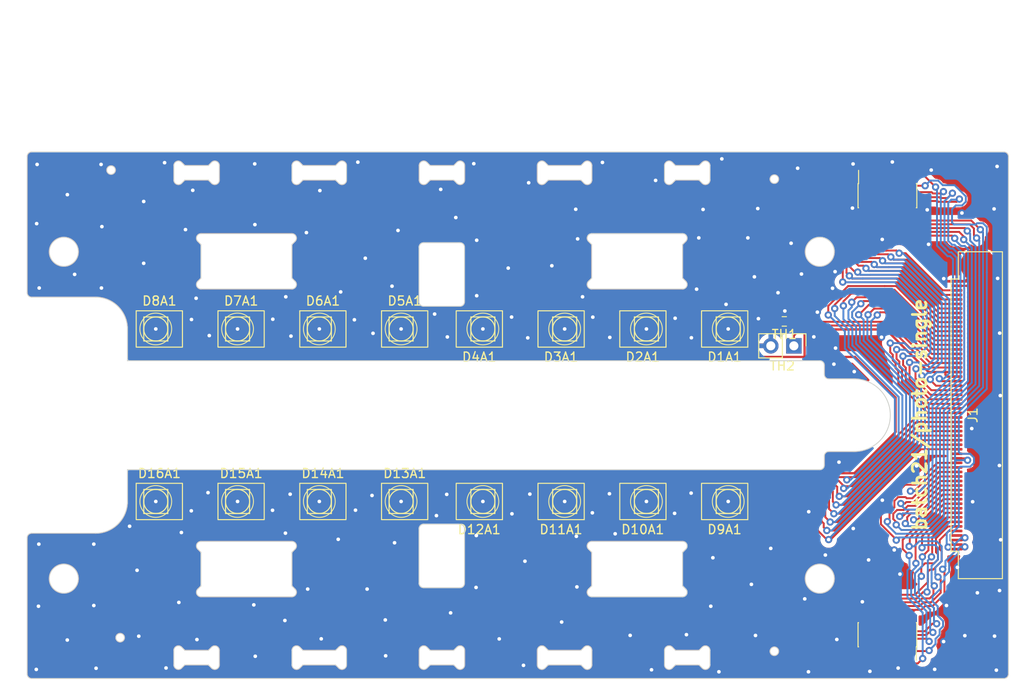
<source format=kicad_pcb>
(kicad_pcb (version 20221018) (generator pcbnew)
  (layers (0 "F.Cu" signal) (31 "B.Cu" signal) (34 "B.Paste" user) (35 "F.Paste" user) (36 "B.SilkS" user "B.Silkscreen") (37 "F.SilkS" user "F.Silkscreen") (38 "B.Mask" user) (39 "F.Mask" user) (44 "Edge.Cuts" user))
  (net 0 "")
  (net 1 "GNDA")
  (net 2 "/S_PD_OUT1")
  (net 3 "/S_PD_OUT3")
  (net 4 "/S_PD_OUT5")
  (net 5 "/S_PD_OUT7")
  (net 6 "/S_PD_OUT9")
  (net 7 "/S_PD_OUT11")
  (net 8 "/S_PD_OUT13")
  (net 9 "/S_PD_OUT15")
  (net 10 "/N_PD_OUT1")
  (net 11 "/N_PD_OUT3")
  (net 12 "/N_PD_OUT5")
  (net 13 "/N_PD_OUT7")
  (net 14 "/N_PD_OUT9")
  (net 15 "/N_PD_OUT11")
  (net 16 "/N_PD_OUT13")
  (net 17 "/N_PD_OUT15")
  (net 18 "GNDL")
  (net 19 "VCCL")
  (net 20 "/N_LED_OUT1")
  (net 21 "/N_LED_OUT2")
  (net 22 "/N_LED_OUT3")
  (net 23 "/N_LED_OUT4")
  (net 24 "/N_LED_OUT5")
  (net 25 "/N_LED_OUT6")
  (net 26 "/N_LED_OUT7")
  (net 27 "/S_LED_OUT2")
  (net 28 "/S_LED_OUT1")
  (net 29 "/S_LED_OUT4")
  (net 30 "/S_LED_OUT3")
  (net 31 "/S_LED_OUT7")
  (net 32 "/S_LED_OUT8")
  (net 33 "/S_LED_OUT6")
  (net 34 "/S_LED_OUT5")
  (net 35 "/N_LED_OUT8")
  (net 36 "VCCA")
  (net 37 "Net-(J1-Pin_42)")
  (net 38 "Net-(J1-Pin_41)")
  (footprint "Ninja:SFH2200_2201_2240" (layer "F.Cu") (at 134.767219 92.502066 180)
    (fp_text reference "D2A1")
    (fp_text value "D_Photo")
  )
  (footprint "Ninja:SFH2200_2201_2240" (layer "F.Cu") (at 125.767219 92.502066 180)
    (fp_text reference "D3A1")
    (fp_text value "D_Photo")
  )
  (footprint "Ninja:SFH2200_2201_2240" (layer "F.Cu") (at 116.767219 92.502066 180)
    (fp_text reference "D4A1")
    (fp_text value "D_Photo")
  )
  (footprint "Ninja:SFH2200_2201_2240" (layer "F.Cu") (at 108.547211 92.502066)
    (fp_text reference "D5A1")
    (fp_text value "D_Photo")
  )
  (footprint "Ninja:SFH2200_2201_2240" (layer "F.Cu") (at 99.547211 92.502066)
    (fp_text reference "D6A1")
    (fp_text value "D_Photo")
  )
  (footprint "Ninja:SFH2200_2201_2240" (layer "F.Cu") (at 90.547211 92.502066)
    (fp_text reference "D7A1")
    (fp_text value "D_Photo")
  )
  (footprint "Ninja:SFH2200_2201_2240" (layer "F.Cu") (at 81.547211 92.502066)
    (fp_text reference "D8A1")
    (fp_text value "D_Photo")
  )
  (footprint "Ninja:SFH2200_2201_2240" (layer "F.Cu") (at 99.547211 111.501633)
    (fp_text reference "D14A1")
    (fp_text value "D_Photo")
  )
  (footprint "Ninja:SFH2200_2201_2240" (layer "F.Cu") (at 90.547211 111.501633)
    (fp_text reference "D15A1")
    (fp_text value "D_Photo")
  )
  (footprint "Ninja:SFH2200_2201_2240" (layer "F.Cu") (at 81.547211 111.501633)
    (fp_text reference "D16A1")
    (fp_text value "D_Photo")
  )
  (footprint "Ninja:SFH2200_2201_2240" (layer "F.Cu") (at 108.547211 111.501633)
    (fp_text reference "D13A1")
    (fp_text value "D_Photo")
  )
  (footprint "Ninja:SFH2200_2201_2240" (layer "F.Cu") (at 116.767219 111.501635 180)
    (fp_text reference "D12A1")
    (fp_text value "D_Photo")
  )
  (footprint "Ninja:SFH2200_2201_2240" (layer "F.Cu") (at 125.767219 111.501633 180)
    (fp_text reference "D11A1")
    (fp_text value "D_Photo")
  )
  (footprint "Ninja:SFH2200_2201_2240" (layer "F.Cu") (at 134.767219 111.501633 180)
    (fp_text reference "D10A1")
    (fp_text value "D_Photo")
  )
  (footprint "Ninja:SFH2200_2201_2240" (layer "F.Cu") (at 143.767219 92.502054 180)
    (fp_text reference "D1A1")
    (fp_text value "D_Photo")
  )
  (footprint "Connector_PinHeader_2.54mm:PinHeader_1x02_P2.54mm_Vertical" (layer "F.Cu") (at 151.385 94.36 -90)
    (fp_text reference "TH2")
    (fp_text value "Thermistor")
  )
  (footprint "Connector_PinSocket_1.27mm:PinSocket_2x05_P1.27mm_Vertical_SMD" (layer "F.Cu") (at 161.681 77.822 90)
    (fp_text reference "JLN1" hide)
    (fp_text value "Conn_01x10_Male")
  )
  (footprint "Connector_PinSocket_1.27mm:PinSocket_2x05_P1.27mm_Vertical_SMD" (layer "F.Cu") (at 161.681 126.178 -90)
    (fp_text reference "JLS1" hide)
    (fp_text value "Conn_01x10_Male")
  )
  (footprint "Ninja:SFH2200_2201_2240" (layer "F.Cu") (at 143.767219 111.501633 180)
    (fp_text reference "D9A1")
    (fp_text value "D_Photo")
  )
  (footprint "Ninja:FFC_60_Ali_HUISHUNFA" (layer "F.Cu") (at 169.309993 116.75 90)
    (fp_text reference "J1")
    (fp_text value "Conn_01x60_Male")
  )
  (footprint "Resistor_SMD:R_0603_1608Metric" (layer "F.Cu") (at 150.33 91.67 180)
    (fp_text reference "TH1")
    (fp_text value "Thermistor")
  )
  (gr_circle (center 144.157211 92.502066) (end 142.407211 92.502066) (stroke (width 0.1)) (fill none) (layer "F.SilkS"))
  (gr_circle (center 99.157211 92.502066) (end 97.407211 92.502066) (stroke (width 0.1)) (fill none) (layer "F.SilkS"))
  (gr_circle (center 117.157211 92.502066) (end 115.407211 92.502066) (stroke (width 0.1)) (fill none) (layer "F.SilkS"))
  (gr_circle (center 126.157211 92.502066) (end 124.407211 92.502066) (stroke (width 0.1)) (fill none) (layer "F.SilkS"))
  (gr_circle (center 135.157211 92.502066) (end 133.407211 92.502066) (stroke (width 0.1)) (fill none) (layer "F.SilkS"))
  (gr_circle (center 108.157211 92.502066) (end 106.407211 92.502066) (stroke (width 0.1)) (fill none) (layer "F.SilkS"))
  (gr_circle (center 81.157211 92.502066) (end 82.907211 92.502066) (stroke (width 0.1)) (fill none) (layer "F.SilkS"))
  (gr_circle (center 90.157211 92.502066) (end 88.407211 92.502066) (stroke (width 0.1)) (fill none) (layer "F.SilkS"))
  (gr_circle (center 90.157211 111.501633) (end 88.407211 111.501633) (stroke (width 0.1)) (fill none) (layer "F.SilkS"))
  (gr_circle (center 117.157219 111.501635) (end 118.907219 111.501635) (stroke (width 0.1)) (fill none) (layer "F.SilkS"))
  (gr_circle (center 99.157211 111.501633) (end 97.407211 111.501633) (stroke (width 0.1)) (fill none) (layer "F.SilkS"))
  (gr_circle (center 126.157211 111.501633) (end 124.407211 111.501633) (stroke (width 0.1)) (fill none) (layer "F.SilkS"))
  (gr_circle (center 108.157211 111.501633) (end 106.407211 111.501633) (stroke (width 0.1)) (fill none) (layer "F.SilkS"))
  (gr_circle (center 144.157211 111.501633) (end 145.907211 111.501633) (stroke (width 0.1)) (fill none) (layer "F.SilkS"))
  (gr_circle (center 135.157211 111.501633) (end 133.407211 111.501633) (stroke (width 0.1)) (fill none) (layer "F.SilkS"))
  (gr_circle (center 81.157211 111.501633) (end 79.407211 111.501633) (stroke (width 0.1)) (fill none) (layer "F.SilkS"))
  (gr_circle (center 154.236 84) (end 152.636 84) (stroke (width 0.1)) (fill none) (layer "Edge.Cuts"))
  (gr_circle (center 71.036 84) (end 69.436 84) (stroke (width 0.1)) (fill none) (layer "Edge.Cuts"))
  (gr_line (start 101.296497 76.455302) (end 100.942944 76.101749) (stroke (width 0.1)) (layer "Edge.Cuts"))
  (gr_line (start 139.13505 86.894642) (end 139.488604 87.248195) (stroke (width 0.1)) (layer "Edge.Cuts"))
  (gr_line (start 86.942944 76.101749) (end 84.357157 76.101749) (stroke (width 0.1)) (layer "Edge.Cuts"))
  (gr_line (start 86.13505 82.001749) (end 96.13505 82.001749) (stroke (width 0.1)) (layer "Edge.Cuts"))
  (gr_line (start 97.357157 76.101749) (end 97.003604 76.455302) (stroke (width 0.1)) (layer "Edge.Cuts"))
  (gr_line (start 139.13505 83.208855) (end 139.13505 86.894642) (stroke (width 0.1)) (layer "Edge.Cuts"))
  (gr_arc (start 139.488604 87.248195) (mid 139.596966 87.793038) (end 139.13505 88.10175) (stroke (width 0.1)) (layer "Edge.Cuts"))
  (gr_line (start 87.296497 76.455302) (end 86.942944 76.101749) (stroke (width 0.1)) (layer "Edge.Cuts"))
  (gr_arc (start 96.13505 82.001749) (mid 96.596998 82.310386) (end 96.488603 82.855302) (stroke (width 0.1)) (layer "Edge.Cuts"))
  (gr_arc (start 123.15005 74.501749) (mid 123.458687 74.039802) (end 124.003603 74.148196) (stroke (width 0.1)) (layer "Edge.Cuts"))
  (gr_line (start 102.15005 74.501749) (end 102.15005 76.101749) (stroke (width 0.1)) (layer "Edge.Cuts"))
  (gr_line (start 84.357157 76.101749) (end 84.003604 76.455302) (stroke (width 0.1)) (layer "Edge.Cuts"))
  (gr_line (start 111.357157 74.501749) (end 113.942944 74.501749) (stroke (width 0.1)) (layer "Edge.Cuts"))
  (gr_line (start 111.003604 74.148195) (end 111.357157 74.501749) (stroke (width 0.1)) (layer "Edge.Cuts"))
  (gr_line (start 84.003604 74.148195) (end 84.357157 74.501749) (stroke (width 0.1)) (layer "Edge.Cuts"))
  (gr_line (start 97.357157 74.501749) (end 100.942944 74.501749) (stroke (width 0.1)) (layer "Edge.Cuts"))
  (gr_line (start 96.13505 88.101749) (end 86.13505 88.101749) (stroke (width 0.1)) (layer "Edge.Cuts"))
  (gr_line (start 138.357157 76.101749) (end 138.003604 76.455302) (stroke (width 0.1)) (layer "Edge.Cuts"))
  (gr_line (start 86.942944 74.501749) (end 87.296497 74.148195) (stroke (width 0.1)) (layer "Edge.Cuts"))
  (gr_arc (start 137.15005 74.501749) (mid 137.458687 74.039802) (end 138.003603 74.148196) (stroke (width 0.1)) (layer "Edge.Cuts"))
  (gr_line (start 100.942944 76.101749) (end 97.357157 76.101749) (stroke (width 0.1)) (layer "Edge.Cuts"))
  (gr_arc (start 85.781497 82.855302) (mid 85.673058 82.310368) (end 86.13505 82.00175) (stroke (width 0.1)) (layer "Edge.Cuts"))
  (gr_line (start 129.15005 74.501749) (end 129.15005 76.101749) (stroke (width 0.1)) (layer "Edge.Cuts"))
  (gr_arc (start 141.296497 74.148195) (mid 141.841433 74.039756) (end 142.15005 74.50175) (stroke (width 0.1)) (layer "Edge.Cuts"))
  (gr_line (start 174.5 73) (end 67.5 73) (stroke (width 0.1)) (layer "Edge.Cuts"))
  (gr_line (start 138.357157 74.501749) (end 140.942944 74.501749) (stroke (width 0.1)) (layer "Edge.Cuts"))
  (gr_line (start 96.13505 83.208855) (end 96.13505 86.894642) (stroke (width 0.1)) (layer "Edge.Cuts"))
  (gr_line (start 123.15005 76.101749) (end 123.15005 74.501749) (stroke (width 0.1)) (layer "Edge.Cuts"))
  (gr_line (start 128.296497 76.455302) (end 127.942944 76.101749) (stroke (width 0.1)) (layer "Edge.Cuts"))
  (gr_arc (start 102.15005 76.101749) (mid 101.8414 76.563603) (end 101.296497 76.455302) (stroke (width 0.1)) (layer "Edge.Cuts"))
  (gr_line (start 124.357157 74.501749) (end 127.942944 74.501749) (stroke (width 0.1)) (layer "Edge.Cuts"))
  (gr_line (start 141.296497 76.455302) (end 140.942944 76.101749) (stroke (width 0.1)) (layer "Edge.Cuts"))
  (gr_arc (start 84.003604 76.455302) (mid 83.45875 76.563636) (end 83.15005 76.10175) (stroke (width 0.1)) (layer "Edge.Cuts"))
  (gr_arc (start 83.15005 74.501749) (mid 83.458687 74.039802) (end 84.003603 74.148196) (stroke (width 0.1)) (layer "Edge.Cuts"))
  (gr_line (start 84.357157 74.501749) (end 86.942944 74.501749) (stroke (width 0.1)) (layer "Edge.Cuts"))
  (gr_line (start 124.003604 74.148195) (end 124.357157 74.501749) (stroke (width 0.1)) (layer "Edge.Cuts"))
  (gr_line (start 86.13505 86.894642) (end 86.13505 83.208855) (stroke (width 0.1)) (layer "Edge.Cuts"))
  (gr_arc (start 114.296497 74.148195) (mid 114.841433 74.039756) (end 115.15005 74.50175) (stroke (width 0.1)) (layer "Edge.Cuts"))
  (gr_line (start 140.942944 74.501749) (end 141.296497 74.148195) (stroke (width 0.1)) (layer "Edge.Cuts"))
  (gr_line (start 128.781497 87.248195) (end 129.13505 86.894642) (stroke (width 0.1)) (layer "Edge.Cuts"))
  (gr_line (start 138.003604 74.148195) (end 138.357157 74.501749) (stroke (width 0.1)) (layer "Edge.Cuts"))
  (gr_arc (start 87.296497 74.148195) (mid 87.841433 74.039756) (end 88.15005 74.50175) (stroke (width 0.1)) (layer "Edge.Cuts"))
  (gr_arc (start 124.003604 76.455302) (mid 123.45875 76.563636) (end 123.15005 76.10175) (stroke (width 0.1)) (layer "Edge.Cuts"))
  (gr_line (start 83.15005 76.101749) (end 83.15005 74.501749) (stroke (width 0.1)) (layer "Edge.Cuts"))
  (gr_line (start 96.488604 82.855302) (end 96.13505 83.208855) (stroke (width 0.1)) (layer "Edge.Cuts"))
  (gr_arc (start 138.003604 76.455302) (mid 137.45875 76.563636) (end 137.15005 76.10175) (stroke (width 0.1)) (layer "Edge.Cuts"))
  (gr_line (start 140.942944 76.101749) (end 138.357157 76.101749) (stroke (width 0.1)) (layer "Edge.Cuts"))
  (gr_arc (start 86.13505 88.101749) (mid 85.673024 87.793083) (end 85.781497 87.248196) (stroke (width 0.1)) (layer "Edge.Cuts"))
  (gr_line (start 124.357157 76.101749) (end 124.003604 76.455302) (stroke (width 0.1)) (layer "Edge.Cuts"))
  (gr_arc (start 129.13505 88.101749) (mid 128.673024 87.793083) (end 128.781497 87.248196) (stroke (width 0.1)) (layer "Edge.Cuts"))
  (gr_arc (start 96.488604 87.248195) (mid 96.596966 87.793038) (end 96.13505 88.10175) (stroke (width 0.1)) (layer "Edge.Cuts"))
  (gr_line (start 137.15005 76.101749) (end 137.15005 74.501749) (stroke (width 0.1)) (layer "Edge.Cuts"))
  (gr_line (start 86.13505 83.208855) (end 85.781497 82.855302) (stroke (width 0.1)) (layer "Edge.Cuts"))
  (gr_line (start 85.781497 87.248195) (end 86.13505 86.894642) (stroke (width 0.1)) (layer "Edge.Cuts"))
  (gr_line (start 96.13505 86.894642) (end 96.488604 87.248195) (stroke (width 0.1)) (layer "Edge.Cuts"))
  (gr_arc (start 128.296497 74.148195) (mid 128.841433 74.039756) (end 129.15005 74.50175) (stroke (width 0.1)) (layer "Edge.Cuts"))
  (gr_line (start 127.942944 76.101749) (end 124.357157 76.101749) (stroke (width 0.1)) (layer "Edge.Cuts"))
  (gr_line (start 139.13505 88.101749) (end 129.13505 88.101749) (stroke (width 0.1)) (layer "Edge.Cuts"))
  (gr_line (start 113.942944 74.501749) (end 114.296497 74.148195) (stroke (width 0.1)) (layer "Edge.Cuts"))
  (gr_line (start 78.036 96) (end 154.236 96) (stroke (width 0.1)) (layer "Edge.Cuts"))
  (gr_line (start 96.15005 76.101749) (end 96.15005 74.501749) (stroke (width 0.1)) (layer "Edge.Cuts"))
  (gr_line (start 127.942944 74.501749) (end 128.296497 74.148195) (stroke (width 0.1)) (layer "Edge.Cuts"))
  (gr_line (start 129.13505 83.208855) (end 128.781497 82.855302) (stroke (width 0.1)) (layer "Edge.Cuts"))
  (gr_line (start 142.15005 74.501749) (end 142.15005 76.101749) (stroke (width 0.1)) (layer "Edge.Cuts"))
  (gr_line (start 129.13505 86.894642) (end 129.13505 83.208855) (stroke (width 0.1)) (layer "Edge.Cuts"))
  (gr_arc (start 96.15005 74.501749) (mid 96.458687 74.039802) (end 97.003603 74.148196) (stroke (width 0.1)) (layer "Edge.Cuts"))
  (gr_arc (start 115.15005 76.101749) (mid 114.8414 76.563603) (end 114.296497 76.455302) (stroke (width 0.1)) (layer "Edge.Cuts"))
  (gr_arc (start 88.15005 76.101749) (mid 87.8414 76.563603) (end 87.296497 76.455302) (stroke (width 0.1)) (layer "Edge.Cuts"))
  (gr_line (start 78.036 92.5) (end 78.036 96) (stroke (width 0.1)) (layer "Edge.Cuts"))
  (gr_arc (start 142.15005 76.101749) (mid 141.8414 76.563603) (end 141.296497 76.455302) (stroke (width 0.1)) (layer "Edge.Cuts"))
  (gr_line (start 88.15005 74.501749) (end 88.15005 76.101749) (stroke (width 0.1)) (layer "Edge.Cuts"))
  (gr_arc (start 128.781497 82.855302) (mid 128.673058 82.310368) (end 129.13505 82.00175) (stroke (width 0.1)) (layer "Edge.Cuts"))
  (gr_arc (start 97.003604 76.455302) (mid 96.45875 76.563636) (end 96.15005 76.10175) (stroke (width 0.1)) (layer "Edge.Cuts"))
  (gr_line (start 97.003604 74.148195) (end 97.357157 74.501749) (stroke (width 0.1)) (layer "Edge.Cuts"))
  (gr_line (start 115.15005 74.501749) (end 115.15005 76.101749) (stroke (width 0.1)) (layer "Edge.Cuts"))
  (gr_arc (start 111.003604 76.455302) (mid 110.45875 76.563636) (end 110.15005 76.10175) (stroke (width 0.1)) (layer "Edge.Cuts"))
  (gr_arc (start 129.15005 76.101749) (mid 128.8414 76.563603) (end 128.296497 76.455302) (stroke (width 0.1)) (layer "Edge.Cuts"))
  (gr_line (start 110.15005 76.101749) (end 110.15005 74.501749) (stroke (width 0.1)) (layer "Edge.Cuts"))
  (gr_arc (start 110.15005 74.501749) (mid 110.458687 74.039802) (end 111.003603 74.148196) (stroke (width 0.1)) (layer "Edge.Cuts"))
  (gr_arc (start 101.296497 74.148195) (mid 101.841433 74.039756) (end 102.15005 74.50175) (stroke (width 0.1)) (layer "Edge.Cuts"))
  (gr_line (start 111.357157 76.101749) (end 111.003604 76.455302) (stroke (width 0.1)) (layer "Edge.Cuts"))
  (gr_arc (start 139.13505 82.001749) (mid 139.596998 82.310386) (end 139.488603 82.855302) (stroke (width 0.1)) (layer "Edge.Cuts"))
  (gr_line (start 100.942944 74.501749) (end 101.296497 74.148195) (stroke (width 0.1)) (layer "Edge.Cuts"))
  (gr_line (start 113.942944 76.101749) (end 111.357157 76.101749) (stroke (width 0.1)) (layer "Edge.Cuts"))
  (gr_line (start 139.488604 82.855302) (end 139.13505 83.208855) (stroke (width 0.1)) (layer "Edge.Cuts"))
  (gr_line (start 114.296497 76.455302) (end 113.942944 76.101749) (stroke (width 0.1)) (layer "Edge.Cuts"))
  (gr_arc (start 74.536 89) (mid 77.010874 90.025126) (end 78.036 92.5) (stroke (width 0.1)) (layer "Edge.Cuts"))
  (gr_line (start 74.536 89) (end 67.5 89) (stroke (width 0.1)) (layer "Edge.Cuts"))
  (gr_circle (center 71.036 120) (end 69.436 120) (stroke (width 0.1)) (fill none) (layer "Edge.Cuts"))
  (gr_arc (start 115.136 120.5) (mid 114.989553 120.853553) (end 114.636 121) (stroke (width 0.1)) (layer "Edge.Cuts"))
  (gr_arc (start 110.636 121) (mid 110.282447 120.853553) (end 110.136 120.5) (stroke (width 0.1)) (layer "Edge.Cuts"))
  (gr_line (start 114.636 121) (end 110.636 121) (stroke (width 0.1)) (layer "Edge.Cuts"))
  (gr_line (start 110.136 120.5) (end 110.136 114.5) (stroke (width 0.1)) (layer "Edge.Cuts"))
  (gr_line (start 115.136 120.5) (end 115.136 114.5) (stroke (width 0.1)) (layer "Edge.Cuts"))
  (gr_arc (start 114.636 83) (mid 114.989553 83.146447) (end 115.136 83.5) (stroke (width 0.1)) (layer "Edge.Cuts"))
  (gr_line (start 110.636 83) (end 114.636 83) (stroke (width 0.1)) (layer "Edge.Cuts"))
  (gr_arc (start 115.136 89.5) (mid 114.989553 89.853553) (end 114.636 90) (stroke (width 0.1)) (layer "Edge.Cuts"))
  (gr_line (start 115.136 89.5) (end 115.136 83.5) (stroke (width 0.1)) (layer "Edge.Cuts"))
  (gr_line (start 114.636 90) (end 110.636 90) (stroke (width 0.1)) (layer "Edge.Cuts"))
  (gr_line (start 110.136 89.5) (end 110.136 83.5) (stroke (width 0.1)) (layer "Edge.Cuts"))
  (gr_arc (start 110.136 83.5) (mid 110.282447 83.146447) (end 110.636 83) (stroke (width 0.1)) (layer "Edge.Cuts"))
  (gr_circle (center 76.236 75) (end 75.761 75) (stroke (width 0.1)) (fill none) (layer "Edge.Cuts"))
  (gr_circle (center 149.236 76) (end 148.761 76) (stroke (width 0.1)) (fill none) (layer "Edge.Cuts"))
  (gr_circle (center 149.236 128) (end 148.761 128) (stroke (width 0.1)) (fill none) (layer "Edge.Cuts"))
  (gr_circle (center 77.236 126.5) (end 76.761 126.5) (stroke (width 0.1)) (fill none) (layer "Edge.Cuts"))
  (gr_arc (start 67.5 89) (mid 67.146447 88.853553) (end 67 88.5) (stroke (width 0.1)) (layer "Edge.Cuts"))
  (gr_arc (start 67 115.5) (mid 67.146447 115.146447) (end 67.5 115) (stroke (width 0.1)) (layer "Edge.Cuts"))
  (gr_arc (start 154.236 96) (mid 154.589553 96.146447) (end 154.736 96.5) (stroke (width 0.1)) (layer "Edge.Cuts"))
  (gr_arc (start 154.736 107.5) (mid 154.589553 107.853553) (end 154.236 108) (stroke (width 0.1)) (layer "Edge.Cuts"))
  (gr_line (start 139.13505 82.001749) (end 129.13505 82.001749) (stroke (width 0.1)) (layer "Edge.Cuts"))
  (gr_arc (start 155.236 98) (mid 154.882447 97.853553) (end 154.736 97.5) (stroke (width 0.1)) (layer "Edge.Cuts"))
  (gr_arc (start 154.736 106.5) (mid 154.882447 106.146447) (end 155.236 106) (stroke (width 0.1)) (layer "Edge.Cuts"))
  (gr_line (start 154.736 96.5) (end 154.736 97.5) (stroke (width 0.1)) (layer "Edge.Cuts"))
  (gr_line (start 154.736 106.5) (end 154.736 107.5) (stroke (width 0.1)) (layer "Edge.Cuts"))
  (gr_arc (start 110.636 90) (mid 110.282447 89.853553) (end 110.136 89.5) (stroke (width 0.1)) (layer "Edge.Cuts"))
  (gr_line (start 83.15005 127.898251) (end 83.15005 129.498251) (stroke (width 0.1)) (layer "Edge.Cuts"))
  (gr_line (start 114.296497 127.544698) (end 113.942944 127.898251) (stroke (width 0.1)) (layer "Edge.Cuts"))
  (gr_line (start 84.357157 129.498251) (end 86.942944 129.498251) (stroke (width 0.1)) (layer "Edge.Cuts"))
  (gr_line (start 129.13505 120.791145) (end 128.781497 121.144698) (stroke (width 0.1)) (layer "Edge.Cuts"))
  (gr_line (start 86.942944 129.498251) (end 87.296497 129.851805) (stroke (width 0.1)) (layer "Edge.Cuts"))
  (gr_arc (start 84.003603 129.851804) (mid 83.458668 129.960244) (end 83.15005 129.498251) (stroke (width 0.1)) (layer "Edge.Cuts"))
  (gr_arc (start 174.5 73) (mid 174.853553 73.146447) (end 175 73.5) (stroke (width 0.1)) (layer "Edge.Cuts"))
  (gr_line (start 127.942944 127.898251) (end 124.357157 127.898251) (stroke (width 0.1)) (layer "Edge.Cuts"))
  (gr_arc (start 138.003603 129.851804) (mid 137.458668 129.960244) (end 137.15005 129.498251) (stroke (width 0.1)) (layer "Edge.Cuts"))
  (gr_arc (start 83.15005 127.89825) (mid 83.45873 127.436318) (end 84.003604 127.544698) (stroke (width 0.1)) (layer "Edge.Cuts"))
  (gr_arc (start 139.13505 115.89825) (mid 139.597077 116.206916) (end 139.488604 116.751805) (stroke (width 0.1)) (layer "Edge.Cuts"))
  (gr_line (start 128.296497 127.544698) (end 127.942944 127.898251) (stroke (width 0.1)) (layer "Edge.Cuts"))
  (gr_line (start 129.13505 121.998251) (end 139.13505 121.998251) (stroke (width 0.1)) (layer "Edge.Cuts"))
  (gr_line (start 139.13505 115.898251) (end 129.13505 115.898251) (stroke (width 0.1)) (layer "Edge.Cuts"))
  (gr_arc (start 129.13505 121.99825) (mid 128.673197 121.6896) (end 128.781497 121.144698) (stroke (width 0.1)) (layer "Edge.Cuts"))
  (gr_line (start 111.357157 129.498251) (end 113.942944 129.498251) (stroke (width 0.1)) (layer "Edge.Cuts"))
  (gr_arc (start 128.781497 116.751804) (mid 128.673164 116.206949) (end 129.13505 115.898251) (stroke (width 0.1)) (layer "Edge.Cuts"))
  (gr_arc (start 114.296497 127.544698) (mid 114.841445 127.436287) (end 115.15005 127.898251) (stroke (width 0.1)) (layer "Edge.Cuts"))
  (gr_line (start 137.15005 127.898251) (end 137.15005 129.498251) (stroke (width 0.1)) (layer "Edge.Cuts"))
  (gr_line (start 96.13505 117.105358) (end 96.488604 116.751805) (stroke (width 0.1)) (layer "Edge.Cuts"))
  (gr_arc (start 85.781497 116.751804) (mid 85.673164 116.206949) (end 86.13505 115.898251) (stroke (width 0.1)) (layer "Edge.Cuts"))
  (gr_line (start 96.488604 121.144698) (end 96.13505 120.791145) (stroke (width 0.1)) (layer "Edge.Cuts"))
  (gr_line (start 96.13505 120.791145) (end 96.13505 117.105358) (stroke (width 0.1)) (layer "Edge.Cuts"))
  (gr_line (start 96.15005 127.898251) (end 96.15005 129.498251) (stroke (width 0.1)) (layer "Edge.Cuts"))
  (gr_line (start 140.942944 127.898251) (end 138.357157 127.898251) (stroke (width 0.1)) (layer "Edge.Cuts"))
  (gr_arc (start 142.15005 129.49825) (mid 141.841385 129.960276) (end 141.296497 129.851805) (stroke (width 0.1)) (layer "Edge.Cuts"))
  (gr_arc (start 67.5 131) (mid 67.146447 130.853553) (end 67 130.5) (stroke (width 0.1)) (layer "Edge.Cuts"))
  (gr_line (start 110.15005 127.898251) (end 110.15005 129.498251) (stroke (width 0.1)) (layer "Edge.Cuts"))
  (gr_line (start 141.296497 127.544698) (end 140.942944 127.898251) (stroke (width 0.1)) (layer "Edge.Cuts"))
  (gr_arc (start 96.488603 121.144698) (mid 96.597013 121.689646) (end 96.13505 121.998251) (stroke (width 0.1)) (layer "Edge.Cuts"))
  (gr_line (start 78.036 108) (end 154.236 108) (stroke (width 0.1)) (layer "Edge.Cuts"))
  (gr_line (start 110.636 114) (end 114.636 114) (stroke (width 0.1)) (layer "Edge.Cuts"))
  (gr_line (start 86.942944 127.898251) (end 84.357157 127.898251) (stroke (width 0.1)) (layer "Edge.Cuts"))
  (gr_arc (start 128.296497 127.544698) (mid 128.841445 127.436287) (end 129.15005 127.898251) (stroke (width 0.1)) (layer "Edge.Cuts"))
  (gr_line (start 175 130.5) (end 175 73.5) (stroke (width 0.1)) (layer "Edge.Cuts"))
  (gr_line (start 155.236 98) (end 158 98) (stroke (width 0.1)) (layer "Edge.Cuts"))
  (gr_line (start 123.15005 127.898251) (end 123.15005 129.498251) (stroke (width 0.1)) (layer "Edge.Cuts"))
  (gr_arc (start 141.296497 127.544698) (mid 141.841445 127.436287) (end 142.15005 127.898251) (stroke (width 0.1)) (layer "Edge.Cuts"))
  (gr_arc (start 110.15005 127.89825) (mid 110.45873 127.436318) (end 111.003604 127.544698) (stroke (width 0.1)) (layer "Edge.Cuts"))
  (gr_line (start 96.13505 115.898251) (end 86.13505 115.898251) (stroke (width 0.1)) (layer "Edge.Cuts"))
  (gr_line (start 88.15005 129.498251) (end 88.15005 127.898251) (stroke (width 0.1)) (layer "Edge.Cuts"))
  (gr_line (start 86.13505 120.791145) (end 85.781497 121.144698) (stroke (width 0.1)) (layer "Edge.Cuts"))
  (gr_arc (start 114.636 114) (mid 114.989553 114.146447) (end 115.136 114.5) (stroke (width 0.1)) (layer "Edge.Cuts"))
  (gr_line (start 129.15005 129.498251) (end 129.15005 127.898251) (stroke (width 0.1)) (layer "Edge.Cuts"))
  (gr_line (start 100.942944 127.898251) (end 97.357157 127.898251) (stroke (width 0.1)) (layer "Edge.Cuts"))
  (gr_arc (start 129.15005 129.49825) (mid 128.841385 129.960276) (end 128.296497 129.851805) (stroke (width 0.1)) (layer "Edge.Cuts"))
  (gr_arc (start 115.15005 129.49825) (mid 114.841385 129.960276) (end 114.296497 129.851805) (stroke (width 0.1)) (layer "Edge.Cuts"))
  (gr_line (start 84.357157 127.898251) (end 84.003604 127.544698) (stroke (width 0.1)) (layer "Edge.Cuts"))
  (gr_arc (start 123.15005 127.89825) (mid 123.45873 127.436318) (end 124.003604 127.544698) (stroke (width 0.1)) (layer "Edge.Cuts"))
  (gr_line (start 127.942944 129.498251) (end 128.296497 129.851805) (stroke (width 0.1)) (layer "Edge.Cuts"))
  (gr_line (start 138.003604 129.851805) (end 138.357157 129.498251) (stroke (width 0.1)) (layer "Edge.Cuts"))
  (gr_line (start 174.5 131) (end 67.5 131) (stroke (width 0.1)) (layer "Edge.Cuts"))
  (gr_line (start 111.357157 127.898251) (end 111.003604 127.544698) (stroke (width 0.1)) (layer "Edge.Cuts"))
  (gr_arc (start 175 130.5) (mid 174.853553 130.853553) (end 174.5 131) (stroke (width 0.1)) (layer "Edge.Cuts"))
  (gr_line (start 128.781497 116.751805) (end 129.13505 117.105358) (stroke (width 0.1)) (layer "Edge.Cuts"))
  (gr_circle (center 154.236 120) (end 152.636 120) (stroke (width 0.1)) (fill none) (layer "Edge.Cuts"))
  (gr_line (start 84.003604 129.851805) (end 84.357157 129.498251) (stroke (width 0.1)) (layer "Edge.Cuts"))
  (gr_line (start 86.13505 121.998251) (end 96.13505 121.998251) (stroke (width 0.1)) (layer "Edge.Cuts"))
  (gr_arc (start 86.13505 121.99825) (mid 85.673197 121.6896) (end 85.781497 121.144698) (stroke (width 0.1)) (layer "Edge.Cuts"))
  (gr_line (start 140.942944 129.498251) (end 141.296497 129.851805) (stroke (width 0.1)) (layer "Edge.Cuts"))
  (gr_line (start 87.296497 127.544698) (end 86.942944 127.898251) (stroke (width 0.1)) (layer "Edge.Cuts"))
  (gr_line (start 124.357157 127.898251) (end 124.003604 127.544698) (stroke (width 0.1)) (layer "Edge.Cuts"))
  (gr_line (start 100.942944 129.498251) (end 101.296497 129.851805) (stroke (width 0.1)) (layer "Edge.Cuts"))
  (gr_line (start 67 73.5) (end 67 88.5) (stroke (width 0.1)) (layer "Edge.Cuts"))
  (gr_line (start 101.296497 127.544698) (end 100.942944 127.898251) (stroke (width 0.1)) (layer "Edge.Cuts"))
  (gr_line (start 124.003604 129.851805) (end 124.357157 129.498251) (stroke (width 0.1)) (layer "Edge.Cuts"))
  (gr_line (start 97.357157 129.498251) (end 100.942944 129.498251) (stroke (width 0.1)) (layer "Edge.Cuts"))
  (gr_arc (start 96.13505 115.89825) (mid 96.597077 116.206916) (end 96.488604 116.751805) (stroke (width 0.1)) (layer "Edge.Cuts"))
  (gr_line (start 138.357157 127.898251) (end 138.003604 127.544698) (stroke (width 0.1)) (layer "Edge.Cuts"))
  (gr_line (start 67 130.5) (end 67 115.5) (stroke (width 0.1)) (layer "Edge.Cuts"))
  (gr_line (start 138.357157 129.498251) (end 140.942944 129.498251) (stroke (width 0.1)) (layer "Edge.Cuts"))
  (gr_line (start 139.13505 117.105358) (end 139.488604 116.751805) (stroke (width 0.1)) (layer "Edge.Cuts"))
  (gr_arc (start 111.003603 129.851804) (mid 110.458668 129.960244) (end 110.15005 129.498251) (stroke (width 0.1)) (layer "Edge.Cuts"))
  (gr_arc (start 110.136 114.5) (mid 110.282447 114.146447) (end 110.636 114) (stroke (width 0.1)) (layer "Edge.Cuts"))
  (gr_line (start 129.13505 117.105358) (end 129.13505 120.791145) (stroke (width 0.1)) (layer "Edge.Cuts"))
  (gr_arc (start 67 73.5) (mid 67.146447 73.146447) (end 67.5 73) (stroke (width 0.1)) (layer "Edge.Cuts"))
  (gr_line (start 74.536 115) (end 67.5 115) (stroke (width 0.1)) (layer "Edge.Cuts"))
  (gr_line (start 139.488604 121.144698) (end 139.13505 120.791145) (stroke (width 0.1)) (layer "Edge.Cuts"))
  (gr_line (start 139.13505 120.791145) (end 139.13505 117.105358) (stroke (width 0.1)) (layer "Edge.Cuts"))
  (gr_arc (start 97.003603 129.851804) (mid 96.458668 129.960244) (end 96.15005 129.498251) (stroke (width 0.1)) (layer "Edge.Cuts"))
  (gr_line (start 111.003604 129.851805) (end 111.357157 129.498251) (stroke (width 0.1)) (layer "Edge.Cuts"))
  (gr_line (start 97.357157 127.898251) (end 97.003604 127.544698) (stroke (width 0.1)) (layer "Edge.Cuts"))
  (gr_arc (start 137.15005 127.89825) (mid 137.45873 127.436318) (end 138.003604 127.544698) (stroke (width 0.1)) (layer "Edge.Cuts"))
  (gr_line (start 155.236 106) (end 158 106) (stroke (width 0.1)) (layer "Edge.Cuts"))
  (gr_arc (start 158 98) (mid 162 102) (end 158 106) (stroke (width 0.1)) (layer "Edge.Cuts"))
  (gr_arc (start 78.036 111.5) (mid 77.010874 113.974874) (end 74.536 115) (stroke (width 0.1)) (layer "Edge.Cuts"))
  (gr_line (start 124.357157 129.498251) (end 127.942944 129.498251) (stroke (width 0.1)) (layer "Edge.Cuts"))
  (gr_arc (start 88.15005 129.49825) (mid 87.841385 129.960276) (end 87.296497 129.851805) (stroke (width 0.1)) (layer "Edge.Cuts"))
  (gr_line (start 85.781497 116.751805) (end 86.13505 117.105358) (stroke (width 0.1)) (layer "Edge.Cuts"))
  (gr_arc (start 101.296497 127.544698) (mid 101.841445 127.436287) (end 102.15005 127.898251) (stroke (width 0.1)) (layer "Edge.Cuts"))
  (gr_arc (start 96.15005 127.89825) (mid 96.45873 127.436318) (end 97.003604 127.544698) (stroke (width 0.1)) (layer "Edge.Cuts"))
  (gr_arc (start 124.003603 129.851804) (mid 123.458668 129.960244) (end 123.15005 129.498251) (stroke (width 0.1)) (layer "Edge.Cuts"))
  (gr_arc (start 87.296497 127.544698) (mid 87.841445 127.436287) (end 88.15005 127.898251) (stroke (width 0.1)) (layer "Edge.Cuts"))
  (gr_line (start 113.942944 129.498251) (end 114.296497 129.851805) (stroke (width 0.1)) (layer "Edge.Cuts"))
  (gr_arc (start 139.488603 121.144698) (mid 139.597013 121.689646) (end 139.13505 121.998251) (stroke (width 0.1)) (layer "Edge.Cuts"))
  (gr_line (start 115.15005 129.498251) (end 115.15005 127.898251) (stroke (width 0.1)) (layer "Edge.Cuts"))
  (gr_line (start 86.13505 117.105358) (end 86.13505 120.791145) (stroke (width 0.1)) (layer "Edge.Cuts"))
  (gr_line (start 142.15005 129.498251) (end 142.15005 127.898251) (stroke (width 0.1)) (layer "Edge.Cuts"))
  (gr_arc (start 102.15005 129.49825) (mid 101.841385 129.960276) (end 101.296497 129.851805) (stroke (width 0.1)) (layer "Edge.Cuts"))
  (gr_line (start 97.003604 129.851805) (end 97.357157 129.498251) (stroke (width 0.1)) (layer "Edge.Cuts"))
  (gr_line (start 102.15005 129.498251) (end 102.15005 127.898251) (stroke (width 0.1)) (layer "Edge.Cuts"))
  (gr_line (start 78.036 111.5) (end 78.036 108) (stroke (width 0.1)) (layer "Edge.Cuts"))
  (gr_line (start 113.942944 127.898251) (end 111.357157 127.898251) (stroke (width 0.1)) (layer "Edge.Cuts"))
  (gr_text "batch21/photo-single" (at 165.23601 101.940008 90) (layer "F.SilkS") (effects (font (size 1.5 1.5) (thickness 0.3))))
  (segment (start 172.27 86.085019) (end 171.634993 85.450012) (width 2.286) (layer "F.Cu") (net 1))
  (segment (start 169.31 87.75) (end 171.637 87.75) (width 0.21082) (layer "F.Cu") (net 1))
  (segment (start 171.99 118.55) (end 172.27 118.27) (width 2.286) (layer "F.Cu") (net 1))
  (segment (start 171.634993 85.450012) (end 171.634993 105.62332) (width 2.286) (layer "F.Cu") (net 1))
  (segment (start 172.546001 106.250001) (end 172.786 106.49) (width 0.21082) (layer "F.Cu") (net 1))
  (segment (start 172.27 118.27) (end 172.27 86.085019) (width 2.286) (layer "F.Cu") (net 1))
  (segment (start 172.786 118.419) (end 171.635 119.57) (width 3.81) (layer "F.Cu") (net 1))
  (segment (start 170.205992 87.250008) (end 171.635 85.821) (width 0.21082) (layer "F.Cu") (net 1))
  (segment (start 169.309993 106.250001) (end 172.546001 106.250001) (width 0.21082) (layer "F.Cu") (net 1))
  (segment (start 171.634993 118.55) (end 171.99 118.55) (width 2.286) (layer "F.Cu") (net 1))
  (segment (start 169.309993 87.250008) (end 170.205992 87.250008) (width 0.21082) (layer "F.Cu") (net 1))
  (segment (start 171.635 85.45) (end 172.786 86.601) (width 3.81) (layer "F.Cu") (net 1))
  (segment (start 171.637 88.77) (end 172.786 87.621) (width 0.21082) (layer "F.Cu") (net 1))
  (via (at 140.68 88.12) (size 0.8) (drill 0.4) (layers "F.Cu" "B.Cu") (net 1))
  (via (at 120.356 112.86) (size 0.8) (drill 0.4) (layers "F.Cu" "B.Cu") (net 1))
  (via (at 79.826 78.46) (size 0.8) (drill 0.4) (layers "F.Cu" "B.Cu") (net 1))
  (via (at 129.206 112.75) (size 0.8) (drill 0.4) (layers "F.Cu" "B.Cu") (net 1))
  (via (at 126.157211 111.501633) (size 0.8) (drill 0.4) (layers "F.Cu" "B.Cu") (net 1))
  (via (at 153.97 90.65) (size 0.8) (drill 0.4) (layers "F.Cu" "B.Cu") (net 1))
  (via (at 85.226 77.23) (size 0.8) (drill 0.4) (layers "F.Cu" "B.Cu") (net 1))
  (via (at 79.826 85.27) (size 0.8) (drill 0.4) (layers "F.Cu" "B.Cu") (net 1))
  (via (at 95.426 114.99) (size 0.8) (drill 0.4) (layers "F.Cu" "B.Cu") (net 1))
  (via (at 92.066 81.01) (size 0.8) (drill 0.4) (layers "F.Cu" "B.Cu") (net 1))
  (via (at 166.06 79.38) (size 0.8) (drill 0.4) (layers "F.Cu" "B.Cu") (net 1))
  (via (at 104.416 121.15) (size 0.8) (drill 0.4) (layers "F.Cu" "B.Cu") (net 1))
  (via (at 146.71 120.63) (size 0.8) (drill 0.4) (layers "F.Cu" "B.Cu") (net 1))
  (via (at 113.176 110.72) (size 0.8) (drill 0.4) (layers "F.Cu" "B.Cu") (net 1))
  (via (at 147.41 79.24) (size 0.8) (drill 0.4) (layers "F.Cu" "B.Cu") (net 1))
  (via (at 157.92 114.48) (size 0.8) (drill 0.4) (layers "F.Cu" "B.Cu") (net 1))
  (via (at 120.316 91.19) (size 0.8) (drill 0.4) (layers "F.Cu" "B.Cu") (net 1))
  (via (at 117.157211 111.501633) (size 0.8) (drill 0.4) (layers "F.Cu" "B.Cu") (net 1))
  (via (at 82.286 129.84) (size 0.8) (drill 0.4) (layers "F.Cu" "B.Cu") (net 1))
  (via (at 81.157211 92.502066) (size 0.8) (drill 0.4) (layers "F.Cu" "B.Cu") (net 1))
  (via (at 169.38 118.76) (size 0.8) (drill 0.4) (layers "F.Cu" "B.Cu") (net 1))
  (via (at 162.43 116.84) (size 0.8) (drill 0.4) (layers "F.Cu" "B.Cu") (net 1))
  (via (at 68.046 80.9) (size 0.8) (drill 0.4) (layers "F.Cu" "B.Cu") (net 1))
  (via (at 82.126 74.19) (size 0.8) (drill 0.4) (layers "F.Cu" "B.Cu") (net 1))
  (via (at 121.786 118.08) (size 0.8) (drill 0.4) (layers "F.Cu" "B.Cu") (net 1))
  (via (at 68.326 87.99) (size 0.8) (drill 0.4) (layers "F.Cu" "B.Cu") (net 1))
  (via (at 156.35 107.17) (size 0.8) (drill 0.4) (layers "F.Cu" "B.Cu") (net 1))
  (via (at 119.946 85.8) (size 0.8) (drill 0.4) (layers "F.Cu" "B.Cu") (net 1))
  (via (at 79.096 119.08) (size 0.8) (drill 0.4) (layers "F.Cu" "B.Cu") (net 1))
  (via (at 99.157211 111.501633) (size 0.8) (drill 0.4) (layers "F.Cu" "B.Cu") (net 1))
  (via (at 68.286 116.2) (size 0.8) (drill 0.4) (layers "F.Cu" "B.Cu") (net 1))
  (via (at 147.04 86.76) (size 0.8) (drill 0.4) (layers "F.Cu" "B.Cu") (net 1))
  (via (at 126.157211 92.502066) (size 0.8) (drill 0.4) (layers "F.Cu" "B.Cu") (net 1))
  (via (at 138.256 112.81) (size 0.8) (drill 0.4) (layers "F.Cu" "B.Cu") (net 1))
  (via (at 79.286 126.34) (size 0.8) (drill 0.4) (layers "F.Cu" "B.Cu") (net 1))
  (via (at 116.476 82.73) (size 0.8) (drill 0.4) (layers "F.Cu" "B.Cu") (net 1))
  (via (at 143.92 89.79) (size 0.8) (drill 0.4) (layers "F.Cu" "B.Cu") (net 1))
  (via (at 113.246 93.38) (size 0.8) (drill 0.4) (layers "F.Cu" "B.Cu") (net 1))
  (via (at 72.226 86.49) (size 0.8) (drill 0.4) (layers "F.Cu" "B.Cu") (net 1))
  (via (at 116.156 74.3) (size 0.8) (drill 0.4) (layers "F.Cu" "B.Cu") (net 1))
  (via (at 130.316 74.16) (size 0.8) (drill 0.4) (layers "F.Cu" "B.Cu") (net 1))
  (via (at 173.67 130.08) (size 0.8) (drill 0.4) (layers "F.Cu" "B.Cu") (net 1))
  (via (at 95.366 124.61) (size 0.8) (drill 0.4) (layers "F.Cu" "B.Cu") (net 1))
  (via (at 131.086 110.65) (size 0.8) (drill 0.4) (layers "F.Cu" "B.Cu") (net 1))
  (via (at 99.216 77.26) (size 0.8) (drill 0.4) (layers "F.Cu" "B.Cu") (net 1))
  (via (at 91.946 122.89) (size 0.8) (drill 0.4) (layers "F.Cu" "B.Cu") (net 1))
  (via (at 124.746 85.54) (size 0.8) (drill 0.4) (layers "F.Cu" "B.Cu") (net 1))
  (via (at 159.61 117.94) (size 0.8) (drill 0.4) (layers "F.Cu" "B.Cu") (net 1))
  (via (at 142.47 117.7) (size 0.8) (drill 0.4) (layers "F.Cu" "B.Cu") (net 1))
  (via (at 112.046 113.06) (size 0.8) (drill 0.4) (layers "F.Cu" "B.Cu") (net 1))
  (via (at 143.456 73.77) (size 0.8) (drill 0.4) (layers "F.Cu" "B.Cu") (net 1))
  (via (at 157.83 79.19) (size 0.8) (drill 0.4) (layers "F.Cu" "B.Cu") (net 1))
  (via (at 155.79 96.38) (size 0.8) (drill 0.4) (layers "F.Cu" "B.Cu") (net 1))
  (via (at 83.696 122.62) (size 0.8) (drill 0.4) (layers "F.Cu" "B.Cu") (net 1))
  (via (at 171.58 121.56) (size 0.8) (drill 0.4) (layers "F.Cu" "B.Cu") (net 1))
  (via (at 169.88 79.73) (size 0.8) (drill 0.4) (layers "F.Cu" "B.Cu") (net 1))
  (via (at 136.166 76.14) (size 0.8) (drill 0.4) (layers "F.Cu" "B.Cu") (net 1))
  (via (at 131.716 115.06) (size 0.8) (drill 0.4) (layers "F.Cu" "B.Cu") (net 1))
  (via (at 127.506 120.91) (size 0.8) (drill 0.4) (layers "F.Cu" "B.Cu") (net 1))
  (via (at 75.176 87.99) (size 0.8) (drill 0.4) (layers "F.Cu" "B.Cu") (net 1))
  (via (at 162.22 74.11) (size 0.8) (drill 0.4) (layers "F.Cu" "B.Cu") (net 1))
  (via (at 111.846 90.86) (size 0.8) (drill 0.4) (layers "F.Cu" "B.Cu") (net 1))
  (via (at 97.876 121.15) (size 0.8) (drill 0.4) (layers "F.Cu" "B.Cu") (net 1))
  (via (at 103.136 112.46) (size 0.8) (drill 0.4) (layers "F.Cu" "B.Cu") (net 1))
  (via (at 107.156 87.79) (size 0.8) (drill 0.4) (layers "F.Cu" "B.Cu") (net 1))
  (via (at 151.08 83.06) (size 0.8) (drill 0.4) (layers "F.Cu" "B.Cu") (net 1))
  (via (at 155.92 86.19) (size 0.8) (drill 0.4) (layers "F.Cu" "B.Cu") (net 1))
  (via (at 174.106 99.84) (size 0.8) (drill 0.4) (layers "F.Cu" "B.Cu") (net 1))
  (via (at 140.076 110.58) (size 0.8) (drill 0.4) (layers "F.Cu" "B.Cu") (net 1))
  (via (at 152.99 130.26) (size 0.8) (drill 0.4) (layers "F.Cu" "B.Cu") (net 1))
  (via (at 155.64 88.02) (size 0.8) (drill 0.4) (layers "F.Cu" "B.Cu") (net 1))
  (via (at 170.96 103.47) (size 0.8) (drill 0.4) (layers "F.Cu" "B.Cu") (net 1))
  (via (at 153.02 112.63) (size 0.8) (drill 0.4) (layers "F.Cu" "B.Cu") (net 1))
  (via (at 85.086 91.46) (size 0.8) (drill 0.4) (layers "F.Cu" "B.Cu") (net 1))
  (via (at 135.157211 92.502066) (size 0.8) (drill 0.4) (layers "F.Cu" "B.Cu") (net 1))
  (via (at 118.956 126.64) (size 0.8) (drill 0.4) (layers "F.Cu" "B.Cu") (net 1))
  (via (at 153.58 93.37) (size 0.8) (drill 0.4) (layers "F.Cu" "B.Cu") (net 1))
  (via (at 90.157211 111.501633) (size 0.8) (drill 0.4) (layers "F.Cu" "B.Cu") (net 1))
  (via (at 103.016 91.49) (size 0.8) (drill 0.4) (layers "F.Cu" "B.Cu") (net 1))
  (via (at 161.03 93.41) (size 0.8) (drill 0.4) (layers "F.Cu" "B.Cu") (net 1))
  (via (at 94.036 91.43) (size 0.8) (drill 0.4) (layers "F.Cu" "B.Cu") (net 1))
  (via (at 148.84 116.67) (size 0.8) (drill 0.4) (layers "F.Cu" "B.Cu") (net 1))
  (via (at 101.506 88.42) (size 0.8) (drill 0.4) (layers "F.Cu" "B.Cu") (net 1))
  (via (at 108.157211 111.501633) (size 0.8) (drill 0.4) (layers "F.Cu" "B.Cu") (net 1))
  (via (at 95.466 88.96) (size 0.8) (drill 0.4) (layers "F.Cu" "B.Cu") (net 1))
  (via (at 125.826 124.78) (size 0.8) (drill 0.4) (layers "F.Cu" "B.Cu") (net 1))
  (via (at 116.476 88.84) (size 0.8) (drill 0.4) (layers "F.Cu" "B.Cu") (net 1))
  (via (at 99.366 126.63) (size 0.8) (drill 0.4) (layers "F.Cu" "B.Cu") (net 1))
  (via (at 166.88 129.99) (size 0.8) (drill 0.4) (layers "F.Cu" "B.Cu") (net 1))
  (via (at 112.516 77.13) (size 0.8) (drill 0.4) (layers "F.Cu" "B.Cu") (net 1))
  (via (at 170.2 126.28) (size 0.8) (drill 0.4) (layers "F.Cu" "B.Cu") (net 1))
  (via (at 167.86 126.93) (size 0.8) (drill 0.4) (layers "F.Cu" "B.Cu") (net 1))
  (via (at 174.036 92.96) (size 0.8) (drill 0.4) (layers "F.Cu" "B.Cu") (net 1))
  (via (at 122.326 110.69) (size 0.8) (drill 0.4) (layers "F.Cu" "B.Cu") (net 1))
  (via (at 163.06 119.5) (size 0.8) (drill 0.4) (layers "F.Cu" "B.Cu") (net 1))
  (via (at 78.276 114.23) (size 0.8) (drill 0.4) (layers "F.Cu" "B.Cu") (net 1))
  (via (at 171.06 111.53) (size 0.8) (drill 0.4) (layers "F.Cu" "B.Cu") (net 1))
  (via (at 87.046 93.23) (size 0.8) (drill 0.4) (layers "F.Cu" "B.Cu") (net 1))
  (via (at 122.196 76.4) (size 0.8) (drill 0.4) (layers "F.Cu" "B.Cu") (net 1))
  (via (at 139.56 126.17) (size 0.8) (drill 0.4) (layers "F.Cu" "B.Cu") (net 1))
  (via (at 135.157211 111.501633) (size 0.8) (drill 0.4) (layers "F.Cu" "B.Cu") (net 1))
  (via (at 146.32 82.47) (size 0.8) (drill 0.4) (layers "F.Cu" "B.Cu") (net 1))
  (via (at 83.976 114.92) (size 0.8) (drill 0.4) (layers "F.Cu" "B.Cu") (net 1))
  (via (at 86.906 110.53) (size 0.8) (drill 0.4) (layers "F.Cu" "B.Cu") (net 1))
  (via (at 114.176 80.23) (size 0.8) (drill 0.4) (layers "F.Cu" "B.Cu") (net 1))
  (via (at 75.226 81.23) (size 0.8) (drill 0.4) (layers "F.Cu" "B.Cu") (net 1))
  (via (at 116.436 115.25) (size 0.8) (drill 0.4) (layers "F.Cu" "B.Cu") (net 1))
  (via (at 173.47 126.33) (size 0.8) (drill 0.4) (layers "F.Cu" "B.Cu") (net 1))
  (via (at 108.157211 92.502066) (size 0.8) (drill 0.4) (layers "F.Cu" "B.Cu") (net 1))
  (via (at 85.686 126.71) (size 0.8) (drill 0.4) (layers "F.Cu" "B.Cu") (net 1))
  (via (at 74.336 122.96) (size 0.8) (drill 0.4) (layers "F.Cu" "B.Cu") (net 1))
  (via (at 117.157211 92.502066) (size 0.8) (drill 0.4) (layers "F.Cu" "B.Cu") (net 1))
  (via (at 144.157211 92.502066) (size 0.8) (drill 0.4) (layers "F.Cu" "B.Cu") (net 1))
  (via (at 74.586 129.87) (size 0.8) (drill 0.4) (layers "F.Cu" "B.Cu") (net 1))
  (via (at 150.39 90.52) (size 0.8) (drill 0.4) (layers "F.Cu" "B.Cu") (net 1))
  (via (at 158.92 122.55) (size 0.8) (drill 0.4) (layers "F.Cu" "B.Cu") (net 1))
  (via (at 128.126 88.96) (size 0.8) (drill 0.4) (layers "F.Cu" "B.Cu") (net 1))
  (via (at 173.81 86.93) (size 0.8) (drill 0.4) (layers "F.Cu" "B.Cu") (net 1))
  (via (at 173.75 74.6) (size 0.8) (drill 0.4) (layers "F.Cu" "B.Cu") (net 1))
  (via (at 68.006 130) (size 0.8) (drill 0.4) (layers "F.Cu" "B.Cu") (net 1))
  (via (at 101.236 115.67) (size 0.8) (drill 0.4) (layers "F.Cu" "B.Cu") (net 1))
  (via (at 144.157211 111.501633) (size 0.8) (drill 0.4) (layers "F.Cu" "B.Cu") (net 1))
  (via (at 103.396 74.13) (size 0.8) (drill 0.4) (layers "F.Cu" "B.Cu") (net 1))
  (via (at 131.126 93.43) (size 0.8) (drill 0.4) (layers "F.Cu" "B.Cu") (net 1))
  (via (at 168.18 122.96) (size 0.8) (drill 0.4) (layers "F.Cu" "B.Cu") (net 1))
  (via (at 90.157211 92.502066) (size 0.8) (drill 0.4) (layers "F.Cu" "B.Cu") (net 1))
  (via (at 127.376 79.32) (size 0.8) (drill 0.4) (layers "F.Cu" "B.Cu") (net 1))
  (via (at 113.606 123.77) (size 0.8) (drill 0.4) (layers "F.Cu" "B.Cu") (net 1))
  (via (at 149.64 88.51) (size 0.8) (drill 0.4) (layers "F.Cu" "B.Cu") (net 1))
  (via (at 106.416 124.55) (size 0.8) (drill 0.4) (layers "F.Cu" "B.Cu") (net 1))
  (via (at 156.11 126.7) (size 0.8) (drill 0.4) (layers "F.Cu" "B.Cu") (net 1))
  (via (at 161.12 111.36) (size 0.8) (drill 0.4) (layers "F.Cu" "B.Cu") (net 1))
  (via (at 158.03 97.2) (size 0.8) (drill 0.4) (layers "F.Cu" "B.Cu") (net 1))
  (via (at 127.586 82.58) (size 0.8) (drill 0.4) (layers "F.Cu" "B.Cu") (net 1))
  (via (at 155.97 94.61) (size 0.8) (drill 0.4) (layers "F.Cu" "B.Cu") (net 1))
  (via (at 164.89 107.58) (size 0.8) (drill 0.4) (layers "F.Cu" "B.Cu") (net 1))
  (via (at 92.046 74.32) (size 0.8) (drill 0.4) (layers "F.Cu" "B.Cu") (net 1))
  (via (at 167.88 86.96) (size 0.8) (drill 0.4) (layers "F.Cu" "B.Cu") (net 1))
  (via (at 107.436 116.05) (size 0.8) (drill 0.4) (layers "F.Cu" "B.Cu") (net 1))
  (via (at 135.716 130.04) (size 0.8) (drill 0.4) (layers "F.Cu" "B.Cu") (net 1))
  (via (at 152.58 122.23) (size 0.8) (drill 0.4) (layers "F.Cu" "B.Cu") (net 1))
  (via (at 138.316 91.32) (size 0.8) (drill 0.4) (layers "F.Cu" "B.Cu") (net 1))
  (via (at 147.16 126.26) (size 0.8) (drill 0.4) (layers "F.Cu" "B.Cu") (net 1))
  (via (at 133.366 126.25) (size 0.8) (drill 0.4) (layers "F.Cu" "B.Cu") (net 1))
  (via (at 92.106 128.55) (size 0.8) (drill 0.4) (layers "F.Cu" "B.Cu") (net 1))
  (via (at 166.21 83.18) (size 0.8) (drill 0.4) (layers "F.Cu" "B.Cu") (net 1))
  (via (at 143.136 130.26) (size 0.8) (drill 0.4) (layers "F.Cu" "B.Cu") (net 1))
  (via (at 68.096 74.38) (size 0.8) (drill 0.4) (layers "F.Cu" "B.Cu") (net 1))
  (via (at 75.136 74.38) (size 0.8) (drill 0.4) (layers "F.Cu" "B.Cu") (net 1))
  (via (at 74.336 116.2) (size 0.8) (drill 0.4) (layers "F.Cu" "B.Cu") (net 1))
  (via (at 116.406 120.97) (size 0.8) (drill 0.4) (layers "F.Cu" "B.Cu") (net 1))
  (via (at 140.106 93.47) (size 0.8) (drill 0.4) (layers "F.Cu" "B.Cu") (net 1))
  (via (at 104.956 110.84) (size 0.8) (drill 0.4) (layers "F.Cu" "B.Cu") (net 1))
  (via (at 81.157211 111.501633) (size 0.8) (drill 0.4) (layers "F.Cu" "B.Cu") (net 1))
  (via (at 173.42 79.28) (size 0.8) (drill 0.4) (layers "F.Cu" "B.Cu") (net 1))
  (via (at 96.036 93.29) (size 0.8) (drill 0.4) (layers "F.Cu" "B.Cu") (net 1))
  (via (at 95.946 110.7) (size 0.8) (drill 0.4) (layers "F.Cu" "B.Cu") (net 1))
  (via (at 161.11 82.64) (size 0.8) (drill 0.4) (layers "F.Cu" "B.Cu") (net 1))
  (via (at 127.446 115.34) (size 0.8) (drill 0.4) (layers "F.Cu" "B.Cu") (net 1))
  (via (at 166.5 75) (size 0.8) (drill 0.4) (layers "F.Cu" "B.Cu") (net 1))
  (via (at 99.157211 92.502066) (size 0.8) (drill 0.4) (layers "F.Cu" "B.Cu") (net 1))
  (via (at 71.416 126.76) (size 0.8) (drill 0.4) (layers "F.Cu" "B.Cu") (net 1))
  (via (at 154.85 117.4) (size 0.8) (drill 0.4) (layers "F.Cu" "B.Cu") (net 1))
  (via (at 121.626 129.55) (size 0.8) (drill 0.4) (layers "F.Cu" "B.Cu") (net 1))
  (via (at 129.256 91.2) (size 0.8) (drill 0.4) (layers "F.Cu" "B.Cu") (net 1))
  (via (at 162.86 129.85) (size 0.8) (drill 0.4) (layers "F.Cu" "B.Cu") (net 1))
  (via (at 94.006 112.47) (size 0.8) (drill 0.4) (layers "F.Cu" "B.Cu") (net 1))
  (via (at 174.006 107.54) (size 0.8) (drill 0.4) (layers "F.Cu" "B.Cu") (net 1))
  (via (at 174.146 115.72) (size 0.8) (drill 0.4) (layers "F.Cu" "B.Cu") (net 1))
  (via (at 85.066 112.53) (size 0.8) (drill 0.4) (layers "F.Cu" "B.Cu") (net 1))
  (via (at 157.9 74.33) (size 0.8) (drill 0.4) (layers "F.Cu" "B.Cu") (net 1))
  (via (at 159.75 130.21) (size 0.8) (drill 0.4) (layers "F.Cu" "B.Cu") (net 1))
  (via (at 68.246 123.04) (size 0.8) (drill 0.4) (layers "F.Cu" "B.Cu") (net 1))
  (via (at 140.92 82.47) (size 0.8) (drill 0.4) (layers "F.Cu" "B.Cu") (net 1))
  (via (at 142.24 123.04) (size 0.8) (drill 0.4) (layers "F.Cu" "B.Cu") (net 1))
  (via (at 84.426 81.56) (size 0.8) (drill 0.4) (layers "F.Cu" "B.Cu") (net 1))
  (via (at 122.096 93.48) (size 0.8) (drill 0.4) (layers "F.Cu" "B.Cu") (net 1))
  (via (at 174.02 121.31) (size 0.8) (drill 0.4) (layers "F.Cu" "B.Cu") (net 1))
  (via (at 105.066 92.98) (size 0.8) (drill 0.4) (layers "F.Cu" "B.Cu") (net 1))
  (via (at 147.48 91.37) (size 0.8) (drill 0.4) (layers "F.Cu" "B.Cu") (net 1))
  (via (at 85.596 89.12) (size 0.8) (drill 0.4) (layers "F.Cu" "B.Cu") (net 1))
  (via (at 152.22 86.45) (size 0.8) (drill 0.4) (layers "F.Cu" "B.Cu") (net 1))
  (via (at 104.216 84.71) (size 0.8) (drill 0.4) (layers "F.Cu" "B.Cu") (net 1))
  (via (at 97.736 81.89) (size 0.8) (drill 0.4) (layers "F.Cu" "B.Cu") (net 1))
  (via (at 141.39 79.34) (size 0.8) (drill 0.4) (layers "F.Cu" "B.Cu") (net 1))
  (via (at 107.816 81.65) (size 0.8) (drill 0.4) (layers "F.Cu" "B.Cu") (net 1))
  (via (at 106.456 128.5) (size 0.8) (drill 0.4) (layers "F.Cu" "B.Cu") (net 1))
  (via (at 151.8 74.8) (size 0.8) (drill 0.4) (layers "F.Cu" "B.Cu") (net 1))
  (via (at 71.426 77.71) (size 0.8) (drill 0.4) (layers "F.Cu" "B.Cu") (net 1))
  (segment (start 141.717219 113.477883) (end 141.717219 111.501633) (width 0.21082) (layer "F.Cu") (net 2))
  (segment (start 164.782537 102.250001) (end 158.209408 108.82313) (width 0.21082) (layer "F.Cu") (net 2))
  (segment (start 155.17 89.96) (end 155.17 90.96189) (width 0.21082) (layer "F.Cu") (net 2))
  (segment (start 165.255665 90.404335) (end 162.625566 87.774236) (width 0.21082) (layer "F.Cu") (net 2))
  (segment (start 151.27287 108.82313) (end 146.286 113.81) (width 0.21082) (layer "F.Cu") (net 2))
  (segment (start 156.81 88.32) (end 155.17 89.96) (width 0.21082) (layer "F.Cu") (net 2))
  (segment (start 156.67687 108.82313) (end 151.27287 108.82313) (width 0.21082) (layer "F.Cu") (net 2))
  (segment (start 162.625566 87.774236) (end 161.375764 87.774236) (width 0.21082) (layer "F.Cu") (net 2))
  (segment (start 167.101332 92.250001) (end 165.255665 90.404335) (width 0.21082) (layer "F.Cu") (net 2))
  (segment (start 157.26313 108.82313) (end 156.67687 108.82313) (width 0.21082) (layer "F.Cu") (net 2))
  (segment (start 158.209408 108.82313) (end 157.26313 108.82313) (width 0.21082) (layer "F.Cu") (net 2))
  (segment (start 146.285754 113.809754) (end 142.04909 113.809754) (width 0.21082) (layer "F.Cu") (net 2))
  (segment (start 146.286 113.81) (end 146.285754 113.809754) (width 0.21082) (layer "F.Cu") (net 2))
  (segment (start 142.04909 113.809754) (end 141.717219 113.477883) (width 0.21082) (layer "F.Cu") (net 2))
  (segment (start 157.21 108.87626) (end 157.26313 108.82313) (width 0.21082) (layer "F.Cu") (net 2))
  (segment (start 157.21 109.1177) (end 157.21 108.87626) (width 0.21082) (layer "F.Cu") (net 2))
  (segment (start 169.309993 92.250001) (end 167.101332 92.250001) (width 0.21082) (layer "F.Cu") (net 2))
  (segment (start 157.355764 87.774236) (end 156.81 88.32) (width 0.21082) (layer "F.Cu") (net 2))
  (segment (start 169.309993 102.250001) (end 164.782537 102.250001) (width 0.21082) (layer "F.Cu") (net 2))
  (segment (start 161.375764 87.774236) (end 157.355764 87.774236) (width 0.21082) (layer "F.Cu") (net 2))
  (via (at 157.21 109.1177) (size 0.8) (drill 0.4) (layers "F.Cu" "B.Cu") (net 2))
  (via (at 155.17 90.96189) (size 0.8) (drill 0.4) (layers "F.Cu" "B.Cu") (net 2))
  (segment (start 155.201121 90.96189) (end 156.995222 92.755991) (width 0.21082) (layer "B.Cu") (net 2))
  (segment (start 156.995223 94.654226) (end 162.5 100.159003) (width 0.21082) (layer "B.Cu") (net 2))
  (segment (start 155.17 90.96189) (end 155.201121 90.96189) (width 0.21082) (layer "B.Cu") (net 2))
  (segment (start 157.6223 109.1177) (end 162.5 104.24) (width 0.21082) (layer "B.Cu") (net 2))
  (segment (start 162.5 100.159003) (end 162.5 104.24) (width 0.21082) (layer "B.Cu") (net 2))
  (segment (start 156.995222 92.755991) (end 156.995223 94.654226) (width 0.21082) (layer "B.Cu") (net 2))
  (segment (start 157.21 109.1177) (end 157.6223 109.1177) (width 0.21082) (layer "B.Cu") (net 2))
  (segment (start 156.863128 109.772263) (end 156.327534 109.236669) (width 0.21082) (layer "F.Cu") (net 3))
  (segment (start 151.444164 109.23667) (end 156.327534 109.236669) (width 0.21082) (layer "F.Cu") (net 3))
  (segment (start 156.863128 110.058493) (end 156.863128 109.772263) (width 0.21082) (layer "F.Cu") (net 3))
  (segment (start 151.444164 109.23667) (end 146.457295 114.223539) (width 0.21082) (layer "F.Cu") (net 3))
  (segment (start 157.791551 109.825821) (end 156.916686 109.825821) (width 0.21082) (layer "F.Cu") (net 3))
  (segment (start 146.457295 114.223539) (end 141.878041 114.223539) (width 0.21082) (layer "F.Cu") (net 3))
  (segment (start 164.867372 102.75) (end 157.791551 109.825821) (width 0.21082) (layer "F.Cu") (net 3))
  (segment (start 169.309993 102.75) (end 164.867372 102.75) (width 0.21082) (layer "F.Cu") (net 3))
  (segment (start 156.916686 109.825821) (end 156.863128 109.879379) (width 0.21082) (layer "F.Cu") (net 3))
  (segment (start 162.454272 88.187776) (end 167.016498 92.75) (width 0.21082) (layer "F.Cu") (net 3))
  (segment (start 155.878782 90.252637) (end 155.878782 89.836052) (width 0.21082) (layer "F.Cu") (net 3))
  (segment (start 157.527058 88.187776) (end 162.454272 88.187776) (width 0.21082) (layer "F.Cu") (net 3))
  (segment (start 133.035763 113.619763) (end 132.717219 113.301219) (width 0.21082) (layer "F.Cu") (net 3))
  (segment (start 167.016498 92.75) (end 169.309993 92.75) (width 0.21082) (layer "F.Cu") (net 3))
  (segment (start 156.863128 109.879379) (end 156.863128 110.058493) (width 0.21082) (layer "F.Cu") (net 3))
  (segment (start 141.274266 113.619763) (end 133.035763 113.619763) (width 0.21082) (layer "F.Cu") (net 3))
  (segment (start 132.717219 113.301219) (end 132.717219 111.501633) (width 0.21082) (layer "F.Cu") (net 3))
  (segment (start 141.878041 114.223539) (end 141.274266 113.619763) (width 0.21082) (layer "F.Cu") (net 3))
  (segment (start 155.878782 89.836052) (end 157.527058 88.187776) (width 0.21082) (layer "F.Cu") (net 3))
  (via (at 156.863128 110.058493) (size 0.8) (drill 0.4) (layers "F.Cu" "B.Cu") (net 3))
  (via (at 155.878782 90.252637) (size 0.8) (drill 0.4) (layers "F.Cu" "B.Cu") (net 3))
  (segment (start 162.91354 99.98771) (end 162.91354 104.411293) (width 0.21082) (layer "B.Cu") (net 3))
  (segment (start 162.91354 104.411293) (end 159.462417 107.862417) (width 0.21082) (layer "B.Cu") (net 3))
  (segment (start 157.408762 92.584697) (end 157.408762 94.482931) (width 0.21082) (layer "B.Cu") (net 3))
  (segment (start 155.878782 90.252637) (end 155.878782 91.054717) (width 0.21082) (layer "B.Cu") (net 3))
  (segment (start 157.918121 109.406713) (end 157.918121 109.411014) (width 0.21082) (layer "B.Cu") (net 3))
  (segment (start 157.408762 94.482931) (end 162.91354 99.98771) (width 0.21082) (layer "B.Cu") (net 3))
  (segment (start 159.462417 107.862417) (end 157.918121 109.406713) (width 0.21082) (layer "B.Cu") (net 3))
  (segment (start 157.270642 110.058493) (end 156.863128 110.058493) (width 0.21082) (layer "B.Cu") (net 3))
  (segment (start 157.918121 109.411014) (end 157.270642 110.058493) (width 0.21082) (layer "B.Cu") (net 3))
  (segment (start 155.878782 91.054717) (end 157.408762 92.584697) (width 0.21082) (layer "B.Cu") (net 3))
  (segment (start 146.628588 114.637079) (end 141.706746 114.637078) (width 0.21082) (layer "F.Cu") (net 4))
  (segment (start 156.155007 109.895007) (end 155.910209 109.650209) (width 0.21082) (layer "F.Cu") (net 4))
  (segment (start 156.155007 110.712809) (end 156.155007 109.895007) (width 0.21082) (layer "F.Cu") (net 4))
  (segment (start 156.833934 89.465734) (end 156.833934 89.947522) (width 0.21082) (layer "F.Cu") (net 4))
  (segment (start 157.698352 88.601316) (end 156.833934 89.465734) (width 0.21082) (layer "F.Cu") (net 4))
  (segment (start 124.005763 113.619763) (end 123.717219 113.331219) (width 0.21082) (layer "F.Cu") (net 4))
  (segment (start 166.931661 93.249999) (end 166.931661 93.249996) (width 0.21082) (layer "F.Cu") (net 4))
  (segment (start 165.315831 91.634169) (end 162.282978 88.601316) (width 0.21082) (layer "F.Cu") (net 4))
  (segment (start 156.378499 110.936301) (end 156.155007 110.712809) (width 0.21082) (layer "F.Cu") (net 4))
  (segment (start 157.265905 110.936301) (end 156.378499 110.936301) (width 0.21082) (layer "F.Cu") (net 4))
  (segment (start 132.45093 113.619763) (end 124.005763 113.619763) (width 0.21082) (layer "F.Cu") (net 4))
  (segment (start 166.602958 92.921293) (end 165.315831 91.634169) (width 0.21082) (layer "F.Cu") (net 4))
  (segment (start 169.309993 93.249999) (end 166.931661 93.249999) (width 0.21082) (layer "F.Cu") (net 4))
  (segment (start 155.910209 109.650209) (end 151.615458 109.65021) (width 0.21082) (layer "F.Cu") (net 4))
  (segment (start 162.282978 88.601316) (end 157.698352 88.601316) (width 0.21082) (layer "F.Cu") (net 4))
  (segment (start 123.717219 113.331219) (end 123.717219 111.501633) (width 0.21082) (layer "F.Cu") (net 4))
  (segment (start 164.952207 103.249999) (end 157.265905 110.936301) (width 0.21082) (layer "F.Cu") (net 4))
  (segment (start 151.615458 109.65021) (end 146.628588 114.637079) (width 0.21082) (layer "F.Cu") (net 4))
  (segment (start 141.102973 114.033303) (end 132.86447 114.033303) (width 0.21082) (layer "F.Cu") (net 4))
  (segment (start 132.86447 114.033303) (end 132.45093 113.619763) (width 0.21082) (layer "F.Cu") (net 4))
  (segment (start 169.309993 103.249999) (end 164.952207 103.249999) (width 0.21082) (layer "F.Cu") (net 4))
  (segment (start 141.706746 114.637078) (end 141.102973 114.033303) (width 0.21082) (layer "F.Cu") (net 4))
  (segment (start 166.931661 93.249996) (end 166.602958 92.921293) (width 0.21082) (layer "F.Cu") (net 4))
  (via (at 156.378499 110.936301) (size 0.8) (drill 0.4) (layers "F.Cu" "B.Cu") (net 4))
  (via (at 156.833934 89.947522) (size 0.8) (drill 0.4) (layers "F.Cu" "B.Cu") (net 4))
  (segment (start 158.984834 108.924834) (end 158.984834 108.929134) (width 0.21082) (layer "B.Cu") (net 4))
  (segment (start 163.32708 104.582586) (end 158.984834 108.924834) (width 0.21082) (layer "B.Cu") (net 4))
  (segment (start 158.984834 108.929134) (end 158.984834 108.938222) (width 0.21082) (layer "B.Cu") (net 4))
  (segment (start 156.833934 89.947522) (end 156.833934 91.425036) (width 0.21082) (layer "B.Cu") (net 4))
  (segment (start 156.986755 110.936301) (end 156.378499 110.936301) (width 0.21082) (layer "B.Cu") (net 4))
  (segment (start 157.822302 92.413404) (end 157.822303 94.311639) (width 0.21082) (layer "B.Cu") (net 4))
  (segment (start 156.833934 91.425036) (end 157.822302 92.413404) (width 0.21082) (layer "B.Cu") (net 4))
  (segment (start 157.822303 94.311639) (end 163.32708 99.816417) (width 0.21082) (layer "B.Cu") (net 4))
  (segment (start 163.32708 99.816417) (end 163.32708 104.582586) (width 0.21082) (layer "B.Cu") (net 4))
  (segment (start 158.984834 108.938222) (end 156.986755 110.936301) (width 0.21082) (layer "B.Cu") (net 4))
  (segment (start 141.535455 115.050619) (end 140.931679 114.446843) (width 0.21082) (layer "F.Cu") (net 5))
  (segment (start 162.111684 89.014856) (end 158.291674 89.014856) (width 0.21082) (layer "F.Cu") (net 5))
  (segment (start 123.83447 114.033303) (end 123.420932 113.619765) (width 0.21082) (layer "F.Cu") (net 5))
  (segment (start 155.670378 111.516542) (end 155.670378 110.390378) (width 0.21082) (layer "F.Cu") (net 5))
  (segment (start 156.910353 111.876686) (end 156.030522 111.876686) (width 0.21082) (layer "F.Cu") (net 5))
  (segment (start 165.363414 92.266586) (end 162.111684 89.014856) (width 0.21082) (layer "F.Cu") (net 5))
  (segment (start 166.846828 93.75) (end 166.846828 93.749997) (width 0.21082) (layer "F.Cu") (net 5))
  (segment (start 166.846828 93.749997) (end 166.189419 93.092588) (width 0.21082) (layer "F.Cu") (net 5))
  (segment (start 165.037039 103.750001) (end 156.910353 111.876686) (width 0.21082) (layer "F.Cu") (net 5))
  (segment (start 166.189419 93.092588) (end 165.363414 92.266586) (width 0.21082) (layer "F.Cu") (net 5))
  (segment (start 158.291674 89.014856) (end 157.755091 89.551439) (width 0.21082) (layer "F.Cu") (net 5))
  (segment (start 146.799881 115.050619) (end 141.535455 115.050619) (width 0.21082) (layer "F.Cu") (net 5))
  (segment (start 140.931679 114.446843) (end 132.662843 114.446843) (width 0.21082) (layer "F.Cu") (net 5))
  (segment (start 114.502219 112.566219) (end 114.502219 111.501635) (width 0.21082) (layer "F.Cu") (net 5))
  (segment (start 156.030522 111.876686) (end 155.670378 111.516542) (width 0.21082) (layer "F.Cu") (net 5))
  (segment (start 132.662843 114.446843) (end 132.249303 114.033303) (width 0.21082) (layer "F.Cu") (net 5))
  (segment (start 132.249303 114.033303) (end 123.83447 114.033303) (width 0.21082) (layer "F.Cu") (net 5))
  (segment (start 115.555765 113.619765) (end 114.502219 112.566219) (width 0.21082) (layer "F.Cu") (net 5))
  (segment (start 169.309993 93.75) (end 166.846828 93.75) (width 0.21082) (layer "F.Cu") (net 5))
  (segment (start 151.786752 110.06375) (end 146.799881 115.050619) (width 0.21082) (layer "F.Cu") (net 5))
  (segment (start 123.420932 113.619765) (end 115.555765 113.619765) (width 0.21082) (layer "F.Cu") (net 5))
  (segment (start 155.343749 110.063749) (end 151.786752 110.06375) (width 0.21082) (layer "F.Cu") (net 5))
  (segment (start 155.670378 110.390378) (end 155.343749 110.063749) (width 0.21082) (layer "F.Cu") (net 5))
  (segment (start 169.309993 103.750001) (end 165.037039 103.750001) (width 0.21082) (layer "F.Cu") (net 5))
  (via (at 157.755091 89.551439) (size 0.8) (drill 0.4) (layers "F.Cu" "B.Cu") (net 5))
  (via (at 156.030522 111.876686) (size 0.8) (drill 0.4) (layers "F.Cu" "B.Cu") (net 5))
  (segment (start 163.740619 104.753881) (end 159.592251 108.902251) (width 0.21082) (layer "B.Cu") (net 5))
  (segment (start 159.592251 108.902251) (end 159.592251 108.915639) (width 0.21082) (layer "B.Cu") (net 5))
  (segment (start 158.235842 94.140344) (end 163.740619 99.645121) (width 0.21082) (layer "B.Cu") (net 5))
  (segment (start 163.740619 99.645121) (end 163.740619 104.753881) (width 0.21082) (layer "B.Cu") (net 5))
  (segment (start 157.38834 91.394609) (end 158.235842 92.242111) (width 0.21082) (layer "B.Cu") (net 5))
  (segment (start 157.755091 89.551439) (end 157.755091 90.09864) (width 0.21082) (layer "B.Cu") (net 5))
  (segment (start 158.235842 92.242111) (end 158.235842 94.140344) (width 0.21082) (layer "B.Cu") (net 5))
  (segment (start 157.38834 90.465391) (end 157.38834 91.394609) (width 0.21082) (layer "B.Cu") (net 5))
  (segment (start 157.755091 90.09864) (end 157.38834 90.465391) (width 0.21082) (layer "B.Cu") (net 5))
  (segment (start 156.631204 111.876686) (end 156.030522 111.876686) (width 0.21082) (layer "B.Cu") (net 5))
  (segment (start 159.592251 108.915639) (end 156.631204 111.876686) (width 0.21082) (layer "B.Cu") (net 5))
  (segment (start 147.327667 115.107667) (end 151.958044 110.47729) (width 0.21082) (layer "F.Cu") (net 6))
  (segment (start 115.906 122.52) (end 114.826 121.44) (width 0.21082) (layer "F.Cu") (net 6))
  (segment (start 166.749999 94.249999) (end 165.27 92.77) (width 0.21082) (layer "F.Cu") (net 6))
  (segment (start 140.136 121.97) (end 139.586 122.52) (width 0.21082) (layer "F.Cu") (net 6))
  (segment (start 165.27 92.77) (end 165.27 92.76) (width 0.21082) (layer "F.Cu") (net 6))
  (segment (start 114.826 121.44) (end 110.276 121.44) (width 0.21082) (layer "F.Cu") (net 6))
  (segment (start 146.971174 115.464159) (end 140.801841 115.464159) (width 0.21082) (layer "F.Cu") (net 6))
  (segment (start 155.256838 110.94) (end 154.794127 110.477289) (width 0.21082) (layer "F.Cu") (net 6))
  (segment (start 155.785226 112.848922) (end 155.256839 112.320535) (width 0.21082) (layer "F.Cu") (net 6))
  (segment (start 155.256839 112.320535) (end 155.256838 110.94) (width 0.21082) (layer "F.Cu") (net 6))
  (segment (start 161.938396 89.428396) (end 159.051164 89.428396) (width 0.21082) (layer "F.Cu") (net 6))
  (segment (start 110.597211 112.728789) (end 110.597211 111.501633) (width 0.21082) (layer "F.Cu") (net 6))
  (segment (start 169.309993 104.25) (end 165.121873 104.25) (width 0.21082) (layer "F.Cu") (net 6))
  (segment (start 139.586 122.52) (end 115.906 122.52) (width 0.21082) (layer "F.Cu") (net 6))
  (segment (start 109.686 120.85) (end 109.686 113.64) (width 0.21082) (layer "F.Cu") (net 6))
  (segment (start 140.801841 115.464159) (end 140.136 116.13) (width 0.21082) (layer "F.Cu") (net 6))
  (segment (start 165.121873 104.25) (end 156.52295 112.848922) (width 0.21082) (layer "F.Cu") (net 6))
  (segment (start 109.686 113.64) (end 110.597211 112.728789) (width 0.21082) (layer "F.Cu") (net 6))
  (segment (start 110.276 121.44) (end 109.686 120.85) (width 0.21082) (layer "F.Cu") (net 6))
  (segment (start 169.309993 94.249999) (end 166.749999 94.249999) (width 0.21082) (layer "F.Cu") (net 6))
  (segment (start 140.136 116.13) (end 140.136 121.97) (width 0.21082) (layer "F.Cu") (net 6))
  (segment (start 159.051164 89.428396) (end 158.756594 89.722966) (width 0.21082) (layer "F.Cu") (net 6))
  (segment (start 165.27 92.76) (end 161.938396 89.428396) (width 0.21082) (layer "F.Cu") (net 6))
  (segment (start 147.327667 115.107667) (end 146.971174 115.464159) (width 0.21082) (layer "F.Cu") (net 6))
  (segment (start 156.52295 112.848922) (end 155.785226 112.848922) (width 0.21082) (layer "F.Cu") (net 6))
  (segment (start 154.794127 110.477289) (end 151.958044 110.47729) (width 0.21082) (layer "F.Cu") (net 6))
  (via (at 158.756594 89.722966) (size 0.8) (drill 0.4) (layers "F.Cu" "B.Cu") (net 6))
  (via (at 155.785226 112.848922) (size 0.8) (drill 0.4) (layers "F.Cu" "B.Cu") (net 6))
  (segment (start 164.154158 99.816416) (end 164.154158 104.925176) (width 0.21082) (layer "B.Cu") (net 6))
  (segment (start 158.649381 92.070816) (end 158.649383 93.969051) (width 0.21082) (layer "B.Cu") (net 6))
  (segment (start 158.715599 89.722966) (end 157.801879 90.636686) (width 0.21082) (layer "B.Cu") (net 6))
  (segment (start 164.154158 104.925176) (end 160.194668 108.884668) (width 0.21082) (layer "B.Cu") (net 6))
  (segment (start 157.801879 90.636686) (end 157.801879 91.223314) (width 0.21082) (layer "B.Cu") (net 6))
  (segment (start 164.154159 99.473828) (end 164.154158 99.816416) (width 0.21082) (layer "B.Cu") (net 6))
  (segment (start 157.801879 91.223314) (end 158.649381 92.070816) (width 0.21082) (layer "B.Cu") (net 6))
  (segment (start 158.649383 93.969051) (end 164.154159 99.473828) (width 0.21082) (layer "B.Cu") (net 6))
  (segment (start 158.756594 89.722966) (end 158.715599 89.722966) (width 0.21082) (layer "B.Cu") (net 6))
  (segment (start 160.194668 108.898055) (end 156.243801 112.848922) (width 0.21082) (layer "B.Cu") (net 6))
  (segment (start 156.243801 112.848922) (end 155.785226 112.848922) (width 0.21082) (layer "B.Cu") (net 6))
  (segment (start 154.8433 113.230126) (end 154.843298 111.37) (width 0.21082) (layer "F.Cu") (net 7))
  (segment (start 115.734707 122.93354) (end 114.654707 121.85354) (width 0.21082) (layer "F.Cu") (net 7))
  (segment (start 109.27246 121.021293) (end 109.27246 114.451294) (width 0.21082) (layer "F.Cu") (net 7))
  (segment (start 154.370829 110.890829) (end 154.37 110.890829) (width 0.21082) (layer "F.Cu") (net 7))
  (segment (start 139.757293 122.93354) (end 115.734707 122.93354) (width 0.21082) (layer "F.Cu") (net 7))
  (segment (start 166.331292 94.421292) (end 166.331292 94.416126) (width 0.21082) (layer "F.Cu") (net 7))
  (segment (start 140.54954 122.141293) (end 139.757293 122.93354) (width 0.21082) (layer "F.Cu") (net 7))
  (segment (start 108.440929 113.619763) (end 101.905763 113.619763) (width 0.21082) (layer "F.Cu") (net 7))
  (segment (start 101.905763 113.619763) (end 101.597211 113.311211) (width 0.21082) (layer "F.Cu") (net 7))
  (segment (start 109.27246 114.451294) (end 108.440929 113.619763) (width 0.21082) (layer "F.Cu") (net 7))
  (segment (start 154.843298 111.37) (end 154.843298 111.363298) (width 0.21082) (layer "F.Cu") (net 7))
  (segment (start 101.597211 113.311211) (end 101.597211 111.501633) (width 0.21082) (layer "F.Cu") (net 7))
  (segment (start 166.331292 94.416126) (end 161.757103 89.841936) (width 0.21082) (layer "F.Cu") (net 7))
  (segment (start 140.54954 116.301294) (end 140.54954 122.141293) (width 0.21082) (layer "F.Cu") (net 7))
  (segment (start 154.370829 110.890829) (end 152.129338 110.89083) (width 0.21082) (layer "F.Cu") (net 7))
  (segment (start 114.654707 121.85354) (end 110.104707 121.85354) (width 0.21082) (layer "F.Cu") (net 7))
  (segment (start 166.336459 94.421292) (end 166.331292 94.421292) (width 0.21082) (layer "F.Cu") (net 7))
  (segment (start 140.973135 115.877699) (end 140.54954 116.301294) (width 0.21082) (layer "F.Cu") (net 7))
  (segment (start 169.309993 94.750001) (end 166.665167 94.750001) (width 0.21082) (layer "F.Cu") (net 7))
  (segment (start 159.130497 90.350498) (end 158.550995 90.93) (width 0.21082) (layer "F.Cu") (net 7))
  (segment (start 154.843298 111.363298) (end 154.370829 110.890829) (width 0.21082) (layer "F.Cu") (net 7))
  (segment (start 161.757103 89.841936) (end 159.639059 89.841936) (width 0.21082) (layer "F.Cu") (net 7))
  (segment (start 110.104707 121.85354) (end 109.27246 121.021293) (width 0.21082) (layer "F.Cu") (net 7))
  (segment (start 166.665167 94.750001) (end 166.336459 94.421292) (width 0.21082) (layer "F.Cu") (net 7))
  (segment (start 165.206706 104.750001) (end 156.191195 113.765511) (width 0.21082) (layer "F.Cu") (net 7))
  (segment (start 152.129338 110.89083) (end 147.142467 115.877699) (width 0.21082) (layer "F.Cu") (net 7))
  (segment (start 154.37 110.890829) (end 154.843298 111.37) (width 0.21082) (layer "F.Cu") (net 7))
  (segment (start 155.378685 113.765511) (end 154.8433 113.230126) (width 0.21082) (layer "F.Cu") (net 7))
  (segment (start 147.142467 115.877699) (end 140.973135 115.877699) (width 0.21082) (layer "F.Cu") (net 7))
  (segment (start 159.639059 89.841936) (end 159.130497 90.350498) (width 0.21082) (layer "F.Cu") (net 7))
  (segment (start 158.550995 90.93) (end 158.51 90.93) (width 0.21082) (layer "F.Cu") (net 7))
  (segment (start 156.191195 113.765511) (end 155.378685 113.765511) (width 0.21082) (layer "F.Cu") (net 7))
  (segment (start 169.309993 104.750001) (end 165.206706 104.750001) (width 0.21082) (layer "F.Cu") (net 7))
  (via (at 155.378685 113.765511) (size 0.8) (drill 0.4) (layers "F.Cu" "B.Cu") (net 7))
  (via (at 158.51 90.93) (size 0.8) (drill 0.4) (layers "F.Cu" "B.Cu") (net 7))
  (segment (start 159.062921 91.482921) (end 159.062922 93.797756) (width 0.21082) (layer "B.Cu") (net 7))
  (segment (start 164.567698 99.302532) (end 164.567697 105.096471) (width 0.21082) (layer "B.Cu") (net 7))
  (segment (start 156.717556 112.96) (end 155.912045 113.765511) (width 0.21082) (layer "B.Cu") (net 7))
  (segment (start 158.51 90.93) (end 159.062921 91.482921) (width 0.21082) (layer "B.Cu") (net 7))
  (segment (start 160.722084 108.942084) (end 160.722084 108.955472) (width 0.21082) (layer "B.Cu") (net 7))
  (segment (start 155.912045 113.765511) (end 155.378685 113.765511) (width 0.21082) (layer "B.Cu") (net 7))
  (segment (start 160.722084 108.955472) (end 156.717556 112.96) (width 0.21082) (layer "B.Cu") (net 7))
  (segment (start 164.567697 105.096471) (end 160.722084 108.942084) (width 0.21082) (layer "B.Cu") (net 7))
  (segment (start 159.062922 93.797756) (end 164.567698 99.302532) (width 0.21082) (layer "B.Cu") (net 7))
  (segment (start 169.309993 105.25) (end 165.291541 105.25) (width 0.21082) (layer "F.Cu") (net 8))
  (segment (start 166.575167 95.25) (end 165.105166 93.779999) (width 0.21082) (layer "F.Cu") (net 8))
  (segment (start 152.300632 111.30437) (end 153.914128 111.30437) (width 0.21082) (layer "F.Cu") (net 8))
  (segment (start 92.597211 113.401211) (end 92.815763 113.619763) (width 0.21082) (layer "F.Cu") (net 8))
  (segment (start 165.105166 93.774833) (end 163.690333 92.36) (width 0.21082) (layer "F.Cu") (net 8))
  (segment (start 165.105166 93.779999) (end 165.105166 93.774833) (width 0.21082) (layer "F.Cu") (net 8))
  (segment (start 140.96308 116.59292) (end 141.264761 116.291239) (width 0.21082) (layer "F.Cu") (net 8))
  (segment (start 147.70859 115.896412) (end 152.300632 111.30437) (width 0.21082) (layer "F.Cu") (net 8))
  (segment (start 169.309993 95.25) (end 166.575167 95.25) (width 0.21082) (layer "F.Cu") (net 8))
  (segment (start 108.85892 121.192586) (end 109.933412 122.267079) (width 0.21082) (layer "F.Cu") (net 8))
  (segment (start 154.670564 113.92) (end 154.670564 114.35764) (width 0.21082) (layer "F.Cu") (net 8))
  (segment (start 139.928586 123.34708) (end 140.963079 122.312588) (width 0.21082) (layer "F.Cu") (net 8))
  (segment (start 109.933412 122.267079) (end 114.483414 122.26708) (width 0.21082) (layer "F.Cu") (net 8))
  (segment (start 141.264761 116.291239) (end 147.31376 116.291239) (width 0.21082) (layer "F.Cu") (net 8))
  (segment (start 92.597211 111.501633) (end 92.597211 113.401211) (width 0.21082) (layer "F.Cu") (net 8))
  (segment (start 114.483414 122.26708) (end 115.563414 123.34708) (width 0.21082) (layer "F.Cu") (net 8))
  (segment (start 161.585809 90.255476) (end 160.226939 90.255476) (width 0.21082) (layer "F.Cu") (net 8))
  (segment (start 101.73447 114.033303) (end 108.269635 114.033303) (width 0.21082) (layer "F.Cu") (net 8))
  (segment (start 101.32093 113.619763) (end 101.73447 114.033303) (width 0.21082) (layer "F.Cu") (net 8))
  (segment (start 154.429761 113.679197) (end 154.670564 113.92) (width 0.21082) (layer "F.Cu") (net 8))
  (segment (start 108.269635 114.033303) (end 108.85892 114.622588) (width 0.21082) (layer "F.Cu") (net 8))
  (segment (start 163.690333 92.36) (end 161.585809 90.255476) (width 0.21082) (layer "F.Cu") (net 8))
  (segment (start 108.85892 114.622588) (end 108.85892 121.192586) (width 0.21082) (layer "F.Cu") (net 8))
  (segment (start 165.291541 105.25) (end 155.842984 114.698556) (width 0.21082) (layer "F.Cu") (net 8))
  (segment (start 154.429759 111.820001) (end 154.429761 113.679197) (width 0.21082) (layer "F.Cu") (net 8))
  (segment (start 147.31376 116.291239) (end 147.70859 115.896412) (width 0.21082) (layer "F.Cu") (net 8))
  (segment (start 92.815763 113.619763) (end 101.32093 113.619763) (width 0.21082) (layer "F.Cu") (net 8))
  (segment (start 115.563414 123.34708) (end 139.928586 123.34708) (width 0.21082) (layer "F.Cu") (net 8))
  (segment (start 153.914128 111.30437) (end 154.429759 111.820001) (width 0.21082) (layer "F.Cu") (net 8))
  (segment (start 140.963079 122.312588) (end 140.96308 116.59292) (width 0.21082) (layer "F.Cu") (net 8))
  (segment (start 160.226939 90.255476) (end 159.548462 90.933953) (width 0.21082) (layer "F.Cu") (net 8))
  (segment (start 154.670564 114.35764) (end 155.01148 114.698556) (width 0.21082) (layer "F.Cu") (net 8))
  (segment (start 155.842984 114.698556) (end 155.01148 114.698556) (width 0.21082) (layer "F.Cu") (net 8))
  (via (at 159.548462 90.933953) (size 0.8) (drill 0.4) (layers "F.Cu" "B.Cu") (net 8))
  (via (at 155.01148 114.698556) (size 0.8) (drill 0.4) (layers "F.Cu" "B.Cu") (net 8))
  (segment (start 161.179501 109.082889) (end 159.156195 111.106195) (width 0.21082) (layer "B.Cu") (net 8))
  (segment (start 164.981238 105.267763) (end 161.179501 109.0695) (width 0.21082) (layer "B.Cu") (net 8))
  (segment (start 159.476461 93.626461) (end 164.981237 99.131237) (width 0.21082) (layer "B.Cu") (net 8))
  (segment (start 156.426195 113.836195) (end 155.563834 114.698556) (width 0.21082) (layer "B.Cu") (net 8))
  (segment (start 164.981237 99.131237) (end 164.981238 103.38) (width 0.21082) (layer "B.Cu") (net 8))
  (segment (start 159.476461 91.005954) (end 159.476461 93.626461) (width 0.21082) (layer "B.Cu") (net 8))
  (segment (start 164.981238 103.38) (end 164.981238 105.267763) (width 0.21082) (layer "B.Cu") (net 8))
  (segment (start 161.179501 109.0695) (end 161.179501 109.082889) (width 0.21082) (layer "B.Cu") (net 8))
  (segment (start 159.156195 111.106195) (end 156.426195 113.836195) (width 0.21082) (layer "B.Cu") (net 8))
  (segment (start 155.563834 114.698556) (end 155.01148 114.698556) (width 0.21082) (layer "B.Cu") (net 8))
  (segment (start 159.548462 90.933953) (end 159.476461 91.005954) (width 0.21082) (layer "B.Cu") (net 8))
  (segment (start 83.597211 113.331211) (end 83.597211 111.501633) (width 0.21082) (layer "F.Cu") (net 9))
  (segment (start 169.309993 105.749999) (end 165.376376 105.749999) (width 0.21082) (layer "F.Cu") (net 9))
  (segment (start 166.490333 95.749999) (end 164.935167 94.194833) (width 0.21082) (layer "F.Cu") (net 9))
  (segment (start 108.445381 121.363882) (end 108.445381 114.793883) (width 0.21082) (layer "F.Cu") (net 9))
  (segment (start 140.099879 123.76062) (end 115.392119 123.760619) (width 0.21082) (layer "F.Cu") (net 9))
  (segment (start 108.445381 114.793883) (end 108.098341 114.446843) (width 0.21082) (layer "F.Cu") (net 9))
  (segment (start 154.016222 114.704733) (end 154.016219 112) (width 0.21082) (layer "F.Cu") (net 9))
  (segment (start 101.563177 114.446843) (end 101.149637 114.033303) (width 0.21082) (layer "F.Cu") (net 9))
  (segment (start 169.309993 95.749999) (end 166.490333 95.749999) (width 0.21082) (layer "F.Cu") (net 9))
  (segment (start 115.392119 123.760619) (end 114.31212 122.68062) (width 0.21082) (layer "F.Cu") (net 9))
  (segment (start 83.885763 113.619763) (end 83.597211 113.331211) (width 0.21082) (layer "F.Cu") (net 9))
  (segment (start 109.762117 122.680618) (end 108.445381 121.363882) (width 0.21082) (layer "F.Cu") (net 9))
  (segment (start 160.85698 90.669016) (end 160.56241 90.963586) (width 0.21082) (layer "F.Cu") (net 9))
  (segment (start 154.016219 112) (end 153.734129 111.71791) (width 0.21082) (layer "F.Cu") (net 9))
  (segment (start 161.414515 90.669016) (end 160.85698 90.669016) (width 0.21082) (layer "F.Cu") (net 9))
  (segment (start 147.485053 116.704779) (end 147.485051 116.704777) (width 0.21082) (layer "F.Cu") (net 9))
  (segment (start 163.513874 92.77354) (end 163.513874 92.768375) (width 0.21082) (layer "F.Cu") (net 9))
  (segment (start 163.513874 92.768375) (end 161.414515 90.669016) (width 0.21082) (layer "F.Cu") (net 9))
  (segment (start 155.011489 115.7) (end 154.016222 114.704733) (width 0.21082) (layer "F.Cu") (net 9))
  (segment (start 155.21 115.7) (end 155.011489 115.7) (width 0.21082) (layer "F.Cu") (net 9))
  (segment (start 165.376376 105.749999) (end 155.426374 115.7) (width 0.21082) (layer "F.Cu") (net 9))
  (segment (start 108.098341 114.446843) (end 101.563177 114.446843) (width 0.21082) (layer "F.Cu") (net 9))
  (segment (start 92.64447 114.033303) (end 92.23093 113.619763) (width 0.21082) (layer "F.Cu") (net 9))
  (segment (start 147.485051 116.704777) (end 141.531223 116.704777) (width 0.21082) (layer "F.Cu") (net 9))
  (segment (start 147.879885 116.309951) (end 147.485053 116.704779) (width 0.21082) (layer "F.Cu") (net 9))
  (segment (start 141.376619 122.483883) (end 140.099879 123.76062) (width 0.21082) (layer "F.Cu") (net 9))
  (segment (start 152.471926 111.71791) (end 147.879885 116.309951) (width 0.21082) (layer "F.Cu") (net 9))
  (segment (start 153.734129 111.71791) (end 152.471926 111.71791) (width 0.21082) (layer "F.Cu") (net 9))
  (segment (start 101.149637 114.033303) (end 92.64447 114.033303) (width 0.21082) (layer "F.Cu") (net 9))
  (segment (start 155.426374 115.7) (end 155.21 115.7) (width 0.21082) (layer "F.Cu") (net 9))
  (segment (start 164.935167 94.194833) (end 163.513874 92.77354) (width 0.21082) (layer "F.Cu") (net 9))
  (segment (start 114.31212 122.68062) (end 109.762117 122.680618) (width 0.21082) (layer "F.Cu") (net 9))
  (segment (start 141.531223 116.704777) (end 141.37662 116.85938) (width 0.21082) (layer "F.Cu") (net 9))
  (segment (start 92.23093 113.619763) (end 83.885763 113.619763) (width 0.21082) (layer "F.Cu") (net 9))
  (segment (start 141.37662 116.85938) (end 141.376619 122.483883) (width 0.21082) (layer "F.Cu") (net 9))
  (via (at 160.56241 90.963586) (size 0.8) (drill 0.4) (layers "F.Cu" "B.Cu") (net 9))
  (via (at 155.21 115.7) (size 0.8) (drill 0.4) (layers "F.Cu" "B.Cu") (net 9))
  (segment (start 165.394776 102.924776) (end 165.4 102.93) (width 0.21082) (layer "B.Cu") (net 9))
  (segment (start 165.4 105.433834) (end 161.751917 109.081917) (width 0.21082) (layer "B.Cu") (net 9))
  (segment (start 156.277223 114.57) (end 155.21 115.637223) (width 0.21082) (layer "B.Cu") (net 9))
  (segment (start 159.89 93.426162) (end 165.394777 98.930939) (width 0.21082) (layer "B.Cu") (net 9))
  (segment (start 160.56241 90.963586) (end 159.89 91.635996) (width 0.21082) (layer "B.Cu") (net 9))
  (segment (start 165.394777 98.930939) (end 165.394776 99.302532) (width 0.21082) (layer "B.Cu") (net 9))
  (segment (start 161.751917 109.095306) (end 156.277223 114.57) (width 0.21082) (layer "B.Cu") (net 9))
  (segment (start 159.89 91.635996) (end 159.89 93.426162) (width 0.21082) (layer "B.Cu") (net 9))
  (segment (start 165.394776 99.302532) (end 165.394776 102.924776) (width 0.21082) (layer "B.Cu") (net 9))
  (segment (start 165.4 102.93) (end 165.4 105.433834) (width 0.21082) (layer "B.Cu") (net 9))
  (segment (start 155.21 115.637223) (end 155.21 115.7) (width 0.21082) (layer "B.Cu") (net 9))
  (segment (start 161.751917 109.081917) (end 161.751917 109.095306) (width 0.21082) (layer "B.Cu") (net 9))
  (segment (start 162.579688 96.821786) (end 162.579688 96.268564) (width 0.21082) (layer "F.Cu") (net 10))
  (segment (start 162.874267 97.116365) (end 162.579688 96.821786) (width 0.21082) (layer "F.Cu") (net 10))
  (segment (start 162.874268 98.530895) (end 162.874267 98.530893) (width 0.21082) (layer "F.Cu") (net 10))
  (segment (start 167.186163 91.749999) (end 165.513082 90.076918) (width 0.21082) (layer "F.Cu") (net 10))
  (segment (start 161.989084 95.061513) (end 161.989084 94.060079) (width 0.21082) (layer "F.Cu") (net 10))
  (segment (start 150.406 81.93) (end 141.717219 90.618781) (width 0.21082) (layer "F.Cu") (net 10))
  (segment (start 166.093371 101.75) (end 162.874268 98.530895) (width 0.21082) (layer "F.Cu") (net 10))
  (segment (start 169.309993 91.749999) (end 167.186163 91.749999) (width 0.21082) (layer "F.Cu") (net 10))
  (segment (start 156.763651 83.623651) (end 155.07 81.93) (width 0.21082) (layer "F.Cu") (net 10))
  (segment (start 156.763651 87.334288) (end 156.763651 83.623651) (width 0.21082) (layer "F.Cu") (net 10))
  (segment (start 162.26858 95.957456) (end 162.26858 95.341009) (width 0.21082) (layer "F.Cu") (net 10))
  (segment (start 162.874267 98.530893) (end 162.874267 97.116365) (width 0.21082) (layer "F.Cu") (net 10))
  (segment (start 165.513082 90.076918) (end 162.79686 87.360696) (width 0.21082) (layer "F.Cu") (net 10))
  (segment (start 162.579688 96.268564) (end 162.26858 95.957456) (width 0.21082) (layer "F.Cu") (net 10))
  (segment (start 158.95 87.360696) (end 156.790059 87.360696) (width 0.21082) (layer "F.Cu") (net 10))
  (segment (start 169.309993 101.75) (end 166.093371 101.75) (width 0.21082) (layer "F.Cu") (net 10))
  (segment (start 141.717219 90.618781) (end 141.717219 92.502054) (width 0.21082) (layer "F.Cu") (net 10))
  (segment (start 162.26858 95.341009) (end 161.989084 95.061513) (width 0.21082) (layer "F.Cu") (net 10))
  (segment (start 161.989084 94.060079) (end 161.988187 94.059182) (width 0.21082) (layer "F.Cu") (net 10))
  (segment (start 162.79686 87.360696) (end 158.95 87.360696) (width 0.21082) (layer "F.Cu") (net 10))
  (segment (start 156.790059 87.360696) (end 156.763651 87.334288) (width 0.21082) (layer "F.Cu") (net 10))
  (segment (start 155.07 81.93) (end 150.406 81.93) (width 0.21082) (layer "F.Cu") (net 10))
  (via (at 156.763651 87.334288) (size 0.8) (drill 0.4) (layers "F.Cu" "B.Cu") (net 10))
  (via (at 161.988187 94.059182) (size 0.8) (drill 0.4) (layers "F.Cu" "B.Cu") (net 10))
  (segment (start 161.988187 94.059182) (end 163.542843 94.059182) (width 0.21082) (layer "B.Cu") (net 10))
  (segment (start 162.497352 87.360696) (end 165.5869 90.450244) (width 0.21082) (layer "B.Cu") (net 10))
  (segment (start 163.542843 94.059182) (end 164.134342 94.650681) (width 0.21082) (layer "B.Cu") (net 10))
  (segment (start 156.763651 87.334288) (end 156.790059 87.360696) (width 0.21082) (layer "B.Cu") (net 10))
  (segment (start 164.134342 94.650681) (end 165.229319 94.650681) (width 0.21082) (layer "B.Cu") (net 10))
  (segment (start 165.229319 94.650681) (end 165.5869 94.2931) (width 0.21082) (layer "B.Cu") (net 10))
  (segment (start 165.5869 94.2931) (end 165.5869 90.450244) (width 0.21082) (layer "B.Cu") (net 10))
  (segment (start 156.790059 87.360696) (end 162.497352 87.360696) (width 0.21082) (layer "B.Cu") (net 10))
  (segment (start 164.079103 99.150897) (end 165.849498 100.921292) (width 0.21082) (layer "F.Cu") (net 11))
  (segment (start 167.270998 91.25) (end 169.309993 91.25) (width 0.21082) (layer "F.Cu") (net 11))
  (segment (start 162.993226 96.097268) (end 162.993227 96.650491) (width 0.21082) (layer "F.Cu") (net 11))
  (segment (start 164.079103 99.150897) (end 164.079103 99.150896) (width 0.21082) (layer "F.Cu") (net 11))
  (segment (start 163.287807 96.945071) (end 163.287807 98.3596) (width 0.21082) (layer "F.Cu") (net 11))
  (segment (start 157.494769 86.648082) (end 157.177191 86.330504) (width 0.21082) (layer "F.Cu") (net 11))
  (segment (start 133.006 90.37) (end 132.717219 90.658781) (width 0.21082) (layer "F.Cu") (net 11))
  (segment (start 150.234705 81.516461) (end 141.381166 90.37) (width 0.21082) (layer "F.Cu") (net 11))
  (segment (start 162.993227 96.650491) (end 163.287807 96.945071) (width 0.21082) (layer "F.Cu") (net 11))
  (segment (start 141.381166 90.37) (end 133.006 90.37) (width 0.21082) (layer "F.Cu") (net 11))
  (segment (start 162.697205 94.768199) (end 162.682119 94.783285) (width 0.21082) (layer "F.Cu") (net 11))
  (segment (start 166.178206 101.250001) (end 165.849498 100.921292) (width 0.21082) (layer "F.Cu") (net 11))
  (segment (start 157.494769 86.648082) (end 157.793843 86.947156) (width 0.21082) (layer "F.Cu") (net 11))
  (segment (start 157.177191 86.330504) (end 157.17719 83.452356) (width 0.21082) (layer "F.Cu") (net 11))
  (segment (start 162.682119 95.786161) (end 162.993226 96.097268) (width 0.21082) (layer "F.Cu") (net 11))
  (segment (start 162.682119 94.783285) (end 162.682119 95.786161) (width 0.21082) (layer "F.Cu") (net 11))
  (segment (start 166.178206 101.250001) (end 169.309993 101.250001) (width 0.21082) (layer "F.Cu") (net 11))
  (segment (start 164.079103 99.150896) (end 163.287807 98.3596) (width 0.21082) (layer "F.Cu") (net 11))
  (segment (start 162.968154 86.947156) (end 167.270998 91.25) (width 0.21082) (layer "F.Cu") (net 11))
  (segment (start 157.17719 83.452356) (end 155.241295 81.516461) (width 0.21082) (layer "F.Cu") (net 11))
  (segment (start 157.793843 86.947156) (end 162.968154 86.947156) (width 0.21082) (layer "F.Cu") (net 11))
  (segment (start 155.241295 81.516461) (end 150.234705 81.516461) (width 0.21082) (layer "F.Cu") (net 11))
  (segment (start 132.717219 90.658781) (end 132.717219 92.502066) (width 0.21082) (layer "F.Cu") (net 11))
  (via (at 162.697205 94.768199) (size 0.8) (drill 0.4) (layers "F.Cu" "B.Cu") (net 11))
  (via (at 157.494769 86.648082) (size 0.8) (drill 0.4) (layers "F.Cu" "B.Cu") (net 11))
  (segment (start 163.683554 94.784726) (end 163.34 94.784726) (width 0.21082) (layer "B.Cu") (net 11))
  (segment (start 158.97 86.943682) (end 158.966526 86.947156) (width 0.21082) (layer "B.Cu") (net 11))
  (segment (start 166.00044 94.51956) (end 165.455779 95.064221) (width 0.21082) (layer "B.Cu") (net 11))
  (segment (start 163.963049 95.064221) (end 163.683554 94.784726) (width 0.21082) (layer "B.Cu") (net 11))
  (segment (start 163.34 94.784726) (end 162.713732 94.784726) (width 0.21082) (layer "B.Cu") (net 11))
  (segment (start 165.455779 95.064221) (end 164.17 95.064221) (width 0.21082) (layer "B.Cu") (net 11))
  (segment (start 166.00044 90.27895) (end 166.00044 94.51956) (width 0.21082) (layer "B.Cu") (net 11))
  (segment (start 162.665172 86.943682) (end 158.97 86.943682) (width 0.21082) (layer "B.Cu") (net 11))
  (segment (start 162.713732 94.784726) (end 162.697205 94.768199) (width 0.21082) (layer "B.Cu") (net 11))
  (segment (start 164.17 95.064221) (end 163.963049 95.064221) (width 0.21082) (layer "B.Cu") (net 11))
  (segment (start 158.966526 86.947156) (end 157.793843 86.947156) (width 0.21082) (layer "B.Cu") (net 11))
  (segment (start 157.793843 86.947156) (end 157.494769 86.648082) (width 0.21082) (layer "B.Cu") (net 11))
  (segment (start 166.00044 90.27895) (end 162.665172 86.943682) (width 0.21082) (layer "B.Cu") (net 11))
  (segment (start 141.209872 89.95646) (end 132.834707 89.95646) (width 0.21082) (layer "F.Cu") (net 12))
  (segment (start 157.590731 85.710731) (end 157.59073 83.281063) (width 0.21082) (layer "F.Cu") (net 12))
  (segment (start 166.422916 89.817084) (end 163.129496 86.523664) (width 0.21082) (layer "F.Cu") (net 12))
  (segment (start 169.309993 100.749999) (end 166.263038 100.749999) (width 0.21082) (layer "F.Cu") (net 12))
  (segment (start 158.70135 86.530142) (end 158.410243 86.239035) (width 0.21082) (layer "F.Cu") (net 12))
  (segment (start 163.701347 96.773777) (end 163.406766 96.479196) (width 0.21082) (layer "F.Cu") (net 12))
  (segment (start 157.59073 83.281063) (end 155.412589 81.102922) (width 0.21082) (layer "F.Cu") (net 12))
  (segment (start 150.063412 81.102921) (end 141.209872 89.95646) (width 0.21082) (layer "F.Cu") (net 12))
  (segment (start 163.406766 96.479196) (end 163.406766 95.509373) (width 0.21082) (layer "F.Cu") (net 12))
  (segment (start 163.129496 86.523664) (end 159.77 86.523664) (width 0.21082) (layer "F.Cu") (net 12))
  (segment (start 169.309993 90.750001) (end 167.355833 90.750001) (width 0.21082) (layer "F.Cu") (net 12))
  (segment (start 158.410243 86.239035) (end 158.119035 86.239035) (width 0.21082) (layer "F.Cu") (net 12))
  (segment (start 159.763522 86.530142) (end 158.70135 86.530142) (width 0.21082) (layer "F.Cu") (net 12))
  (segment (start 166.263038 100.749999) (end 163.701347 98.188307) (width 0.21082) (layer "F.Cu") (net 12))
  (segment (start 163.701347 98.188307) (end 163.701347 96.773777) (width 0.21082) (layer "F.Cu") (net 12))
  (segment (start 123.972064 90.383936) (end 123.717219 90.638781) (width 0.21082) (layer "F.Cu") (net 12))
  (segment (start 155.412589 81.102922) (end 150.063412 81.102921) (width 0.21082) (layer "F.Cu") (net 12))
  (segment (start 123.717219 90.638781) (end 123.717219 92.502066) (width 0.21082) (layer "F.Cu") (net 12))
  (segment (start 163.406766 95.509373) (end 163.39024 95.492847) (width 0.21082) (layer "F.Cu") (net 12))
  (segment (start 159.77 86.523664) (end 159.763522 86.530142) (width 0.21082) (layer "F.Cu") (net 12))
  (segment (start 167.355833 90.750001) (end 166.422916 89.817084) (width 0.21082) (layer "F.Cu") (net 12))
  (segment (start 132.834707 89.95646) (end 132.407231 90.383936) (width 0.21082) (layer "F.Cu") (net 12))
  (segment (start 132.407231 90.383936) (end 123.972064 90.383936) (width 0.21082) (layer "F.Cu") (net 12))
  (segment (start 158.119035 86.239035) (end 157.590731 85.710731) (width 0.21082) (layer "F.Cu") (net 12))
  (via (at 163.39024 95.492847) (size 0.8) (drill 0.4) (layers "F.Cu" "B.Cu") (net 12))
  (via (at 158.410243 86.239035) (size 0.8) (drill 0.4) (layers "F.Cu" "B.Cu") (net 12))
  (segment (start 162.836466 86.530142) (end 166.41398 90.107656) (width 0.21082) (layer "B.Cu") (net 12))
  (segment (start 158.70135 86.530142) (end 162.836466 86.530142) (width 0.21082) (layer "B.Cu") (net 12))
  (segment (start 163.39024 95.492847) (end 163.405326 95.477761) (width 0.21082) (layer "B.Cu") (net 12))
  (segment (start 158.410243 86.239035) (end 158.70135 86.530142) (width 0.21082) (layer "B.Cu") (net 12))
  (segment (start 166.41398 95.09602) (end 166.41398 90.107656) (width 0.21082) (layer "B.Cu") (net 12))
  (segment (start 166.032239 95.477761) (end 166.41398 95.09602) (width 0.21082) (layer "B.Cu") (net 12))
  (segment (start 163.405326 95.477761) (end 166.032239 95.477761) (width 0.21082) (layer "B.Cu") (net 12))
  (segment (start 159.322115 85.822021) (end 159.031008 85.530914) (width 0.21082) (layer "F.Cu") (net 13))
  (segment (start 149.892119 80.689381) (end 141.038578 89.54292) (width 0.21082) (layer "F.Cu") (net 13))
  (segment (start 141.038578 89.54292) (end 132.663414 89.54292) (width 0.21082) (layer "F.Cu") (net 13))
  (segment (start 123.800771 89.970396) (end 123.387231 90.383936) (width 0.21082) (layer "F.Cu") (net 13))
  (segment (start 163.30079 86.110124) (end 167.440668 90.250002) (width 0.21082) (layer "F.Cu") (net 13))
  (segment (start 159.322115 85.822021) (end 159.610218 86.110124) (width 0.21082) (layer "F.Cu") (net 13))
  (segment (start 166.347873 100.25) (end 165.193937 99.096064) (width 0.21082) (layer "F.Cu") (net 13))
  (segment (start 159.031008 85.530914) (end 158.500914 85.530914) (width 0.21082) (layer "F.Cu") (net 13))
  (segment (start 159.610218 86.110124) (end 163.30079 86.110124) (width 0.21082) (layer "F.Cu") (net 13))
  (segment (start 155.82613 80.931629) (end 155.583885 80.689383) (width 0.21082) (layer "F.Cu") (net 13))
  (segment (start 164.114887 96.185882) (end 164.114887 98.017014) (width 0.21082) (layer "F.Cu") (net 13))
  (segment (start 167.440668 90.250002) (end 169.309993 90.250002) (width 0.21082) (layer "F.Cu") (net 13))
  (segment (start 123.387231 90.383936) (end 115.622064 90.383936) (width 0.21082) (layer "F.Cu") (net 13))
  (segment (start 164.114887 98.017014) (end 165.193937 99.096064) (width 0.21082) (layer "F.Cu") (net 13))
  (segment (start 158.004269 83.109768) (end 155.82613 80.931629) (width 0.21082) (layer "F.Cu") (net 13))
  (segment (start 132.663414 89.54292) (end 132.235938 89.970396) (width 0.21082) (layer "F.Cu") (net 13))
  (segment (start 132.235938 89.970396) (end 123.800771 89.970396) (width 0.21082) (layer "F.Cu") (net 13))
  (segment (start 114.717219 91.288781) (end 114.717219 92.502066) (width 0.21082) (layer "F.Cu") (net 13))
  (segment (start 115.622064 90.383936) (end 114.717219 91.288781) (width 0.21082) (layer "F.Cu") (net 13))
  (segment (start 155.583885 80.689383) (end 149.892119 80.689381) (width 0.21082) (layer "F.Cu") (net 13))
  (segment (start 169.309993 100.25) (end 166.347873 100.25) (width 0.21082) (layer "F.Cu") (net 13))
  (segment (start 158.500914 85.530914) (end 158.004271 85.034271) (width 0.21082) (layer "F.Cu") (net 13))
  (segment (start 158.004271 85.034271) (end 158.004269 83.109768) (width 0.21082) (layer "F.Cu") (net 13))
  (via (at 159.322115 85.822021) (size 0.8) (drill 0.4) (layers "F.Cu" "B.Cu") (net 13))
  (via (at 164.114887 96.185882) (size 0.8) (drill 0.4) (layers "F.Cu" "B.Cu") (net 13))
  (segment (start 159.610218 86.110124) (end 159.322115 85.822021) (width 0.21082) (layer "B.Cu") (net 13))
  (segment (start 166.101846 96.517689) (end 165.448129 96.517689) (width 0.21082) (layer "B.Cu") (net 13))
  (segment (start 165.117219 96.186779) (end 164.115784 96.186779) (width 0.21082) (layer "B.Cu") (net 13))
  (segment (start 166.82752 95.792015) (end 166.104767 96.514768) (width 0.21082) (layer "B.Cu") (net 13))
  (segment (start 164.115784 96.186779) (end 164.114887 96.185882) (width 0.21082) (layer "B.Cu") (net 13))
  (segment (start 163.001282 86.110124) (end 161.05 86.110124) (width 0.21082) (layer "B.Cu") (net 13))
  (segment (start 165.448129 96.517689) (end 165.117219 96.186779) (width 0.21082) (layer "B.Cu") (net 13))
  (segment (start 166.82752 89.936362) (end 166.82752 94.31) (width 0.21082) (layer "B.Cu") (net 13))
  (segment (start 166.104767 96.514768) (end 166.101846 96.517689) (width 0.21082) (layer "B.Cu") (net 13))
  (segment (start 166.700579 89.809421) (end 163.001282 86.110124) (width 0.21082) (layer "B.Cu") (net 13))
  (segment (start 166.82752 94.31) (end 166.82752 95.792015) (width 0.21082) (layer "B.Cu") (net 13))
  (segment (start 166.82752 89.936362) (end 166.700579 89.809421) (width 0.21082) (layer "B.Cu") (net 13))
  (segment (start 161.05 86.110124) (end 159.610218 86.110124) (width 0.21082) (layer "B.Cu") (net 13))
  (segment (start 166.432707 99.750001) (end 165.052162 98.369456) (width 0.21082) (layer "F.Cu") (net 14))
  (segment (start 115.106 82.49) (end 116.116 81.48) (width 0.21082) (layer "F.Cu") (net 14))
  (segment (start 158.668734 85.1139) (end 159.945998 85.1139) (width 0.21082) (layer "F.Cu") (net 14))
  (segment (start 149.720826 80.275841) (end 155.760674 80.275841) (width 0.21082) (layer "F.Cu") (net 14))
  (segment (start 165.042152 98.221748) (end 165.052162 98.221748) (width 0.21082) (layer "F.Cu") (net 14))
  (segment (start 165.052162 98.369456) (end 165.052162 98.221748) (width 0.21082) (layer "F.Cu") (net 14))
  (segment (start 163.468071 85.692571) (end 161.8 85.692571) (width 0.21082) (layer "F.Cu") (net 14))
  (segment (start 164.823905 96.8949) (end 164.76919 96.949615) (width 0.21082) (layer "F.Cu") (net 14))
  (segment (start 164.76919 96.949615) (end 164.76919 97.948786) (width 0.21082) (layer "F.Cu") (net 14))
  (segment (start 148.516666 81.48) (end 149.720826 80.275841) (width 0.21082) (layer "F.Cu") (net 14))
  (segment (start 167.525503 89.750003) (end 166.19 88.4145) (width 0.21082) (layer "F.Cu") (net 14))
  (segment (start 169.309993 99.750001) (end 166.432707 99.750001) (width 0.21082) (layer "F.Cu") (net 14))
  (segment (start 110.597211 91.321211) (end 109.516 90.24) (width 0.21082) (layer "F.Cu") (net 14))
  (segment (start 109.516 90.24) (end 109.516 83.2) (width 0.21082) (layer "F.Cu") (net 14))
  (segment (start 166.19 88.4145) (end 163.468071 85.692571) (width 0.21082) (layer "F.Cu") (net 14))
  (segment (start 158.417811 84.862977) (end 158.668734 85.1139) (width 0.21082) (layer "F.Cu") (net 14))
  (segment (start 110.597211 92.502066) (end 110.597211 91.321211) (width 0.21082) (layer "F.Cu") (net 14))
  (segment (start 158.417807 82.932974) (end 158.417808 82.938473) (width 0.21082) (layer "F.Cu") (net 14))
  (segment (start 158.417808 82.938473) (end 158.417811 84.862977) (width 0.21082) (layer "F.Cu") (net 14))
  (segment (start 169.309993 89.750003) (end 167.525503 89.750003) (width 0.21082) (layer "F.Cu") (net 14))
  (segment (start 159.945998 85.1139) (end 160.231318 85.39922) (width 0.21082) (layer "F.Cu") (net 14))
  (segment (start 109.516 83.2) (end 110.226 82.49) (width 0.21082) (layer "F.Cu") (net 14))
  (segment (start 164.76919 97.948786) (end 165.042152 98.221748) (width 0.21082) (layer "F.Cu") (net 14))
  (segment (start 161.795987 85.696584) (end 160.528682 85.696584) (width 0.21082) (layer "F.Cu") (net 14))
  (segment (start 116.116 81.48) (end 148.516666 81.48) (width 0.21082) (layer "F.Cu") (net 14))
  (segment (start 155.760674 80.275841) (end 158.417807 82.932974) (width 0.21082) (layer "F.Cu") (net 14))
  (segment (start 110.226 82.49) (end 115.106 82.49) (width 0.21082) (layer "F.Cu") (net 14))
  (segment (start 160.528682 85.696584) (end 160.231318 85.39922) (width 0.21082) (layer "F.Cu") (net 14))
  (segment (start 161.8 85.692571) (end 161.795987 85.696584) (width 0.21082) (layer "F.Cu") (net 14))
  (via (at 164.823905 96.8949) (size 0.8) (drill 0.4) (layers "F.Cu" "B.Cu") (net 14))
  (via (at 160.231318 85.39922) (size 0.8) (drill 0.4) (layers "F.Cu" "B.Cu") (net 14))
  (segment (start 164.860234 96.931229) (end 164.823905 96.8949) (width 0.21082) (layer "B.Cu") (net 14))
  (segment (start 166.27314 96.931229) (end 165.716122 96.931229) (width 0.21082) (layer "B.Cu") (net 14))
  (segment (start 166.332184 96.872185) (end 166.27314 96.931229) (width 0.21082) (layer "B.Cu") (net 14))
  (segment (start 165.716122 96.931229) (end 164.860234 96.931229) (width 0.21082) (layer "B.Cu") (net 14))
  (segment (start 160.231318 85.39922) (end 160.528682 85.696584) (width 0.21082) (layer "B.Cu") (net 14))
  (segment (start 167.24106 95.963309) (end 166.332184 96.872185) (width 0.21082) (layer "B.Cu") (net 14))
  (segment (start 160.528682 85.696584) (end 163.172576 85.696584) (width 0.21082) (layer "B.Cu") (net 14))
  (segment (start 163.172576 85.696584) (end 167.24106 89.765068) (width 0.21082) (layer "B.Cu") (net 14))
  (segment (start 167.24106 89.765068) (end 167.24106 95.963309) (width 0.21082) (layer "B.Cu") (net 14))
  (segment (start 158.831347 84.341347) (end 159.181099 84.691099) (width 0.21082) (layer "F.Cu") (net 15))
  (segment (start 167.610337 89.250004) (end 169.309993 89.250004) (width 0.21082) (layer "F.Cu") (net 15))
  (segment (start 101.597211 90.728789) (end 101.942064 90.383936) (width 0.21082) (layer "F.Cu") (net 15))
  (segment (start 158.831347 82.76168) (end 158.831347 84.341347) (width 0.21082) (layer "F.Cu") (net 15))
  (segment (start 114.934706 82.07646) (end 115.944705 81.066461) (width 0.21082) (layer "F.Cu") (net 15))
  (segment (start 108.23723 90.383936) (end 109.10246 89.518706) (width 0.21082) (layer "F.Cu") (net 15))
  (segment (start 155.931969 79.862302) (end 158.831347 82.76168) (width 0.21082) (layer "F.Cu") (net 15))
  (segment (start 109.10246 83.028707) (end 110.054705 82.076461) (width 0.21082) (layer "F.Cu") (net 15))
  (segment (start 115.944705 81.066461) (end 148.345372 81.06646) (width 0.21082) (layer "F.Cu") (net 15))
  (segment (start 110.054705 82.076461) (end 114.934706 82.07646) (width 0.21082) (layer "F.Cu") (net 15))
  (segment (start 166.517539 99.249999) (end 169.309993 99.249999) (width 0.21082) (layer "F.Cu") (net 15))
  (segment (start 165.477311 98.209771) (end 166.517539 99.249999) (width 0.21082) (layer "F.Cu") (net 15))
  (segment (start 161.146026 84.988463) (end 161.436594 85.279031) (width 0.21082) (layer "F.Cu") (net 15))
  (segment (start 148.345372 81.06646) (end 149.549531 79.862302) (width 0.21082) (layer "F.Cu") (net 15))
  (segment (start 163.639364 85.279031) (end 167.610337 89.250004) (width 0.21082) (layer "F.Cu") (net 15))
  (segment (start 101.942064 90.383936) (end 108.23723 90.383936) (width 0.21082) (layer "F.Cu") (net 15))
  (segment (start 160.848662 84.691099) (end 161.146026 84.988463) (width 0.21082) (layer "F.Cu") (net 15))
  (segment (start 161.436594 85.279031) (end 163.639364 85.279031) (width 0.21082) (layer "F.Cu") (net 15))
  (segment (start 165.477311 97.655472) (end 165.477311 98.209771) (width 0.21082) (layer "F.Cu") (net 15))
  (segment (start 101.597211 92.502066) (end 101.597211 90.728789) (width 0.21082) (layer "F.Cu") (net 15))
  (segment (start 159.181099 84.691099) (end 160.848662 84.691099) (width 0.21082) (layer "F.Cu") (net 15))
  (segment (start 149.549531 79.862302) (end 155.931969 79.862302) (width 0.21082) (layer "F.Cu") (net 15))
  (segment (start 109.10246 89.518706) (end 109.10246 83.028707) (width 0.21082) (layer "F.Cu") (net 15))
  (via (at 165.477311 97.655472) (size 0.8) (drill 0.4) (layers "F.Cu" "B.Cu") (net 15))
  (via (at 161.146026 84.988463) (size 0.8) (drill 0.4) (layers "F.Cu" "B.Cu") (net 15))
  (segment (start 163.339537 85.278711) (end 163.339217 85.279031) (width 0.21082) (layer "B.Cu") (net 15))
  (segment (start 163.339217 85.279031) (end 161.436594 85.279031) (width 0.21082) (layer "B.Cu") (net 15))
  (segment (start 166.444434 97.344769) (end 166.104577 97.344769) (width 0.21082) (layer "B.Cu") (net 15))
  (segment (start 167.6546 89.593774) (end 167.340413 89.279587) (width 0.21082) (layer "B.Cu") (net 15))
  (segment (start 167.6546 96.134603) (end 166.704601 97.084602) (width 0.21082) (layer "B.Cu") (net 15))
  (segment (start 166.104577 97.344769) (end 165.949673 97.499673) (width 0.21082) (layer "B.Cu") (net 15))
  (segment (start 165.793874 97.655472) (end 165.477311 97.655472) (width 0.21082) (layer "B.Cu") (net 15))
  (segment (start 166.704601 97.084602) (end 166.444434 97.344769) (width 0.21082) (layer "B.Cu") (net 15))
  (segment (start 167.6546 89.593774) (end 167.6546 96.134603) (width 0.21082) (layer "B.Cu") (net 15))
  (segment (start 165.949673 97.499673) (end 165.793874 97.655472) (width 0.21082) (layer "B.Cu") (net 15))
  (segment (start 167.340413 89.279587) (end 163.339537 85.278711) (width 0.21082) (layer "B.Cu") (net 15))
  (segment (start 161.436594 85.279031) (end 161.146026 84.988463) (width 0.21082) (layer "B.Cu") (net 15))
  (segment (start 162.057651 84.57091) (end 161.764301 84.27756) (width 0.21082) (layer "F.Cu") (net 16))
  (segment (start 162.86 84.865171) (end 162.351912 84.865171) (width 0.21082) (layer "F.Cu") (net 16))
  (segment (start 148.174078 80.65292) (end 115.773413 80.65292) (width 0.21082) (layer "F.Cu") (net 16))
  (segment (start 92.872064 90.383936) (end 92.597211 90.658789) (width 0.21082) (layer "F.Cu") (net 16))
  (segment (start 156.103264 79.448763) (end 149.378238 79.448762) (width 0.21082) (layer "F.Cu") (net 16))
  (segment (start 159.244887 83.834887) (end 159.244886 82.590385) (width 0.21082) (layer "F.Cu") (net 16))
  (segment (start 169.309993 88.750005) (end 167.695172 88.750005) (width 0.21082) (layer "F.Cu") (net 16))
  (segment (start 166.397891 98.128916) (end 166.397891 98.05289) (width 0.21082) (layer "F.Cu") (net 16))
  (segment (start 149.378238 79.448762) (end 148.174078 80.65292) (width 0.21082) (layer "F.Cu") (net 16))
  (segment (start 163.810338 84.865171) (end 162.86 84.865171) (width 0.21082) (layer "F.Cu") (net 16))
  (segment (start 165.1 86.154833) (end 163.810338 84.865171) (width 0.21082) (layer "F.Cu") (net 16))
  (segment (start 101.35723 90.383936) (end 92.872064 90.383936) (width 0.21082) (layer "F.Cu") (net 16))
  (segment (start 167.018975 98.75) (end 166.397891 98.128916) (width 0.21082) (layer "F.Cu") (net 16))
  (segment (start 169.309993 98.75) (end 167.018975 98.75) (width 0.21082) (layer "F.Cu") (net 16))
  (segment (start 162.351912 84.865171) (end 162.057651 84.57091) (width 0.21082) (layer "F.Cu") (net 16))
  (segment (start 101.770769 89.970397) (end 101.35723 90.383936) (width 0.21082) (layer "F.Cu") (net 16))
  (segment (start 159.68756 84.27756) (end 159.244887 83.834887) (width 0.21082) (layer "F.Cu") (net 16))
  (segment (start 108.065936 89.970396) (end 101.770769 89.970397) (width 0.21082) (layer "F.Cu") (net 16))
  (segment (start 115.773413 80.65292) (end 114.763413 81.66292) (width 0.21082) (layer "F.Cu") (net 16))
  (segment (start 108.68892 82.857414) (end 108.68892 89.347412) (width 0.21082) (layer "F.Cu") (net 16))
  (segment (start 161.764301 84.27756) (end 159.68756 84.27756) (width 0.21082) (layer "F.Cu") (net 16))
  (segment (start 114.763413 81.66292) (end 109.88341 81.662921) (width 0.21082) (layer "F.Cu") (net 16))
  (segment (start 109.88341 81.662921) (end 108.68892 82.857414) (width 0.21082) (layer "F.Cu") (net 16))
  (segment (start 92.597211 90.658789) (end 92.597211 92.502066) (width 0.21082) (layer "F.Cu") (net 16))
  (segment (start 159.244886 82.590385) (end 156.103264 79.448763) (width 0.21082) (layer "F.Cu") (net 16))
  (segment (start 108.68892 89.347412) (end 108.065936 89.970396) (width 0.21082) (layer "F.Cu") (net 16))
  (segment (start 167.695172 88.750005) (end 165.1 86.154833) (width 0.21082) (layer "F.Cu") (net 16))
  (via (at 162.057651 84.57091) (size 0.8) (drill 0.4) (layers "F.Cu" "B.Cu") (net 16))
  (via (at 166.397891 98.05289) (size 0.8) (drill 0.4) (layers "F.Cu" "B.Cu") (net 16))
  (segment (start 168.06814 89.42248) (end 163.510831 84.865171) (width 0.21082) (layer "B.Cu") (net 16))
  (segment (start 167.78042 97.26958) (end 168.06814 96.98186) (width 0.21082) (layer "B.Cu") (net 16))
  (segment (start 168.06814 96.98186) (end 168.06814 89.42248) (width 0.21082) (layer "B.Cu") (net 16))
  (segment (start 163.510831 84.865171) (end 162.351912 84.865171) (width 0.21082) (layer "B.Cu") (net 16))
  (segment (start 162.351912 84.865171) (end 162.057651 84.57091) (width 0.21082) (layer "B.Cu") (net 16))
  (segment (start 167.104456 97.26958) (end 167.78042 97.26958) (width 0.21082) (layer "B.Cu") (net 16))
  (segment (start 166.397891 98.05289) (end 166.397891 97.976145) (width 0.21082) (layer "B.Cu") (net 16))
  (segment (start 166.397891 97.976145) (end 167.104456 97.26958) (width 0.21082) (layer "B.Cu") (net 16))
  (segment (start 167.39777 97.977701) (end 167.670068 98.249999) (width 0.21082) (layer "F.Cu") (net 17))
  (segment (start 169.309993 88.250006) (end 167.780006 88.250006) (width 0.21082) (layer "F.Cu") (net 17))
  (segment (start 167.780006 88.250006) (end 163.68705 84.15705) (width 0.21082) (layer "F.Cu") (net 17))
  (segment (start 161.531231 83.862789) (end 162.676698 83.862789) (width 0.21082) (layer "F.Cu") (net 17))
  (segment (start 159.658427 82.419092) (end 159.658427 83.518427) (width 0.21082) (layer "F.Cu") (net 17))
  (segment (start 101.185937 89.970396) (end 101.599476 89.556857) (width 0.21082) (layer "F.Cu") (net 17))
  (segment (start 83.597211 92.502066) (end 83.597211 90.678789) (width 0.21082) (layer "F.Cu") (net 17))
  (segment (start 159.658427 83.518427) (end 160.00402 83.86402) (width 0.21082) (layer "F.Cu") (net 17))
  (segment (start 163.68705 84.15705) (end 162.970959 84.15705) (width 0.21082) (layer "F.Cu") (net 17))
  (segment (start 92.700771 89.970396) (end 101.185937 89.970396) (width 0.21082) (layer "F.Cu") (net 17))
  (segment (start 161.53 83.86402) (end 161.531231 83.862789) (width 0.21082) (layer "F.Cu") (net 17))
  (segment (start 92.287231 90.383936) (end 92.700771 89.970396) (width 0.21082) (layer "F.Cu") (net 17))
  (segment (start 108.27538 89.16062) (end 108.27538 82.686116) (width 0.21082) (layer "F.Cu") (net 17))
  (segment (start 162.676698 83.862789) (end 162.970959 84.15705) (width 0.21082) (layer "F.Cu") (net 17))
  (segment (start 107.879144 89.556856) (end 108.27538 89.16062) (width 0.21082) (layer "F.Cu") (net 17))
  (segment (start 108.27538 82.686116) (end 109.712115 81.249381) (width 0.21082) (layer "F.Cu") (net 17))
  (segment (start 109.712115 81.249381) (end 114.592119 81.24938) (width 0.21082) (layer "F.Cu") (net 17))
  (segment (start 149.206941 79.035223) (end 156.274559 79.035224) (width 0.21082) (layer "F.Cu") (net 17))
  (segment (start 156.274559 79.035224) (end 159.658427 82.419092) (width 0.21082) (layer "F.Cu") (net 17))
  (segment (start 115.602118 80.239381) (end 148.002784 80.23938) (width 0.21082) (layer "F.Cu") (net 17))
  (segment (start 101.599476 89.556857) (end 107.879144 89.556856) (width 0.21082) (layer "F.Cu") (net 17))
  (segment (start 114.592119 81.24938) (end 115.602118 80.239381) (width 0.21082) (layer "F.Cu") (net 17))
  (segment (start 167.670068 98.249999) (end 169.309993 98.249999) (width 0.21082) (layer "F.Cu") (net 17))
  (segment (start 83.892064 90.383936) (end 92.287231 90.383936) (width 0.21082) (layer "F.Cu") (net 17))
  (segment (start 83.597211 90.678789) (end 83.892064 90.383936) (width 0.21082) (layer "F.Cu") (net 17))
  (segment (start 160.00402 83.86402) (end 161.53 83.86402) (width 0.21082) (layer "F.Cu") (net 17))
  (segment (start 148.002784 80.23938) (end 149.206941 79.035223) (width 0.21082) (layer "F.Cu") (net 17))
  (via (at 162.970959 84.15705) (size 0.8) (drill 0.4) (layers "F.Cu" "B.Cu") (net 17))
  (via (at 167.39777 97.977701) (size 0.8) (drill 0.4) (layers "F.Cu" "B.Cu") (net 17))
  (segment (start 168.08638 97.78362) (end 167.892299 97.977701) (width 0.21082) (layer "B.Cu") (net 17))
  (segment (start 168.48168 97.38832) (end 168.08638 97.78362) (width 0.21082) (layer "B.Cu") (net 17))
  (segment (start 163.387544 84.15705) (end 168.48168 89.251186) (width 0.21082) (layer "B.Cu") (net 17))
  (segment (start 167.892299 97.977701) (end 167.39777 97.977701) (width 0.21082) (layer "B.Cu") (net 17))
  (segment (start 168.48168 89.251186) (end 168.48168 97.38832) (width 0.21082) (layer "B.Cu") (net 17))
  (segment (start 162.970959 84.15705) (end 163.387544 84.15705) (width 0.21082) (layer "B.Cu") (net 17))
  (segment (start 168.58 116.75) (end 168.36 116.53) (width 0.21082) (layer "F.Cu") (net 18))
  (segment (start 169.309993 116.25) (end 168.64 116.25) (width 0.21082) (layer "F.Cu") (net 18))
  (segment (start 166.202813 127.978) (end 166.26811 127.912703) (width 0.21082) (layer "F.Cu") (net 18))
  (segment (start 169.309993 116.75) (end 169.95 116.75) (width 0.21082) (layer "F.Cu") (net 18))
  (segment (start 164.64 80.56) (end 164.221 80.141) (width 0.21082) (layer "F.Cu") (net 18))
  (segment (start 169.309993 116.25) (end 169.95 116.25) (width 0.21082) (layer "F.Cu") (net 18))
  (segment (start 171.908969 81.56) (end 170.908969 80.56) (width 0.21082) (layer "F.Cu") (net 18))
  (segment (start 164.221 127.978) (end 166.202813 127.978) (width 0.21082) (layer "F.Cu") (net 18))
  (segment (start 169.95 116.75) (end 170.2 116.5) (width 0.21082) (layer "F.Cu") (net 18))
  (segment (start 169.95 116.25) (end 170.2 116.5) (width 0.21082) (layer "F.Cu") (net 18))
  (segment (start 170.292864 106.75) (end 170.500975 106.958111) (width 0.21082) (layer "F.Cu") (net 18))
  (segment (start 170.908969 80.56) (end 164.64 80.56) (width 0.21082) (layer "F.Cu") (net 18))
  (segment (start 169.309993 116.75) (end 168.58 116.75) (width 0.21082) (layer "F.Cu") (net 18))
  (segment (start 168.64 116.25) (end 168.36 116.53) (width 0.21082) (layer "F.Cu") (net 18))
  (segment (start 164.221 80.141) (end 164.221 79.622) (width 0.21082) (layer "F.Cu") (net 18))
  (segment (start 169.309993 106.75) (end 170.292864 106.75) (width 0.21082) (layer "F.Cu") (net 18))
  (via (at 171.908969 81.56) (size 0.8) (drill 0.4) (layers "F.Cu" "B.Cu") (net 18))
  (via (at 166.26811 127.912703) (size 0.8) (drill 0.4) (layers "F.Cu" "B.Cu") (net 18))
  (via (at 170.2 116.5) (size 0.8) (drill 0.4) (layers "F.Cu" "B.Cu") (net 18))
  (via (at 170.500975 106.958111) (size 0.8) (drill 0.4) (layers "F.Cu" "B.Cu") (net 18))
  (via (at 168.36 116.53) (size 0.8) (drill 0.4) (layers "F.Cu" "B.Cu") (net 18))
  (segment (start 172.20354 86.434205) (end 172.20354 81.854571) (width 0.21082) (layer "B.Cu") (net 18))
  (segment (start 167.21608 124.081272) (end 167.21608 123.064031) (width 0.21082) (layer "B.Cu") (net 18))
  (segment (start 172.20354 98.929962) (end 169.121856 102.011647) (width 0.21082) (layer "B.Cu") (net 18))
  (segment (start 168.478959 118.95) (end 168.478959 118.221041) (width 0.21082) (layer "B.Cu") (net 18))
  (segment (start 169.481661 117.218339) (end 169.481661 116.708339) (width 0.21082) (layer "B.Cu") (net 18))
  (segment (start 166.65 121.978835) (end 167.543237 121.085598) (width 0.21082) (layer "B.Cu") (net 18))
  (segment (start 168.202417 114.992417) (end 168.202417 116.372417) (width 0.21082) (layer "B.Cu") (net 18))
  (segment (start 166.26811 127.912126) (end 166.99251 127.187726) (width 0.21082) (layer "B.Cu") (net 18))
  (segment (start 169.481661 116.708339) (end 169.69 116.5) (width 0.21082) (layer "B.Cu") (net 18))
  (segment (start 166.65 122.497952) (end 166.65 121.978835) (width 0.21082) (layer "B.Cu") (net 18))
  (segment (start 166.99251 127.187726) (end 166.97672 127.171936) (width 0.21082) (layer "B.Cu") (net 18))
  (segment (start 167.80476 125.256984) (end 167.80476 124.669952) (width 0.21082) (layer "B.Cu") (net 18))
  (segment (start 172.20354 86.434205) (end 172.20354 98.929962) (width 0.21082) (layer "B.Cu") (net 18))
  (segment (start 172.20354 81.854571) (end 171.908969 81.56) (width 0.21082) (layer "B.Cu") (net 18))
  (segment (start 166.26811 127.912703) (end 166.26811 127.912126) (width 0.21082) (layer "B.Cu") (net 18))
  (segment (start 169.121856 102.011647) (end 169.121856 107.101856) (width 0.21082) (layer "B.Cu") (net 18))
  (segment (start 166.97672 127.171936) (end 166.97672 126.628299) (width 0.21082) (layer "B.Cu") (net 18))
  (segment (start 169.121856 107.101856) (end 169.121854 114.07298) (width 0.21082) (layer "B.Cu") (net 18))
  (segment (start 166.97672 126.628299) (end 167.430872 126.174147) (width 0.21082) (layer "B.Cu") (net 18))
  (segment (start 170.500975 106.958111) (end 169.265601 106.958111) (width 0.21082) (layer "B.Cu") (net 18))
  (segment (start 167.430872 125.630872) (end 167.80476 125.256984) (width 0.21082) (layer "B.Cu") (net 18))
  (segment (start 167.957257 119.764156) (end 168.478959 119.242454) (width 0.21082) (layer "B.Cu") (net 18))
  (segment (start 168.202417 116.372417) (end 168.36 116.53) (width 0.21082) (layer "B.Cu") (net 18))
  (segment (start 167.543237 121.085598) (end 167.543237 120.530204) (width 0.21082) (layer "B.Cu") (net 18))
  (segment (start 167.80476 124.669952) (end 167.21608 124.081272) (width 0.21082) (layer "B.Cu") (net 18))
  (segment (start 167.543237 120.530204) (end 167.957257 120.116184) (width 0.21082) (layer "B.Cu") (net 18))
  (segment (start 169.121854 114.07298) (end 168.202417 114.992417) (width 0.21082) (layer "B.Cu") (net 18))
  (segment (start 167.957257 120.116184) (end 167.957257 119.764156) (width 0.21082) (layer "B.Cu") (net 18))
  (segment (start 167.430872 126.174147) (end 167.430872 125.630872) (width 0.21082) (layer "B.Cu") (net 18))
  (segment (start 169.265601 106.958111) (end 169.121856 107.101856) (width 0.21082) (layer "B.Cu") (net 18))
  (segment (start 169.69 116.5) (end 170.2 116.5) (width 0.21082) (layer "B.Cu") (net 18))
  (segment (start 168.478959 118.221041) (end 169.481661 117.218339) (width 0.21082) (layer "B.Cu") (net 18))
  (segment (start 168.478959 119.242454) (end 168.478959 118.95) (width 0.21082) (layer "B.Cu") (net 18))
  (segment (start 167.21608 123.064031) (end 166.65 122.497952) (width 0.21082) (layer "B.Cu") (net 18))
  (segment (start 165.41279 123.43341) (end 165.826837 123.019363) (width 0.21082) (layer "F.Cu") (net 19))
  (segment (start 165.832431 76.72385) (end 164.62615 76.72385) (width 0.21082) (layer "F.Cu") (net 19))
  (segment (start 164.71659 123.43341) (end 165.41279 123.43341) (width 0.21082) (layer "F.Cu") (net 19))
  (segment (start 164.62615 76.72385) (end 164.221 76.3187) (width 0.21082) (layer "F.Cu") (net 19))
  (segment (start 167.957257 121.721462) (end 167.957257 119.157634) (width 0.21082) (layer "F.Cu") (net 19))
  (segment (start 166.659358 123.019363) (end 167.957257 121.721462) (width 0.21082) (layer "F.Cu") (net 19))
  (segment (start 164.221 76.3187) (end 164.221 76.022) (width 0.21082) (layer "F.Cu") (net 19))
  (segment (start 165.826837 123.019363) (end 166.659358 123.019363) (width 0.21082) (layer "F.Cu") (net 19))
  (segment (start 169.309993 115.25) (end 169.962986 115.25) (width 0.21082) (layer "F.Cu") (net 19))
  (segment (start 167.957257 119.157634) (end 167.759455 118.959832) (width 0.21082) (layer "F.Cu") (net 19))
  (segment (start 164.221 124.378) (end 164.221 123.929) (width 0.21082) (layer "F.Cu") (net 19))
  (segment (start 164.221 123.929) (end 164.71659 123.43341) (width 0.21082) (layer "F.Cu") (net 19))
  (segment (start 169.957688 115.75) (end 170.210337 115.497351) (width 0.21082) (layer "F.Cu") (net 19))
  (segment (start 169.309993 115.75) (end 169.957688 115.75) (width 0.21082) (layer "F.Cu") (net 19))
  (segment (start 169.962986 115.25) (end 170.210337 115.497351) (width 0.21082) (layer "F.Cu") (net 19))
  (via (at 170.210337 115.497351) (size 0.8) (drill 0.4) (layers "F.Cu" "B.Cu") (net 19))
  (via (at 167.759455 118.959832) (size 0.8) (drill 0.4) (layers "F.Cu" "B.Cu") (net 19))
  (via (at 165.832431 76.72385) (size 0.8) (drill 0.4) (layers "F.Cu" "B.Cu") (net 19))
  (segment (start 171.209096 106.664797) (end 171.209096 107.251425) (width 0.21082) (layer "B.Cu") (net 19))
  (segment (start 168.791173 80.781173) (end 168.791173 79.318827) (width 0.21082) (layer "B.Cu") (net 19))
  (segment (start 170.210337 115.497351) (end 169.807456 115.497351) (width 0.21082) (layer "B.Cu") (net 19))
  (segment (start 170.310938 77.901516) (end 169.251154 76.841732) (width 0.21082) (layer "B.Cu") (net 19))
  (segment (start 168.065419 118.653868) (end 168.065419 118.23) (width 0.21082) (layer "B.Cu") (net 19))
  (segment (start 167.273516 76.16139) (end 166.394891 76.16139) (width 0.21082) (layer "B.Cu") (net 19))
  (segment (start 169.068121 117.047045) (end 169.068121 116.236686) (width 0.21082) (layer "B.Cu") (net 19))
  (segment (start 167.776402 76.664276) (end 167.273516 76.16139) (width 0.21082) (layer "B.Cu") (net 19))
  (segment (start 168.791173 79.318827) (end 169.206358 78.903642) (width 0.21082) (layer "B.Cu") (net 19))
  (segment (start 170.794289 107.666232) (end 169.703768 107.666232) (width 0.21082) (layer "B.Cu") (net 19))
  (segment (start 169.535396 107.834604) (end 169.535393 114.244275) (width 0.21082) (layer "B.Cu") (net 19))
  (segment (start 169.535393 114.244275) (end 168.615957 115.163711) (width 0.21082) (layer "B.Cu") (net 19))
  (segment (start 168.065419 118.23) (end 168.065419 118.049747) (width 0.21082) (layer "B.Cu") (net 19))
  (segment (start 169.895844 78.903642) (end 170.310938 78.488548) (width 0.21082) (layer "B.Cu") (net 19))
  (segment (start 172.617079 86.26291) (end 172.617079 99.101257) (width 0.21082) (layer "B.Cu") (net 19))
  (segment (start 169.206358 78.903642) (end 169.895844 78.903642) (width 0.21082) (layer "B.Cu") (net 19))
  (segment (start 168.615957 115.784522) (end 169.068121 116.236686) (width 0.21082) (layer "B.Cu") (net 19))
  (segment (start 169.535396 102.18294) (end 169.535396 106.055396) (width 0.21082) (layer "B.Cu") (net 19))
  (segment (start 169.807456 115.497351) (end 169.068121 116.236686) (width 0.21082) (layer "B.Cu") (net 19))
  (segment (start 170.794289 106.24999) (end 171.209096 106.664797) (width 0.21082) (layer "B.Cu") (net 19))
  (segment (start 168.065419 118.049747) (end 169.068121 117.047045) (width 0.21082) (layer "B.Cu") (net 19))
  (segment (start 172.617579 86.26241) (end 172.617579 81.266484) (width 0.21082) (layer "B.Cu") (net 19))
  (segment (start 170.42 80.997561) (end 169.007561 80.997561) (width 0.21082) (layer "B.Cu") (net 19))
  (segment (start 171.412439 80.997561) (end 170.42 80.997561) (width 0.21082) (layer "B.Cu") (net 19))
  (segment (start 169.72999 106.24999) (end 170.794289 106.24999) (width 0.21082) (layer "B.Cu") (net 19))
  (segment (start 171.55861 80.85139) (end 171.412439 80.997561) (width 0.21082) (layer "B.Cu") (net 19))
  (segment (start 172.617079 86.26291) (end 172.617579 86.26241) (width 0.21082) (layer "B.Cu") (net 19))
  (segment (start 169.007561 80.997561) (end 168.791173 80.781173) (width 0.21082) (layer "B.Cu") (net 19))
  (segment (start 169.703768 107.666232) (end 169.535396 107.834604) (width 0.21082) (layer "B.Cu") (net 19))
  (segment (start 169.535396 106.055396) (end 169.72999 106.24999) (width 0.21082) (layer "B.Cu") (net 19))
  (segment (start 170.310938 78.488548) (end 170.310938 77.901516) (width 0.21082) (layer "B.Cu") (net 19))
  (segment (start 172.617579 81.266484) (end 172.202485 80.85139) (width 0.21082) (layer "B.Cu") (net 19))
  (segment (start 166.394891 76.16139) (end 165.832431 76.72385) (width 0.21082) (layer "B.Cu") (net 19))
  (segment (start 169.073698 76.664276) (end 167.776402 76.664276) (width 0.21082) (layer "B.Cu") (net 19))
  (segment (start 169.251154 76.841732) (end 169.073698 76.664276) (width 0.21082) (layer "B.Cu") (net 19))
  (segment (start 167.759455 118.959832) (end 168.065419 118.653868) (width 0.21082) (layer "B.Cu") (net 19))
  (segment (start 172.617079 99.101257) (end 169.535396 102.18294) (width 0.21082) (layer "B.Cu") (net 19))
  (segment (start 168.615957 115.163711) (end 168.615957 115.784522) (width 0.21082) (layer "B.Cu") (net 19))
  (segment (start 172.202485 80.85139) (end 171.55861 80.85139) (width 0.21082) (layer "B.Cu") (net 19))
  (segment (start 171.209096 107.251425) (end 170.794289 107.666232) (width 0.21082) (layer "B.Cu") (net 19))
  (segment (start 165.1 80.97402) (end 165.09341 80.98061) (width 0.21082) (layer "F.Cu") (net 20))
  (segment (start 163.642262 109.653097) (end 162.032349 111.26301) (width 0.21082) (layer "F.Cu") (net 20))
  (segment (start 167.157495 107.250001) (end 167.157495 107.250005) (width 0.21082) (layer "F.Cu") (net 20))
  (segment (start 163.53739 80.98061) (end 162.951 80.39422) (width 0.21082) (layer "F.Cu") (net 20))
  (segment (start 162.654705 115.698688) (end 162.654705 115.761029) (width 0.21082) (layer "F.Cu") (net 20))
  (segment (start 161.496783 112.507944) (end 160.964473 113.040254) (width 0.21082) (layer "F.Cu") (net 20))
  (segment (start 171.200359 81.436902) (end 170.737477 80.97402) (width 0.21082) (layer "F.Cu") (net 20))
  (segment (start 162.032349 111.26301) (end 162.032349 111.972378) (width 0.21082) (layer "F.Cu") (net 20))
  (segment (start 170.737477 80.97402) (end 165.1 80.97402) (width 0.21082) (layer "F.Cu") (net 20))
  (segment (start 162.951 80.39422) (end 162.951 79.622) (width 0.21082) (layer "F.Cu") (net 20))
  (segment (start 160.964473 114.008456) (end 162.654705 115.698688) (width 0.21082) (layer "F.Cu") (net 20))
  (segment (start 169.309993 107.250001) (end 167.157495 107.250001) (width 0.21082) (layer "F.Cu") (net 20))
  (segment (start 164.754403 109.653097) (end 163.642262 109.653097) (width 0.21082) (layer "F.Cu") (net 20))
  (segment (start 160.964473 113.040254) (end 160.964473 114.008456) (width 0.21082) (layer "F.Cu") (net 20))
  (segment (start 171.49543 82.4879) (end 171.200359 82.192829) (width 0.21082) (layer "F.Cu") (net 20))
  (segment (start 171.200359 82.192829) (end 171.200359 81.436902) (width 0.21082) (layer "F.Cu") (net 20))
  (segment (start 167.157495 107.250005) (end 164.754403 109.653097) (width 0.21082) (layer "F.Cu") (net 20))
  (segment (start 162.032349 111.972378) (end 161.496783 112.507944) (width 0.21082) (layer "F.Cu") (net 20))
  (segment (start 165.09341 80.98061) (end 163.53739 80.98061) (width 0.21082) (layer "F.Cu") (net 20))
  (via (at 171.49543 82.4879) (size 0.8) (drill 0.4) (layers "F.Cu" "B.Cu") (net 20))
  (via (at 162.654705 115.761029) (size 0.8) (drill 0.4) (layers "F.Cu" "B.Cu") (net 20))
  (segment (start 168.708315 113.601685) (end 166.84354 115.46646) (width 0.21082) (layer "B.Cu") (net 20))
  (segment (start 171.79 98.758669) (end 168.708319 101.84035) (width 0.21082) (layer "B.Cu") (net 20))
  (segment (start 168.708319 101.84035) (end 168.708315 106.804189) (width 0.21082) (layer "B.Cu") (net 20))
  (segment (start 171.79 82.78247) (end 171.49543 82.4879) (width 0.21082) (layer "B.Cu") (net 20))
  (segment (start 162.949274 115.46646) (end 162.654705 115.761029) (width 0.21082) (layer "B.Cu") (net 20))
  (segment (start 171.79 86.605499) (end 171.79 82.78247) (width 0.21082) (layer "B.Cu") (net 20))
  (segment (start 168.708315 106.804189) (end 168.708315 113.601685) (width 0.21082) (layer "B.Cu") (net 20))
  (segment (start 166.84354 115.46646) (end 162.949274 115.46646) (width 0.21082) (layer "B.Cu") (net 20))
  (segment (start 171.79 86.605499) (end 171.79 98.758669) (width 0.21082) (layer "B.Cu") (net 20))
  (segment (start 167.242329 107.75) (end 167.242329 107.750005) (width 0.21082) (layer "F.Cu") (net 21))
  (segment (start 164.631116 110.361218) (end 164.214527 110.361218) (width 0.21082) (layer "F.Cu") (net 21))
  (segment (start 169.309993 107.75) (end 167.242329 107.75) (width 0.21082) (layer "F.Cu") (net 21))
  (segment (start 162.951 74.859) (end 163.14661 74.66339) (width 0.21082) (layer "F.Cu") (net 21))
  (segment (start 167.242329 107.750005) (end 165.452334 109.54) (width 0.21082) (layer "F.Cu") (net 21))
  (segment (start 162.951 76.022) (end 162.951 74.859) (width 0.21082) (layer "F.Cu") (net 21))
  (segment (start 163.14661 74.66339) (end 164.77339 74.66339) (width 0.21082) (layer "F.Cu") (net 21))
  (segment (start 164.77339 74.66339) (end 166.98 76.87) (width 0.21082) (layer "F.Cu") (net 21))
  (segment (start 165.452334 109.54) (end 164.631116 110.361218) (width 0.21082) (layer "F.Cu") (net 21))
  (via (at 164.214527 110.361218) (size 0.8) (drill 0.4) (layers "F.Cu" "B.Cu") (net 21))
  (via (at 166.98 76.87) (size 0.8) (drill 0.4) (layers "F.Cu" "B.Cu") (net 21))
  (segment (start 167.135093 83.324754) (end 168.301215 84.490875) (width 0.21082) (layer "B.Cu") (net 21))
  (segment (start 165.248782 110.361218) (end 164.214527 110.361218) (width 0.21082) (layer "B.Cu") (net 21))
  (segment (start 168.89522 84.816971) (end 168.895219 97.559615) (width 0.21082) (layer "B.Cu") (net 21))
  (segment (start 168.569124 84.490875) (end 168.89522 84.816971) (width 0.21082) (layer "B.Cu") (net 21))
  (segment (start 168.895219 97.559615) (end 165.808316 100.646518) (width 0.21082) (layer "B.Cu") (net 21))
  (segment (start 168.301215 84.490875) (end 168.569124 84.490875) (width 0.21082) (layer "B.Cu") (net 21))
  (segment (start 165.808316 100.646518) (end 165.813539 100.651741) (width 0.21082) (layer "B.Cu") (net 21))
  (segment (start 165.813539 109.796461) (end 165.248782 110.361218) (width 0.21082) (layer "B.Cu") (net 21))
  (segment (start 165.813539 100.651741) (end 165.813539 109.796461) (width 0.21082) (layer "B.Cu") (net 21))
  (segment (start 166.98 76.87) (end 167.135093 77.025093) (width 0.21082) (layer "B.Cu") (net 21))
  (segment (start 167.135093 77.025093) (end 167.135093 83.324754) (width 0.21082) (layer "B.Cu") (net 21))
  (segment (start 169.309993 108.249999) (end 167.327163 108.249999) (width 0.21082) (layer "F.Cu") (net 22))
  (segment (start 161.910322 113.477414) (end 161.672594 113.715142) (width 0.21082) (layer "F.Cu") (net 22))
  (segment (start 163.365897 81.39463) (end 162.951877 80.98061) (width 0.21082) (layer "F.Cu") (net 22))
  (segment (start 167.240704 108.336461) (end 164.733582 110.843583) (width 0.21082) (layer "F.Cu") (net 22))
  (segment (start 170.468208 81.706171) (end 170.468208 81.638208) (width 0.21082) (layer "F.Cu") (net 22))
  (segment (start 170.468208 81.638208) (end 170.21804 81.38804) (width 0.21082) (layer "F.Cu") (net 22))
  (segment (start 161.681 80.361) (end 161.681 79.622) (width 0.21082) (layer "F.Cu") (net 22))
  (segment (start 170.21804 81.38804) (end 167.7 81.38804) (width 0.21082) (layer "F.Cu") (net 22))
  (segment (start 167.7 81.38804) (end 167.69341 81.39463) (width 0.21082) (layer "F.Cu") (net 22))
  (segment (start 162.860696 111.019496) (end 162.445889 111.434303) (width 0.21082) (layer "F.Cu") (net 22))
  (segment (start 162.30061 80.98061) (end 161.681 80.361) (width 0.21082) (layer "F.Cu") (net 22))
  (segment (start 167.69341 81.39463) (end 163.365897 81.39463) (width 0.21082) (layer "F.Cu") (net 22))
  (segment (start 164.733582 110.843583) (end 164.428706 111.148459) (width 0.21082) (layer "F.Cu") (net 22))
  (segment (start 162.445889 111.434303) (end 162.445889 112.143672) (width 0.21082) (layer "F.Cu") (net 22))
  (segment (start 162.445889 112.143672) (end 161.910322 112.679239) (width 0.21082) (layer "F.Cu") (net 22))
  (segment (start 163.671037 111.019496) (end 162.860696 111.019496) (width 0.21082) (layer "F.Cu") (net 22))
  (segment (start 162.951877 80.98061) (end 162.30061 80.98061) (width 0.21082) (layer "F.Cu") (net 22))
  (segment (start 167.327163 108.249999) (end 167.327163 108.336461) (width 0.21082) (layer "F.Cu") (net 22))
  (segment (start 161.910322 112.679239) (end 161.910322 113.477414) (width 0.21082) (layer "F.Cu") (net 22))
  (segment (start 163.8 111.148459) (end 163.671037 111.019496) (width 0.21082) (layer "F.Cu") (net 22))
  (segment (start 167.327163 108.336461) (end 167.240704 108.336461) (width 0.21082) (layer "F.Cu") (net 22))
  (segment (start 167.327163 108.336461) (end 167.240702 108.336462) (width 0.21082) (layer "F.Cu") (net 22))
  (segment (start 164.428706 111.148459) (end 163.8 111.148459) (width 0.21082) (layer "F.Cu") (net 22))
  (via (at 161.672594 113.715142) (size 0.8) (drill 0.4) (layers "F.Cu" "B.Cu") (net 22))
  (via (at 170.468208 81.706171) (size 0.8) (drill 0.4) (layers "F.Cu" "B.Cu") (net 22))
  (segment (start 170.78682 82.781416) (end 170.78682 82.024783) (width 0.21082) (layer "B.Cu") (net 22))
  (segment (start 161.672594 114.09599) (end 162.629523 115.052919) (width 0.21082) (layer "B.Cu") (net 22))
  (segment (start 171.37646 83.371056) (end 170.78682 82.781416) (width 0.21082) (layer "B.Cu") (net 22))
  (segment (start 161.672594 113.715142) (end 161.672594 114.09599) (width 0.21082) (layer "B.Cu") (net 22))
  (segment (start 162.629523 115.052919) (end 166.672245 115.05292) (width 0.21082) (layer "B.Cu") (net 22))
  (segment (start 168.294776 113.43039) (end 166.672246 115.05292) (width 0.21082) (layer "B.Cu") (net 22))
  (segment (start 170.78682 82.024783) (end 170.468208 81.706171) (width 0.21082) (layer "B.Cu") (net 22))
  (segment (start 168.294776 106.465224) (end 168.294776 113.43039) (width 0.21082) (layer "B.Cu") (net 22))
  (segment (start 168.294779 101.669057) (end 168.294776 106.465224) (width 0.21082) (layer "B.Cu") (net 22))
  (segment (start 171.37646 86.776793) (end 171.37646 83.371056) (width 0.21082) (layer "B.Cu") (net 22))
  (segment (start 171.376459 98.587377) (end 168.294779 101.669057) (width 0.21082) (layer "B.Cu") (net 22))
  (segment (start 171.37646 86.776793) (end 171.376459 98.587377) (width 0.21082) (layer "B.Cu") (net 22))
  (segment (start 164.6 111.561999) (end 163.76602 111.561999) (width 0.21082) (layer "F.Cu") (net 23))
  (segment (start 161.681 77.28282) (end 161.681 76.022) (width 0.21082) (layer "F.Cu") (net 23))
  (segment (start 169.309993 108.750001) (end 167.411997 108.750001) (width 0.21082) (layer "F.Cu") (net 23))
  (segment (start 163.600402 111.727617) (end 163.15401 111.727617) (width 0.21082) (layer "F.Cu") (net 23))
  (segment (start 167.411997 108.750001) (end 167.32554 108.836459) (width 0.21082) (layer "F.Cu") (net 23))
  (segment (start 166.686484 77.57861) (end 166.539834 77.43196) (width 0.21082) (layer "F.Cu") (net 23))
  (segment (start 161.83014 77.43196) (end 161.681 77.28282) (width 0.21082) (layer "F.Cu") (net 23))
  (segment (start 167.847478 77.372886) (end 167.641754 77.57861) (width 0.21082) (layer "F.Cu") (net 23))
  (segment (start 163.76602 111.561999) (end 163.600402 111.727617) (width 0.21082) (layer "F.Cu") (net 23))
  (segment (start 166.539834 77.43196) (end 161.83014 77.43196) (width 0.21082) (layer "F.Cu") (net 23))
  (segment (start 167.32554 108.836459) (end 164.6 111.561999) (width 0.21082) (layer "F.Cu") (net 23))
  (segment (start 167.641754 77.57861) (end 166.686484 77.57861) (width 0.21082) (layer "F.Cu") (net 23))
  (via (at 167.847478 77.372886) (size 0.8) (drill 0.4) (layers "F.Cu" "B.Cu") (net 23))
  (via (at 163.15401 111.727617) (size 0.8) (drill 0.4) (layers "F.Cu" "B.Cu") (net 23))
  (segment (start 169.30876 84.644999) (end 168.717171 84.05341) (width 0.21082) (layer "B.Cu") (net 23))
  (segment (start 163.15401 111.87401) (end 163.676069 112.396069) (width 0.21082) (layer "B.Cu") (net 23))
  (segment (start 167.549113 77.671251) (end 167.847478 77.372886) (width 0.21082) (layer "B.Cu") (net 23))
  (segment (start 166.227079 100.812589) (end 169.308758 97.73091) (width 0.21082) (layer "B.Cu") (net 23))
  (segment (start 167.549113 83.153261) (end 167.549113 79.48) (width 0.21082) (layer "B.Cu") (net 23))
  (segment (start 163.15401 111.727617) (end 163.15401 111.87401) (width 0.21082) (layer "B.Cu") (net 23))
  (segment (start 165.913931 112.396069) (end 166.227079 112.082921) (width 0.21082) (layer "B.Cu") (net 23))
  (segment (start 168.449262 84.05341) (end 167.549113 83.153261) (width 0.21082) (layer "B.Cu") (net 23))
  (segment (start 166.227079 112.082921) (end 166.227079 100.812589) (width 0.21082) (layer "B.Cu") (net 23))
  (segment (start 168.717171 84.05341) (end 168.449262 84.05341) (width 0.21082) (layer "B.Cu") (net 23))
  (segment (start 167.549113 79.48) (end 167.549113 77.671251) (width 0.21082) (layer "B.Cu") (net 23))
  (segment (start 169.308758 97.73091) (end 169.30876 84.644999) (width 0.21082) (layer "B.Cu") (net 23))
  (segment (start 163.676069 112.396069) (end 165.913931 112.396069) (width 0.21082) (layer "B.Cu") (net 23))
  (segment (start 160.99739 80.98061) (end 160.411 80.39422) (width 0.21082) (layer "F.Cu") (net 24))
  (segment (start 162.780384 81.39463) (end 162.129117 81.39463) (width 0.21082) (layer "F.Cu") (net 24))
  (segment (start 169.56206 81.80206) (end 169.55547 81.80865) (width 0.21082) (layer "F.Cu") (net 24))
  (segment (start 162.738668 112.435727) (end 162.323861 112.850534) (width 0.21082) (layer "F.Cu") (net 24))
  (segment (start 163.930323 111.982529) (end 163.477125 112.435727) (width 0.21082) (layer "F.Cu") (net 24))
  (segment (start 169.309993 109.25) (end 167.496832 109.25) (width 0.21082) (layer "F.Cu") (net 24))
  (segment (start 167.496832 109.25) (end 167.410371 109.33646) (width 0.21082) (layer "F.Cu") (net 24))
  (segment (start 164.764302 111.982529) (end 163.930323 111.982529) (width 0.21082) (layer "F.Cu") (net 24))
  (segment (start 161.715097 80.98061) (end 160.99739 80.98061) (width 0.21082) (layer "F.Cu") (net 24))
  (segment (start 162.129117 81.39463) (end 161.715097 80.98061) (width 0.21082) (layer "F.Cu") (net 24))
  (segment (start 160.411 80.39422) (end 160.411 79.622) (width 0.21082) (layer "F.Cu") (net 24))
  (segment (start 170.07871 82.31871) (end 169.56206 81.80206) (width 0.21082) (layer "F.Cu") (net 24))
  (segment (start 167.410371 109.33646) (end 164.838415 111.908416) (width 0.21082) (layer "F.Cu") (net 24))
  (segment (start 162.323861 113.437162) (end 162.648263 113.761564) (width 0.21082) (layer "F.Cu") (net 24))
  (segment (start 170.07871 82.656287) (end 170.07871 82.31871) (width 0.21082) (layer "F.Cu") (net 24))
  (segment (start 162.323861 112.850534) (end 162.323861 113.437162) (width 0.21082) (layer "F.Cu") (net 24))
  (segment (start 163.194404 81.80865) (end 162.780384 81.39463) (width 0.21082) (layer "F.Cu") (net 24))
  (segment (start 162.648263 113.761564) (end 162.648263 114.070224) (width 0.21082) (layer "F.Cu") (net 24))
  (segment (start 163.477125 112.435727) (end 162.738668 112.435727) (width 0.21082) (layer "F.Cu") (net 24))
  (segment (start 169.55547 81.80865) (end 163.194404 81.80865) (width 0.21082) (layer "F.Cu") (net 24))
  (segment (start 164.838415 111.908416) (end 164.764302 111.982529) (width 0.21082) (layer "F.Cu") (net 24))
  (via (at 162.648263 114.070224) (size 0.8) (drill 0.4) (layers "F.Cu" "B.Cu") (net 24))
  (via (at 170.07871 82.656287) (size 0.8) (drill 0.4) (layers "F.Cu" "B.Cu") (net 24))
  (segment (start 170.96292 83.62292) (end 170.96292 83.543028) (width 0.21082) (layer "B.Cu") (net 24))
  (segment (start 167.881237 106.461599) (end 167.881237 113.259095) (width 0.21082) (layer "B.Cu") (net 24))
  (segment (start 170.96292 86.948087) (end 170.96292 83.62292) (width 0.21082) (layer "B.Cu") (net 24))
  (segment (start 167.881239 101.497763) (end 167.881237 106.461599) (width 0.21082) (layer "B.Cu") (net 24))
  (segment (start 166.500952 114.63938) (end 163.217419 114.63938) (width 0.21082) (layer "B.Cu") (net 24))
  (segment (start 170.509946 83.090054) (end 170.07871 82.658818) (width 0.21082) (layer "B.Cu") (net 24))
  (segment (start 170.07871 82.658818) (end 170.07871 82.656287) (width 0.21082) (layer "B.Cu") (net 24))
  (segment (start 170.96292 98.416082) (end 167.881239 101.497763) (width 0.21082) (layer "B.Cu") (net 24))
  (segment (start 170.96292 86.948087) (end 170.96292 98.416082) (width 0.21082) (layer "B.Cu") (net 24))
  (segment (start 167.881237 113.259095) (end 166.500952 114.63938) (width 0.21082) (layer "B.Cu") (net 24))
  (segment (start 163.217419 114.63938) (end 162.648263 114.070224) (width 0.21082) (layer "B.Cu") (net 24))
  (segment (start 170.96292 83.543028) (end 170.509946 83.090054) (width 0.21082) (layer "B.Cu") (net 24))
  (segment (start 160.55598 77.84598) (end 163.3 77.84598) (width 0.21082) (layer "F.Cu") (net 25))
  (segment (start 163.353837 113.143848) (end 164.101616 112.396069) (width 0.21082) (layer "F.Cu") (net 25))
  (segment (start 167.498866 78.081496) (end 168.303199 78.081496) (width 0.21082) (layer "F.Cu") (net 25))
  (segment (start 167.41 77.99263) (end 167.498866 78.081496) (width 0.21082) (layer "F.Cu") (net 25))
  (segment (start 163.3 77.84598) (end 166.368341 77.84598) (width 0.21082) (layer "F.Cu") (net 25))
  (segment (start 167.581666 109.749999) (end 169.309993 109.749999) (width 0.21082) (layer "F.Cu") (net 25))
  (segment (start 164.101616 112.396069) (end 164.935596 112.396069) (width 0.21082) (layer "F.Cu") (net 25))
  (segment (start 168.303199 78.081496) (end 168.834353 77.550342) (width 0.21082) (layer "F.Cu") (net 25))
  (segment (start 164.935596 112.396069) (end 167.581666 109.749999) (width 0.21082) (layer "F.Cu") (net 25))
  (segment (start 166.368341 77.84598) (end 166.514991 77.99263) (width 0.21082) (layer "F.Cu") (net 25))
  (segment (start 166.514991 77.99263) (end 167.41 77.99263) (width 0.21082) (layer "F.Cu") (net 25))
  (segment (start 160.411 76.022) (end 160.411 77.701) (width 0.21082) (layer "F.Cu") (net 25))
  (segment (start 160.411 77.701) (end 160.55598 77.84598) (width 0.21082) (layer "F.Cu") (net 25))
  (segment (start 163.031982 113.143848) (end 163.353837 113.143848) (width 0.21082) (layer "F.Cu") (net 25))
  (via (at 168.834353 77.550342) (size 0.8) (drill 0.4) (layers "F.Cu" "B.Cu") (net 25))
  (via (at 163.031982 113.143848) (size 0.8) (drill 0.4) (layers "F.Cu" "B.Cu") (net 25))
  (segment (start 168.620754 83.63939) (end 168.888663 83.63939) (width 0.21082) (layer "B.Cu") (net 25))
  (segment (start 168.834353 77.550342) (end 167.963133 78.421562) (width 0.21082) (layer "B.Cu") (net 25))
  (segment (start 166.640619 100.983883) (end 166.640619 112.745211) (width 0.21082) (layer "B.Cu") (net 25))
  (segment (start 163.366221 112.809609) (end 163.031982 113.143848) (width 0.21082) (layer "B.Cu") (net 25))
  (segment (start 164.859537 112.809609) (end 163.366221 112.809609) (width 0.21082) (layer "B.Cu") (net 25))
  (segment (start 168.888663 83.63939) (end 169.7223 84.473027) (width 0.21082) (layer "B.Cu") (net 25))
  (segment (start 166.640619 112.745211) (end 165.98707 113.39876) (width 0.21082) (layer "B.Cu") (net 25))
  (segment (start 167.963133 78.421562) (end 167.963133 82.981769) (width 0.21082) (layer "B.Cu") (net 25))
  (segment (start 167.963133 82.981769) (end 168.620754 83.63939) (width 0.21082) (layer "B.Cu") (net 25))
  (segment (start 169.7223 97.902202) (end 166.640619 100.983883) (width 0.21082) (layer "B.Cu") (net 25))
  (segment (start 165.98707 113.39876) (end 165.448688 113.39876) (width 0.21082) (layer "B.Cu") (net 25))
  (segment (start 169.7223 84.473027) (end 169.7223 97.902202) (width 0.21082) (layer "B.Cu") (net 25))
  (segment (start 165.448688 113.39876) (end 164.859537 112.809609) (width 0.21082) (layer "B.Cu") (net 25))
  (segment (start 167.580038 110.33646) (end 165.106889 112.809609) (width 0.21082) (layer "F.Cu") (net 26))
  (segment (start 160.411878 80.98061) (end 160.825898 81.39463) (width 0.21082) (layer "F.Cu") (net 26))
  (segment (start 169.309993 110.25) (end 167.666499 110.25) (width 0.21082) (layer "F.Cu") (net 26))
  (segment (start 160.825898 81.39463) (end 161.168882 81.39463) (width 0.21082) (layer "F.Cu") (net 26))
  (segment (start 159.141 80.331) (end 159.141 80.39422) (width 0.21082) (layer "F.Cu") (net 26))
  (segment (start 163.858102 113.224416) (end 163.858102 113.725939) (width 0.21082) (layer "F.Cu") (net 26))
  (segment (start 167.48 82.22267) (end 168.791673 82.22267) (width 0.21082) (layer "F.Cu") (net 26))
  (segment (start 159.72739 80.98061) (end 160.411878 80.98061) (width 0.21082) (layer "F.Cu") (net 26))
  (segment (start 165.106889 112.809609) (end 164.272909 112.809609) (width 0.21082) (layer "F.Cu") (net 26))
  (segment (start 159.141 79.622) (end 159.141 80.331) (width 0.21082) (layer "F.Cu") (net 26))
  (segment (start 163.022912 82.22267) (end 167.48 82.22267) (width 0.21082) (layer "F.Cu") (net 26))
  (segment (start 162.608892 81.80865) (end 163.022912 82.22267) (width 0.21082) (layer "F.Cu") (net 26))
  (segment (start 167.666499 110.25) (end 167.580038 110.33646) (width 0.21082) (layer "F.Cu") (net 26))
  (segment (start 161.543605 81.39463) (end 161.957625 81.80865) (width 0.21082) (layer "F.Cu") (net 26))
  (segment (start 161.957625 81.80865) (end 162.608892 81.80865) (width 0.21082) (layer "F.Cu") (net 26))
  (segment (start 164.272909 112.809609) (end 163.858102 113.224416) (width 0.21082) (layer "F.Cu") (net 26))
  (segment (start 159.141 80.39422) (end 159.72739 80.98061) (width 0.21082) (layer "F.Cu") (net 26))
  (segment (start 168.791673 82.22267) (end 169.085763 82.51676) (width 0.21082) (layer "F.Cu") (net 26))
  (segment (start 161.168882 81.39463) (end 161.543605 81.39463) (width 0.21082) (layer "F.Cu") (net 26))
  (segment (start 163.858102 113.725939) (end 163.652771 113.93127) (width 0.21082) (layer "F.Cu") (net 26))
  (via (at 163.652771 113.93127) (size 0.8) (drill 0.4) (layers "F.Cu" "B.Cu") (net 26))
  (via (at 169.085763 82.51676) (size 0.8) (drill 0.4) (layers "F.Cu" "B.Cu") (net 26))
  (segment (start 170.199277 83.364897) (end 170.54938 83.715) (width 0.21082) (layer "B.Cu") (net 26))
  (segment (start 163.66127 113.93127) (end 163.652771 113.93127) (width 0.21082) (layer "B.Cu") (net 26))
  (segment (start 170.54938 83.715) (end 170.549379 98.24479) (width 0.21082) (layer "B.Cu") (net 26))
  (segment (start 166.329658 114.22584) (end 163.95584 114.22584) (width 0.21082) (layer "B.Cu") (net 26))
  (segment (start 167.467699 113.087799) (end 166.329658 114.22584) (width 0.21082) (layer "B.Cu") (net 26))
  (segment (start 167.467699 101.32647) (end 167.467699 113.087799) (width 0.21082) (layer "B.Cu") (net 26))
  (segment (start 170.549379 98.24479) (end 167.467699 101.32647) (width 0.21082) (layer "B.Cu") (net 26))
  (segment (start 169.785194 83.364897) (end 170.199277 83.364897) (width 0.21082) (layer "B.Cu") (net 26))
  (segment (start 169.085763 82.51676) (end 169.085763 82.665466) (width 0.21082) (layer "B.Cu") (net 26))
  (segment (start 163.95584 114.22584) (end 163.66127 113.93127) (width 0.21082) (layer "B.Cu") (net 26))
  (segment (start 169.085763 82.665466) (end 169.785194 83.364897) (width 0.21082) (layer "B.Cu") (net 26))
  (segment (start 167.543237 121.54997) (end 167.543237 120.117258) (width 0.21082) (layer "F.Cu") (net 27))
  (segment (start 164.47 123.01939) (end 165.241297 123.01939) (width 0.21082) (layer "F.Cu") (net 27))
  (segment (start 165.655344 122.605343) (end 166.487865 122.605343) (width 0.21082) (layer "F.Cu") (net 27))
  (segment (start 162.951 123.60578) (end 163.53739 123.01939) (width 0.21082) (layer "F.Cu") (net 27))
  (segment (start 166.487865 122.605343) (end 167.159392 121.933815) (width 0.21082) (layer "F.Cu") (net 27))
  (segment (start 164.14 116.371471) (end 164.14 115.531) (width 0.21082) (layer "F.Cu") (net 27))
  (segment (start 163.53739 123.01939) (end 164.47 123.01939) (width 0.21082) (layer "F.Cu") (net 27))
  (segment (start 165.241297 123.01939) (end 165.655344 122.605343) (width 0.21082) (layer "F.Cu") (net 27))
  (segment (start 164.070936 116.440535) (end 164.14 116.371471) (width 0.21082) (layer "F.Cu") (net 27))
  (segment (start 167.921002 111.75) (end 169.309993 111.75) (width 0.21082) (layer "F.Cu") (net 27))
  (segment (start 162.951 124.378) (end 162.951 123.60578) (width 0.21082) (layer "F.Cu") (net 27))
  (segment (start 167.159392 121.933815) (end 167.543237 121.54997) (width 0.21082) (layer "F.Cu") (net 27))
  (segment (start 164.14 115.531) (end 167.921002 111.75) (width 0.21082) (layer "F.Cu") (net 27))
  (segment (start 167.543237 120.117258) (end 167.248647 119.822668) (width 0.21082) (layer "F.Cu") (net 27))
  (via (at 167.248647 119.822668) (size 0.8) (drill 0.4) (layers "F.Cu" "B.Cu") (net 27))
  (via (at 164.070936 116.440535) (size 0.8) (drill 0.4) (layers "F.Cu" "B.Cu") (net 27))
  (segment (start 165.193842 115.88) (end 164.633307 116.440535) (width 0.21082) (layer "B.Cu") (net 27))
  (segment (start 167.248647 119.822668) (end 166.954557 119.528578) (width 0.21082) (layer "B.Cu") (net 27))
  (segment (start 164.633307 116.440535) (end 164.070936 116.440535) (width 0.21082) (layer "B.Cu") (net 27))
  (segment (start 167.651879 118.065988) (end 167.651879 118.01) (width 0.21082) (layer "B.Cu") (net 27))
  (segment (start 167.651879 116.44) (end 167.091879 115.88) (width 0.21082) (layer "B.Cu") (net 27))
  (segment (start 167.651879 118.01) (end 167.651879 116.44) (width 0.21082) (layer "B.Cu") (net 27))
  (segment (start 166.954557 118.76331) (end 167.651879 118.065988) (width 0.21082) (layer "B.Cu") (net 27))
  (segment (start 167.091879 115.88) (end 165.193842 115.88) (width 0.21082) (layer "B.Cu") (net 27))
  (segment (start 166.954557 119.528578) (end 166.954557 118.76331) (width 0.21082) (layer "B.Cu") (net 27))
  (segment (start 165.02339 129.33661) (end 163.53739 129.33661) (width 0.21082) (layer "F.Cu") (net 28))
  (segment (start 169.309993 111.250001) (end 167.836165 111.250001) (width 0.21082) (layer "F.Cu") (net 28))
  (segment (start 167.836165 111.250001) (end 163.362815 115.723351) (width 0.21082) (layer "F.Cu") (net 28))
  (segment (start 162.951 128.75022) (end 162.951 127.978) (width 0.21082) (layer "F.Cu") (net 28))
  (segment (start 165.56 128.8) (end 165.02339 129.33661) (width 0.21082) (layer "F.Cu") (net 28))
  (segment (start 163.362815 115.723351) (end 163.362815 116.735117) (width 0.21082) (layer "F.Cu") (net 28))
  (segment (start 163.362815 116.735117) (end 164.070936 117.443238) (width 0.21082) (layer "F.Cu") (net 28))
  (segment (start 163.53739 129.33661) (end 162.951 128.75022) (width 0.21082) (layer "F.Cu") (net 28))
  (via (at 165.56 128.8) (size 0.8) (drill 0.4) (layers "F.Cu" "B.Cu") (net 28))
  (via (at 164.070936 117.443238) (size 0.8) (drill 0.4) (layers "F.Cu" "B.Cu") (net 28))
  (segment (start 164.110133 118.849867) (end 164.110133 117.482435) (width 0.21082) (layer "B.Cu") (net 28))
  (segment (start 163.882706 122.072706) (end 165.09 123.28) (width 0.21082) (layer "B.Cu") (net 28))
  (segment (start 164.110133 117.482435) (end 164.070936 117.443238) (width 0.21082) (layer "B.Cu") (net 28))
  (segment (start 165.09 123.28) (end 165.56 123.75) (width 0.21082) (layer "B.Cu") (net 28))
  (segment (start 163.882706 121.1) (end 163.882706 119.077294) (width 0.21082) (layer "B.Cu") (net 28))
  (segment (start 163.882706 121.1) (end 163.882706 122.072706) (width 0.21082) (layer "B.Cu") (net 28))
  (segment (start 163.882706 119.077294) (end 164.110133 118.849867) (width 0.21082) (layer "B.Cu") (net 28))
  (segment (start 165.56 123.75) (end 165.56 128.8) (width 0.21082) (layer "B.Cu") (net 28))
  (segment (start 161.681 124.378) (end 161.681 123.60578) (width 0.21082) (layer "F.Cu") (net 29))
  (segment (start 162.951878 123.01939) (end 163.365898 122.60537) (width 0.21082) (layer "F.Cu") (net 29))
  (segment (start 165.069805 122.60537) (end 165.497758 122.177417) (width 0.21082) (layer "F.Cu") (net 29))
  (segment (start 165.497758 122.177417) (end 166.330278 122.177417) (width 0.21082) (layer "F.Cu") (net 29))
  (segment (start 166.745372 121.762323) (end 166.745372 120.881337) (width 0.21082) (layer "F.Cu") (net 29))
  (segment (start 161.681 123.60578) (end 162.26739 123.01939) (width 0.21082) (layer "F.Cu") (net 29))
  (segment (start 166.330278 122.177417) (end 166.745372 121.762323) (width 0.21082) (layer "F.Cu") (net 29))
  (segment (start 165.487167 115.353501) (end 168.090668 112.75) (width 0.21082) (layer "F.Cu") (net 29))
  (segment (start 165.487167 116.58811) (end 165.487167 115.353501) (width 0.21082) (layer "F.Cu") (net 29))
  (segment (start 164.26 122.60537) (end 165.069805 122.60537) (width 0.21082) (layer "F.Cu") (net 29))
  (segment (start 168.090668 112.75) (end 169.309993 112.75) (width 0.21082) (layer "F.Cu") (net 29))
  (segment (start 162.26739 123.01939) (end 162.951878 123.01939) (width 0.21082) (layer "F.Cu") (net 29))
  (segment (start 163.365898 122.60537) (end 164.26 122.60537) (width 0.21082) (layer "F.Cu") (net 29))
  (segment (start 166.745372 120.881337) (end 166.834627 120.792082) (width 0.21082) (layer "F.Cu") (net 29))
  (via (at 166.834627 120.792082) (size 0.8) (drill 0.4) (layers "F.Cu" "B.Cu") (net 29))
  (via (at 165.487167 116.58811) (size 0.8) (drill 0.4) (layers "F.Cu" "B.Cu") (net 29))
  (segment (start 167.238339 117.56) (end 167.238339 116.611294) (width 0.21082) (layer "B.Cu") (net 29))
  (segment (start 167.238339 116.611294) (end 166.920585 116.29354) (width 0.21082) (layer "B.Cu") (net 29))
  (segment (start 166.540537 118.591818) (end 167.238339 117.894016) (width 0.21082) (layer "B.Cu") (net 29))
  (segment (start 165.781737 116.29354) (end 165.487167 116.58811) (width 0.21082) (layer "B.Cu") (net 29))
  (segment (start 166.834627 120.792082) (end 166.540537 120.497992) (width 0.21082) (layer "B.Cu") (net 29))
  (segment (start 166.540537 120.497992) (end 166.540537 118.591818) (width 0.21082) (layer "B.Cu") (net 29))
  (segment (start 167.238339 117.894016) (end 167.238339 117.56) (width 0.21082) (layer "B.Cu") (net 29))
  (segment (start 166.920585 116.29354) (end 165.781737 116.29354) (width 0.21082) (layer "B.Cu") (net 29))
  (segment (start 162.26739 126.61939) (end 161.681 127.20578) (width 0.21082) (layer "F.Cu") (net 30))
  (segment (start 164.779046 118.272602) (end 164.779046 116.242389) (width 0.21082) (layer "F.Cu") (net 30))
  (segment (start 165.9775 126.61939) (end 162.26739 126.61939) (width 0.21082) (layer "F.Cu") (net 30))
  (segment (start 166.26811 126.91) (end 165.9775 126.61939) (width 0.21082) (layer "F.Cu") (net 30))
  (segment (start 164.779046 116.242389) (end 164.848121 116.173314) (width 0.21082) (layer "F.Cu") (net 30))
  (segment (start 168.005836 112.249999) (end 164.848121 115.407713) (width 0.21082) (layer "F.Cu") (net 30))
  (segment (start 164.848121 115.407713) (end 164.848121 116.173314) (width 0.21082) (layer "F.Cu") (net 30))
  (segment (start 164.818254 118.31181) (end 164.779046 118.272602) (width 0.21082) (layer "F.Cu") (net 30))
  (segment (start 161.681 127.20578) (end 161.681 127.978) (width 0.21082) (layer "F.Cu") (net 30))
  (segment (start 169.309993 112.249999) (end 168.005836 112.249999) (width 0.21082) (layer "F.Cu") (net 30))
  (via (at 164.818254 118.31181) (size 0.8) (drill 0.4) (layers "F.Cu" "B.Cu") (net 30))
  (via (at 166.26811 126.91) (size 0.8) (drill 0.4) (layers "F.Cu" "B.Cu") (net 30))
  (segment (start 164.296246 121.900734) (end 165.97402 123.578508) (width 0.21082) (layer "B.Cu") (net 30))
  (segment (start 164.296247 119.250404) (end 164.81941 118.727241) (width 0.21082) (layer "B.Cu") (net 30))
  (segment (start 164.296246 121.25) (end 164.296246 121.900734) (width 0.21082) (layer "B.Cu") (net 30))
  (segment (start 165.97402 123.578508) (end 165.97402 123.921492) (width 0.21082) (layer "B.Cu") (net 30))
  (segment (start 164.81941 118.727241) (end 164.81941 118.312966) (width 0.21082) (layer "B.Cu") (net 30))
  (segment (start 164.296246 121.25) (end 164.296247 119.250404) (width 0.21082) (layer "B.Cu") (net 30))
  (segment (start 164.81941 118.312966) (end 164.818254 118.31181) (width 0.21082) (layer "B.Cu") (net 30))
  (segment (start 165.97402 126.61591) (end 166.26811 126.91) (width 0.21082) (layer "B.Cu") (net 30))
  (segment (start 165.97402 123.921492) (end 165.97402 126.61591) (width 0.21082) (layer "B.Cu") (net 30))
  (segment (start 165.799121 125.79135) (end 161.924406 125.79135) (width 0.21082) (layer "F.Cu") (net 31))
  (segment (start 161.924406 125.79135) (end 161.510386 126.20537) (width 0.21082) (layer "F.Cu") (net 31))
  (segment (start 160.411878 126.61939) (end 159.72739 126.61939) (width 0.21082) (layer "F.Cu") (net 31))
  (segment (start 167.23835 117.306686) (end 167.23835 117.893314) (width 0.21082) (layer "F.Cu") (net 31))
  (segment (start 167.23835 117.893314) (end 166.823543 118.308121) (width 0.21082) (layer "F.Cu") (net 31))
  (segment (start 168.345167 114.25) (end 167.022368 115.572799) (width 0.21082) (layer "F.Cu") (net 31))
  (segment (start 165.408568 119.725999) (end 165.408568 118.722917) (width 0.21082) (layer "F.Cu") (net 31))
  (segment (start 166.627003 124.963468) (end 165.799121 125.79135) (width 0.21082) (layer "F.Cu") (net 31))
  (segment (start 167.09615 124.963468) (end 166.627003 124.963468) (width 0.21082) (layer "F.Cu") (net 31))
  (segment (start 159.72739 126.61939) (end 159.141 127.20578) (width 0.21082) (layer "F.Cu") (net 31))
  (segment (start 161.510386 126.20537) (end 160.825898 126.20537) (width 0.21082) (layer "F.Cu") (net 31))
  (segment (start 165.823364 118.308121) (end 166.318121 118.308121) (width 0.21082) (layer "F.Cu") (net 31))
  (segment (start 166.823543 118.308121) (end 166.318121 118.308121) (width 0.21082) (layer "F.Cu") (net 31))
  (segment (start 159.141 127.20578) (end 159.141 127.978) (width 0.21082) (layer "F.Cu") (net 31))
  (segment (start 160.825898 126.20537) (end 160.411878 126.61939) (width 0.21082) (layer "F.Cu") (net 31))
  (segment (start 167.022368 115.572799) (end 167.022368 117.090704) (width 0.21082) (layer "F.Cu") (net 31))
  (segment (start 167.022368 117.090704) (end 167.23835 117.306686) (width 0.21082) (layer "F.Cu") (net 31))
  (segment (start 165.408568 118.722917) (end 165.823364 118.308121) (width 0.21082) (layer "F.Cu") (net 31))
  (segment (start 169.309993 114.25) (end 168.345167 114.25) (width 0.21082) (layer "F.Cu") (net 31))
  (via (at 167.09615 124.963468) (size 0.8) (drill 0.4) (layers "F.Cu" "B.Cu") (net 31))
  (via (at 165.417907 119.735338) (size 0.8) (drill 0.4) (layers "F.Cu" "B.Cu") (net 31))
  (segment (start 166.80206 124.55) (end 166.80206 124.669378) (width 0.21082) (layer "B.Cu") (net 31))
  (segment (start 165.123806 121.55727) (end 166.63 123.063464) (width 0.21082) (layer "B.Cu") (net 31))
  (segment (start 165.123806 120.029439) (end 165.123806 121.55727) (width 0.21082) (layer "B.Cu") (net 31))
  (segment (start 166.80206 123.235524) (end 166.80206 124.55) (width 0.21082) (layer "B.Cu") (net 31))
  (segment (start 165.417907 119.735338) (end 165.123806 120.029439) (width 0.21082) (layer "B.Cu") (net 31))
  (segment (start 166.80206 124.669378) (end 167.09615 124.963468) (width 0.21082) (layer "B.Cu") (net 31))
  (segment (start 166.63 123.063464) (end 166.80206 123.235524) (width 0.21082) (layer "B.Cu") (net 31))
  (segment (start 159.141 123.60578) (end 159.141 124.378) (width 0.21082) (layer "F.Cu") (net 32))
  (segment (start 163.022914 121.77733) (end 162.608894 122.19135) (width 0.21082) (layer "F.Cu") (net 32))
  (segment (start 161.924406 122.19135) (end 161.510386 122.60537) (width 0.21082) (layer "F.Cu") (net 32))
  (segment (start 167.435908 116.77) (end 167.651889 116.985981) (width 0.21082) (layer "F.Cu") (net 32))
  (segment (start 169.309993 114.75) (end 168.43 114.75) (width 0.21082) (layer "F.Cu") (net 32))
  (segment (start 160.825898 122.60537) (end 160.411878 123.01939) (width 0.21082) (layer "F.Cu") (net 32))
  (segment (start 164.726821 121.77733) (end 164.726821 121.776622) (width 0.21082) (layer "F.Cu") (net 32))
  (segment (start 168.43 114.75) (end 167.435908 115.744092) (width 0.21082) (layer "F.Cu") (net 32))
  (segment (start 166.126517 120.376926) (end 166.126517 120) (width 0.21082) (layer "F.Cu") (net 32))
  (segment (start 166.126517 120) (end 166.126517 120.377633) (width 0.21082) (layer "F.Cu") (net 32))
  (segment (start 167.435908 115.744092) (end 167.435908 116.77) (width 0.21082) (layer "F.Cu") (net 32))
  (segment (start 164.726821 121.776622) (end 166.126517 120.376926) (width 0.21082) (layer "F.Cu") (net 32))
  (segment (start 166.700267 119.016231) (end 166.363769 119.016231) (width 0.21082) (layer "F.Cu") (net 32))
  (segment (start 159.72739 123.01939) (end 159.141 123.60578) (width 0.21082) (layer "F.Cu") (net 32))
  (segment (start 166.363769 119.016231) (end 166.126517 119.253483) (width 0.21082) (layer "F.Cu") (net 32))
  (segment (start 160.411878 123.01939) (end 159.72739 123.01939) (width 0.21082) (layer "F.Cu") (net 32))
  (segment (start 161.510386 122.60537) (end 160.825898 122.60537) (width 0.21082) (layer "F.Cu") (net 32))
  (segment (start 166.126517 119.253483) (end 166.126517 120) (width 0.21082) (layer "F.Cu") (net 32))
  (segment (start 167.651889 116.985981) (end 167.65189 118.064608) (width 0.21082) (layer "F.Cu") (net 32))
  (segment (start 162.608894 122.19135) (end 161.924406 122.19135) (width 0.21082) (layer "F.Cu") (net 32))
  (segment (start 164.726821 121.77733) (end 163.022914 121.77733) (width 0.21082) (layer "F.Cu") (net 32))
  (segment (start 167.65189 118.064608) (end 166.700267 119.016231) (width 0.21082) (layer "F.Cu") (net 32))
  (segment (start 168.260333 113.750001) (end 166.608828 115.401506) (width 0.21082) (layer "F.Cu") (net 33))
  (segment (start 161.681878 123.01939) (end 162.095898 122.60537) (width 0.21082) (layer "F.Cu") (net 33))
  (segment (start 164.898313 122.19135) (end 165.620856 121.468807) (width 0.21082) (layer "F.Cu") (net 33))
  (segment (start 166.608828 117.521401) (end 166.530229 117.6) (width 0.21082) (layer "F.Cu") (net 33))
  (segment (start 162.095898 122.60537) (end 162.780386 122.60537) (width 0.21082) (layer "F.Cu") (net 33))
  (segment (start 160.411 124.378) (end 160.411 123.60578) (width 0.21082) (layer "F.Cu") (net 33))
  (segment (start 166.608828 116.71) (end 166.608828 117.521401) (width 0.21082) (layer "F.Cu") (net 33))
  (segment (start 166.608828 115.401506) (end 166.608828 116.71) (width 0.21082) (layer "F.Cu") (net 33))
  (segment (start 163.194406 122.19135) (end 164.2 122.19135) (width 0.21082) (layer "F.Cu") (net 33))
  (segment (start 165.620856 121.468807) (end 166.036762 121.468807) (width 0.21082) (layer "F.Cu") (net 33))
  (segment (start 169.309993 113.750001) (end 168.260333 113.750001) (width 0.21082) (layer "F.Cu") (net 33))
  (segment (start 160.99739 123.01939) (end 161.681878 123.01939) (width 0.21082) (layer "F.Cu") (net 33))
  (segment (start 160.411 123.60578) (end 160.99739 123.01939) (width 0.21082) (layer "F.Cu") (net 33))
  (segment (start 162.780386 122.60537) (end 163.194406 122.19135) (width 0.21082) (layer "F.Cu") (net 33))
  (segment (start 164.2 122.19135) (end 164.898313 122.19135) (width 0.21082) (layer "F.Cu") (net 33))
  (via (at 166.036762 121.468807) (size 0.8) (drill 0.4) (layers "F.Cu" "B.Cu") (net 33))
  (via (at 166.530229 117.6) (size 0.8) (drill 0.4) (layers "F.Cu" "B.Cu") (net 33))
  (segment (start 166.036762 121.468807) (end 166.126517 121.379052) (width 0.21082) (layer "B.Cu") (net 33))
  (segment (start 166.126517 118.003712) (end 166.530229 117.6) (width 0.21082) (layer "B.Cu") (net 33))
  (segment (start 166.126517 121.379052) (end 166.126517 118.003712) (width 0.21082) (layer "B.Cu") (net 33))
  (segment (start 169.309993 113.249999) (end 168.175502 113.249999) (width 0.21082) (layer "F.Cu") (net 34))
  (segment (start 160.411 127.978) (end 160.411 127.20578) (width 0.21082) (layer "F.Cu") (net 34))
  (segment (start 161.681878 126.61939) (end 162.095898 126.20537) (width 0.21082) (layer "F.Cu") (net 34))
  (segment (start 166.195288 116.881424) (end 165.780481 117.296231) (width 0.21082) (layer "F.Cu") (net 34))
  (segment (start 168.175502 113.249999) (end 166.195288 115.230213) (width 0.21082) (layer "F.Cu") (net 34))
  (segment (start 166.195288 115.230213) (end 166.195288 116.881424) (width 0.21082) (layer "F.Cu") (net 34))
  (segment (start 165.970614 126.20537) (end 166.255221 125.920763) (width 0.21082) (layer "F.Cu") (net 34))
  (segment (start 166.255221 125.920763) (end 166.68213 125.920763) (width 0.21082) (layer "F.Cu") (net 34))
  (segment (start 165.780481 117.350102) (end 165.527531 117.603052) (width 0.21082) (layer "F.Cu") (net 34))
  (segment (start 164.26 126.20537) (end 165.970614 126.20537) (width 0.21082) (layer "F.Cu") (net 34))
  (segment (start 165.780481 117.296231) (end 165.780481 117.350102) (width 0.21082) (layer "F.Cu") (net 34))
  (segment (start 160.411 127.20578) (end 160.99739 126.61939) (width 0.21082) (layer "F.Cu") (net 34))
  (segment (start 160.99739 126.61939) (end 161.681878 126.61939) (width 0.21082) (layer "F.Cu") (net 34))
  (segment (start 162.095898 126.20537) (end 164.26 126.20537) (width 0.21082) (layer "F.Cu") (net 34))
  (via (at 166.68213 125.920763) (size 0.8) (drill 0.4) (layers "F.Cu" "B.Cu") (net 34))
  (via (at 165.527531 117.603052) (size 0.8) (drill 0.4) (layers "F.Cu" "B.Cu") (net 34))
  (segment (start 166.68213 125.920763) (end 166.620763 125.920763) (width 0.21082) (layer "B.Cu") (net 34))
  (segment (start 165.527531 118.603954) (end 165.527531 117.603052) (width 0.21082) (layer "B.Cu") (net 34))
  (segment (start 164.709786 119.421699) (end 165.527531 118.603954) (width 0.21082) (layer "B.Cu") (net 34))
  (segment (start 166.620763 125.920763) (end 166.38804 125.68804) (width 0.21082) (layer "B.Cu") (net 34))
  (segment (start 166.38804 123.407016) (end 164.709786 121.728762) (width 0.21082) (layer "B.Cu") (net 34))
  (segment (start 164.709786 121.728762) (end 164.709786 119.421699) (width 0.21082) (layer "B.Cu") (net 34))
  (segment (start 166.38804 125.68804) (end 166.38804 123.407016) (width 0.21082) (layer "B.Cu") (net 34))
  (segment (start 159.141 77.99439) (end 159.41 78.26339) (width 0.21082) (layer "F.Cu") (net 35))
  (segment (start 169.309993 110.749999) (end 167.751333 110.749999) (width 0.21082) (layer "F.Cu") (net 35))
  (segment (start 168.474692 78.495516) (end 169.301844 78.495516) (width 0.21082) (layer "F.Cu") (net 35))
  (segment (start 169.301844 78.495516) (end 169.602328 78.195032) (width 0.21082) (layer "F.Cu") (net 35))
  (segment (start 159.41 78.26339) (end 159.41339 78.26) (width 0.21082) (layer "F.Cu") (net 35))
  (segment (start 167.09 78.40665) (end 167.19335 78.40665) (width 0.21082) (layer "F.Cu") (net 35))
  (segment (start 166.196848 78.26) (end 166.343498 78.40665) (width 0.21082) (layer "F.Cu") (net 35))
  (segment (start 167.282216 78.495516) (end 168.474692 78.495516) (width 0.21082) (layer "F.Cu") (net 35))
  (segment (start 163.41 78.26) (end 166.196848 78.26) (width 0.21082) (layer "F.Cu") (net 35))
  (segment (start 159.141 76.022) (end 159.141 77.99439) (width 0.21082) (layer "F.Cu") (net 35))
  (segment (start 159.41339 78.26) (end 163.41 78.26) (width 0.21082) (layer "F.Cu") (net 35))
  (segment (start 164.983602 113.51773) (end 167.751333 110.749999) (width 0.21082) (layer "F.Cu") (net 35))
  (segment (start 166.343498 78.40665) (end 167.09 78.40665) (width 0.21082) (layer "F.Cu") (net 35))
  (segment (start 164.566223 113.51773) (end 164.983602 113.51773) (width 0.21082) (layer "F.Cu") (net 35))
  (segment (start 167.19335 78.40665) (end 167.282216 78.495516) (width 0.21082) (layer "F.Cu") (net 35))
  (via (at 164.566223 113.51773) (size 0.8) (drill 0.4) (layers "F.Cu" "B.Cu") (net 35))
  (via (at 169.602328 78.195032) (size 0.8) (drill 0.4) (layers "F.Cu" "B.Cu") (net 35))
  (segment (start 170.13584 84.301055) (end 170.13584 98.073495) (width 0.21082) (layer "B.Cu") (net 35))
  (segment (start 168.377153 78.593054) (end 168.377153 82.810276) (width 0.21082) (layer "B.Cu") (net 35))
  (segment (start 168.377153 82.810276) (end 168.792247 83.22537) (width 0.21082) (layer "B.Cu") (net 35))
  (segment (start 168.711255 78.258952) (end 168.377153 78.593054) (width 0.21082) (layer "B.Cu") (net 35))
  (segment (start 164.860793 113.8123) (end 164.566223 113.51773) (width 0.21082) (layer "B.Cu") (net 35))
  (segment (start 167.054159 112.916505) (end 166.158364 113.8123) (width 0.21082) (layer "B.Cu") (net 35))
  (segment (start 169.538408 78.258952) (end 168.711255 78.258952) (width 0.21082) (layer "B.Cu") (net 35))
  (segment (start 167.054159 101.155176) (end 167.054159 112.916505) (width 0.21082) (layer "B.Cu") (net 35))
  (segment (start 169.060155 83.22537) (end 170.13584 84.301055) (width 0.21082) (layer "B.Cu") (net 35))
  (segment (start 170.13584 98.073495) (end 167.054159 101.155176) (width 0.21082) (layer "B.Cu") (net 35))
  (segment (start 166.158364 113.8123) (end 164.860793 113.8123) (width 0.21082) (layer "B.Cu") (net 35))
  (segment (start 169.602328 78.195032) (end 169.538408 78.258952) (width 0.21082) (layer "B.Cu") (net 35))
  (segment (start 168.792247 83.22537) (end 169.060155 83.22537) (width 0.21082) (layer "B.Cu") (net 35))
  (segment (start 152.562711 92.877289) (end 152.88333 92.55667) (width 0.25) (layer "F.Cu") (net 36))
  (segment (start 146.583269 112.276731) (end 146.583269 112.052683) (width 0.25) (layer "F.Cu") (net 36))
  (segment (start 79.799913 109.723913) (end 79.502211 110.021615) (width 0.25) (layer "F.Cu") (net 36))
  (segment (start 79.806214 94.279786) (end 79.502211 93.975783) (width 0.25) (layer "F.Cu") (net 36))
  (segment (start 168.27 97.75) (end 169.309993 97.75) (width 0.25) (layer "F.Cu") (net 36))
  (segment (start 146.706 95.58) (end 152.62 95.58) (width 0.25) (layer "F.Cu") (net 36))
  (segment (start 146.583269 112.276731) (end 147.206731 112.276731) (width 0.25) (layer "F.Cu") (net 36))
  (segment (start 84.010389 94.279774) (end 84.010377 94.279786) (width 0.25) (layer "F.Cu") (net 36))
  (segment (start 162.580001 100.060001) (end 158.1 95.58) (width 0.25) (layer "F.Cu") (net 36))
  (segment (start 145.812219 111.501633) (end 145.812219 109.996219) (width 0.25) (layer "F.Cu") (net 36))
  (segment (start 158.03 108.39) (end 162.580001 103.839999) (width 0.25) (layer "F.Cu") (net 36))
  (segment (start 97.282211 111.501633) (end 97.449512 111.334332) (width 0.25) (layer "F.Cu") (net 36))
  (segment (start 84.010377 94.279786) (end 79.806214 94.279786) (width 0.25) (layer "F.Cu") (net 36))
  (segment (start 145.539913 109.723913) (end 79.799913 109.723913) (width 0.25) (layer "F.Cu") (net 36))
  (segment (start 147.206731 112.276731) (end 151.093462 108.39) (width 0.25) (layer "F.Cu") (net 36))
  (segment (start 145.405774 94.279774) (end 146.706 95.58) (width 0.25) (layer "F.Cu") (net 36))
  (segment (start 138.886226 94.279774) (end 145.405774 94.279774) (width 0.25) (layer "F.Cu") (net 36))
  (segment (start 145.812219 109.996219) (end 145.539913 109.723913) (width 0.25) (layer "F.Cu") (net 36))
  (segment (start 168.070001 97.250001) (end 168.070001 97.550001) (width 0.25) (layer "F.Cu") (net 36))
  (segment (start 158.1 95.58) (end 152.62 95.58) (width 0.25) (layer "F.Cu") (net 36))
  (segment (start 146.032219 111.501633) (end 146.032219 112.122219) (width 0.25) (layer "F.Cu") (net 36))
  (segment (start 168.070001 97.550001) (end 168.27 97.75) (width 0.25) (layer "F.Cu") (net 36))
  (segment (start 152.562711 95.522711) (end 152.562711 92.877289) (width 0.25) (layer "F.Cu") (net 36))
  (segment (start 152.88333 92.55667) (end 161.5148 92.55667) (width 0.25) (layer "F.Cu") (net 36))
  (segment (start 166.20813 97.250001) (end 168.070001 97.250001) (width 0.25) (layer "F.Cu") (net 36))
  (segment (start 138.886226 94.279774) (end 84.010389 94.279774) (width 0.25) (layer "F.Cu") (net 36))
  (segment (start 145.812219 93.873329) (end 145.812219 92.502054) (width 0.25) (layer "F.Cu") (net 36))
  (segment (start 136.812219 94.116219) (end 136.975774 94.279774) (width 0.25) (layer "F.Cu") (net 36))
  (segment (start 136.975774 94.279774) (end 138.886226 94.279774) (width 0.25) (layer "F.Cu") (net 36))
  (segment (start 145.405774 94.279774) (end 145.812219 93.873329) (width 0.25) (layer "F.Cu") (net 36))
  (segment (start 152.62 95.58) (end 152.562711 95.522711) (width 0.25) (layer "F.Cu") (net 36))
  (segment (start 146.583269 112.276731) (end 145.893269 112.276731) (width 0.25) (layer "F.Cu") (net 36))
  (segment (start 145.812219 111.501633) (end 145.812219 110.007781) (width 0.25) (layer "F.Cu") (net 36))
  (segment (start 162.580001 103.839999) (end 162.580001 100.060001) (width 0.25) (layer "F.Cu") (net 36))
  (segment (start 161.5148 92.55667) (end 166.20813 97.250001) (width 0.25) (layer "F.Cu") (net 36))
  (segment (start 151.093462 108.39) (end 158.03 108.39) (width 0.25) (layer "F.Cu") (net 36))
  (segment (start 168.070001 97.250001) (end 169.309993 97.250001) (width 0.25) (layer "F.Cu") (net 36))
  (segment (start 136.812219 92.502066) (end 136.812219 94.116219) (width 0.25) (layer "F.Cu") (net 36))
  (segment (start 146.583269 112.052683) (end 146.032219 111.501633) (width 0.25) (layer "F.Cu") (net 36))
  (segment (start 79.502211 110.021615) (end 79.502211 111.501633) (width 0.25) (layer "F.Cu") (net 36))
  (segment (start 151.47 91.71) (end 151.43 91.67) (width 0.21082) (layer "F.Cu") (net 37))
  (segment (start 161.865501 91.71) (end 151.47 91.71) (width 0.21082) (layer "F.Cu") (net 37))
  (segment (start 166.405501 96.25) (end 161.865501 91.71) (width 0.21082) (layer "F.Cu") (net 37))
  (segment (start 169.309993 96.25) (end 166.405501 96.25) (width 0.21082) (layer "F.Cu") (net 37))
  (segment (start 161.694208 92.12354) (end 152.50646 92.12354) (width 0.21082) (layer "F.Cu") (net 38))
  (segment (start 166.320666 96.749999) (end 165.991961 96.421293) (width 0.21082) (layer "F.Cu") (net 38))
  (segment (start 162.110334 92.539666) (end 161.694208 92.12354) (width 0.21082) (layer "F.Cu") (net 38))
  (segment (start 152.50646 92.12354) (end 151.385 93.245) (width 0.21082) (layer "F.Cu") (net 38))
  (segment (start 151.385 93.245) (end 151.385 94.36) (width 0.21082) (layer "F.Cu") (net 38))
  (segment (start 169.309993 96.749999) (end 166.320666 96.749999) (width 0.21082) (layer "F.Cu") (net 38))
  (segment (start 165.991961 96.421293) (end 162.110334 92.539666) (width 0.21082) (layer "F.Cu") (net 38))
  (zone (net 1) (net_name "GNDA") (layer "F.Cu") (connect_pads (clearance 0.508)) (min_thickness 0.254) (fill yes (thermal_gap 0.508) (thermal_bridge_width 0.508))
    (polygon (pts (xy 65.736 72) (xy 176.236 72) (xy 176.236 132) (xy 65.736 132)))
  )
  (zone (net 1) (net_name "GNDA") (layer "B.Cu") (connect_pads (clearance 0.508)) (min_thickness 0.254) (fill yes (thermal_gap 0.508) (thermal_bridge_width 0.508))
    (polygon (pts (xy 65.236 71.5) (xy 176.736 71.5) (xy 176.736 132.5) (xy 65.236 132.5)))
  )
)
</source>
